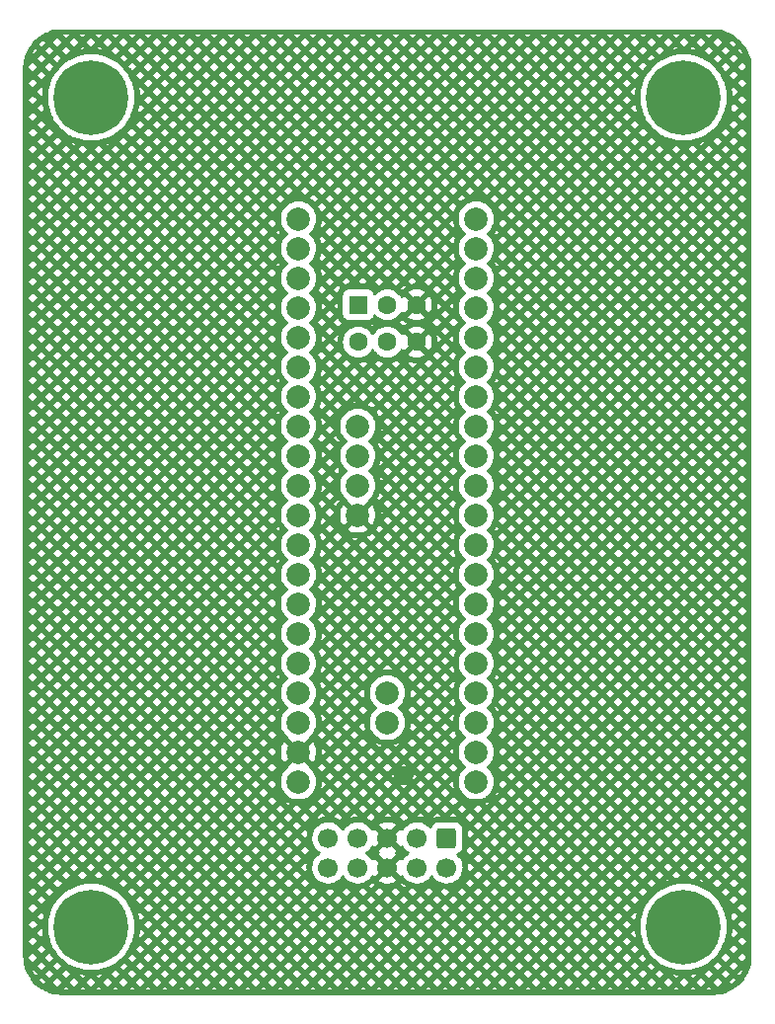
<source format=gbr>
G04 #@! TF.GenerationSoftware,KiCad,Pcbnew,(6.0.7)*
G04 #@! TF.CreationDate,2022-08-19T22:41:48+07:00*
G04 #@! TF.ProjectId,flashbed,666c6173-6862-4656-942e-6b696361645f,rev?*
G04 #@! TF.SameCoordinates,Original*
G04 #@! TF.FileFunction,Copper,L2,Bot*
G04 #@! TF.FilePolarity,Positive*
%FSLAX46Y46*%
G04 Gerber Fmt 4.6, Leading zero omitted, Abs format (unit mm)*
G04 Created by KiCad (PCBNEW (6.0.7)) date 2022-08-19 22:41:48*
%MOMM*%
%LPD*%
G01*
G04 APERTURE LIST*
G04 Aperture macros list*
%AMRoundRect*
0 Rectangle with rounded corners*
0 $1 Rounding radius*
0 $2 $3 $4 $5 $6 $7 $8 $9 X,Y pos of 4 corners*
0 Add a 4 corners polygon primitive as box body*
4,1,4,$2,$3,$4,$5,$6,$7,$8,$9,$2,$3,0*
0 Add four circle primitives for the rounded corners*
1,1,$1+$1,$2,$3*
1,1,$1+$1,$4,$5*
1,1,$1+$1,$6,$7*
1,1,$1+$1,$8,$9*
0 Add four rect primitives between the rounded corners*
20,1,$1+$1,$2,$3,$4,$5,0*
20,1,$1+$1,$4,$5,$6,$7,0*
20,1,$1+$1,$6,$7,$8,$9,0*
20,1,$1+$1,$8,$9,$2,$3,0*%
G04 Aperture macros list end*
G04 #@! TA.AperFunction,ComponentPad*
%ADD10C,2.000000*%
G04 #@! TD*
G04 #@! TA.AperFunction,ComponentPad*
%ADD11RoundRect,0.250000X-0.600000X0.600000X-0.600000X-0.600000X0.600000X-0.600000X0.600000X0.600000X0*%
G04 #@! TD*
G04 #@! TA.AperFunction,ComponentPad*
%ADD12C,1.700000*%
G04 #@! TD*
G04 #@! TA.AperFunction,ComponentPad*
%ADD13R,1.600000X1.600000*%
G04 #@! TD*
G04 #@! TA.AperFunction,ComponentPad*
%ADD14C,1.600000*%
G04 #@! TD*
G04 #@! TA.AperFunction,ComponentPad*
%ADD15C,0.800000*%
G04 #@! TD*
G04 #@! TA.AperFunction,ComponentPad*
%ADD16C,6.400000*%
G04 #@! TD*
G04 #@! TA.AperFunction,ViaPad*
%ADD17C,0.800000*%
G04 #@! TD*
G04 APERTURE END LIST*
D10*
X82550000Y-74930000D03*
X82550000Y-77470000D03*
X80010000Y-52070000D03*
X80010000Y-54610000D03*
X80010000Y-57150000D03*
X80010000Y-59690000D03*
D11*
X87630000Y-87376000D03*
D12*
X87630000Y-89916000D03*
X85090000Y-87376000D03*
X85090000Y-89916000D03*
X82550000Y-87376000D03*
X82550000Y-89916000D03*
X80010000Y-87376000D03*
X80010000Y-89916000D03*
X77470000Y-87376000D03*
X77470000Y-89916000D03*
D13*
X80050000Y-41656000D03*
D14*
X82550000Y-41656000D03*
X85050000Y-41656000D03*
X80050000Y-44856000D03*
X82550000Y-44856000D03*
X85050000Y-44856000D03*
D15*
X106252944Y-93298944D03*
X109647056Y-96693056D03*
X109647056Y-93298944D03*
X110350000Y-94996000D03*
D16*
X107950000Y-94996000D03*
D15*
X107950000Y-92596000D03*
X106252944Y-96693056D03*
X107950000Y-97396000D03*
X105550000Y-94996000D03*
X59550000Y-23876000D03*
X57150000Y-26276000D03*
X54750000Y-23876000D03*
D16*
X57150000Y-23876000D03*
D15*
X57150000Y-21476000D03*
X58847056Y-22178944D03*
X58847056Y-25573056D03*
X55452944Y-25573056D03*
X55452944Y-22178944D03*
X57150000Y-92596000D03*
D16*
X57150000Y-94996000D03*
D15*
X55452944Y-96693056D03*
X58847056Y-93298944D03*
X57150000Y-97396000D03*
X55452944Y-93298944D03*
X54750000Y-94996000D03*
X58847056Y-96693056D03*
X59550000Y-94996000D03*
D10*
X90170000Y-34290000D03*
X90170000Y-36830000D03*
X90170000Y-39370000D03*
X90170000Y-41910000D03*
X90170000Y-44450000D03*
X90170000Y-46990000D03*
X90170000Y-49530000D03*
X90170000Y-52070000D03*
X90170000Y-54610000D03*
X90170000Y-57150000D03*
X90170000Y-59690000D03*
X90170000Y-62230000D03*
X90170000Y-64770000D03*
X90170000Y-67310000D03*
X90170000Y-69850000D03*
X90170000Y-72390000D03*
X90170000Y-74930000D03*
X90170000Y-77470000D03*
X90170000Y-80010000D03*
X90170000Y-82550000D03*
X74930000Y-34290000D03*
X74930000Y-36830000D03*
X74930000Y-39370000D03*
X74930000Y-41910000D03*
X74930000Y-44450000D03*
X74930000Y-46990000D03*
X74930000Y-49530000D03*
X74930000Y-52070000D03*
X74930000Y-54610000D03*
X74930000Y-57150000D03*
X74930000Y-59690000D03*
X74930000Y-62230000D03*
X74930000Y-64770000D03*
X74930000Y-67310000D03*
X74930000Y-69850000D03*
X74930000Y-72390000D03*
X74930000Y-74930000D03*
X74930000Y-77470000D03*
X74930000Y-80010000D03*
X74930000Y-82550000D03*
D16*
X107950000Y-23876000D03*
D15*
X105550000Y-23876000D03*
X106252944Y-25573056D03*
X110350000Y-23876000D03*
X109647056Y-22178944D03*
X106252944Y-22178944D03*
X107950000Y-21476000D03*
X109647056Y-25573056D03*
X107950000Y-26276000D03*
D17*
X83947000Y-82042000D03*
G04 #@! TA.AperFunction,Conductor*
G36*
X110460018Y-18036000D02*
G01*
X110474851Y-18038310D01*
X110474855Y-18038310D01*
X110483724Y-18039691D01*
X110502436Y-18037244D01*
X110525366Y-18036353D01*
X110828503Y-18052240D01*
X110841617Y-18053618D01*
X111169898Y-18105613D01*
X111182798Y-18108355D01*
X111503846Y-18194379D01*
X111516382Y-18198453D01*
X111787468Y-18302513D01*
X111826672Y-18317562D01*
X111838720Y-18322926D01*
X112134867Y-18473820D01*
X112146288Y-18480414D01*
X112425040Y-18661437D01*
X112435710Y-18669190D01*
X112694004Y-18878352D01*
X112703805Y-18887177D01*
X112938823Y-19122195D01*
X112947648Y-19131996D01*
X113156810Y-19390290D01*
X113164563Y-19400960D01*
X113345586Y-19679712D01*
X113352180Y-19691133D01*
X113503074Y-19987280D01*
X113508438Y-19999328D01*
X113602520Y-20244417D01*
X113627545Y-20309610D01*
X113631620Y-20322152D01*
X113671978Y-20472769D01*
X113717645Y-20643202D01*
X113720387Y-20656102D01*
X113772382Y-20984383D01*
X113773760Y-20997500D01*
X113789262Y-21293298D01*
X113787935Y-21319273D01*
X113787691Y-21320843D01*
X113787691Y-21320849D01*
X113786309Y-21329724D01*
X113787473Y-21338626D01*
X113787473Y-21338628D01*
X113790436Y-21361283D01*
X113791500Y-21377621D01*
X113791500Y-97486633D01*
X113790000Y-97506018D01*
X113787690Y-97520851D01*
X113787690Y-97520855D01*
X113786309Y-97529724D01*
X113788136Y-97543693D01*
X113788756Y-97548433D01*
X113789647Y-97571366D01*
X113782736Y-97703232D01*
X113773760Y-97874501D01*
X113772382Y-97887617D01*
X113720387Y-98215898D01*
X113717645Y-98228798D01*
X113671633Y-98400520D01*
X113631621Y-98549846D01*
X113627547Y-98562382D01*
X113571040Y-98709589D01*
X113508438Y-98872672D01*
X113503074Y-98884720D01*
X113352180Y-99180867D01*
X113345586Y-99192288D01*
X113164563Y-99471040D01*
X113156810Y-99481710D01*
X112947648Y-99740004D01*
X112938823Y-99749805D01*
X112703805Y-99984823D01*
X112694004Y-99993648D01*
X112435710Y-100202810D01*
X112425040Y-100210563D01*
X112146288Y-100391586D01*
X112134867Y-100398180D01*
X111838720Y-100549074D01*
X111826671Y-100554438D01*
X111516382Y-100673547D01*
X111503846Y-100677621D01*
X111182798Y-100763645D01*
X111169898Y-100766387D01*
X110841617Y-100818382D01*
X110828501Y-100819760D01*
X110794848Y-100821524D01*
X110532702Y-100835262D01*
X110506727Y-100833935D01*
X110505157Y-100833691D01*
X110505151Y-100833691D01*
X110496276Y-100832309D01*
X110487374Y-100833473D01*
X110487372Y-100833473D01*
X110472323Y-100835441D01*
X110464714Y-100836436D01*
X110448379Y-100837500D01*
X54659367Y-100837500D01*
X54639982Y-100836000D01*
X54625149Y-100833690D01*
X54625145Y-100833690D01*
X54616276Y-100832309D01*
X54597564Y-100834756D01*
X54574634Y-100835647D01*
X54271497Y-100819760D01*
X54258383Y-100818382D01*
X53930102Y-100766387D01*
X53917202Y-100763645D01*
X53596154Y-100677621D01*
X53583618Y-100673547D01*
X53273329Y-100554438D01*
X53261280Y-100549074D01*
X52965133Y-100398180D01*
X52953712Y-100391586D01*
X52873506Y-100339500D01*
X54738852Y-100339500D01*
X55231402Y-100339500D01*
X56153066Y-100339500D01*
X56645616Y-100339500D01*
X57567280Y-100339500D01*
X58059830Y-100339500D01*
X58981493Y-100339500D01*
X59474043Y-100339500D01*
X60395707Y-100339500D01*
X60888257Y-100339500D01*
X61809920Y-100339500D01*
X62302470Y-100339500D01*
X63224134Y-100339500D01*
X63716684Y-100339500D01*
X64638347Y-100339500D01*
X65130897Y-100339500D01*
X66052561Y-100339500D01*
X66545111Y-100339500D01*
X67466775Y-100339500D01*
X67959325Y-100339500D01*
X68880988Y-100339500D01*
X69373538Y-100339500D01*
X70295202Y-100339500D01*
X70787752Y-100339500D01*
X71709415Y-100339500D01*
X72201965Y-100339500D01*
X73123629Y-100339500D01*
X73616179Y-100339500D01*
X74537842Y-100339500D01*
X75030392Y-100339500D01*
X75952056Y-100339500D01*
X76444606Y-100339500D01*
X77366269Y-100339500D01*
X77858819Y-100339500D01*
X78780483Y-100339500D01*
X79273033Y-100339500D01*
X80194697Y-100339500D01*
X80687247Y-100339500D01*
X81608910Y-100339500D01*
X82101460Y-100339500D01*
X83023124Y-100339500D01*
X83515674Y-100339500D01*
X84437337Y-100339500D01*
X84929887Y-100339500D01*
X85851551Y-100339500D01*
X86344101Y-100339500D01*
X87265764Y-100339500D01*
X87758314Y-100339500D01*
X88679978Y-100339500D01*
X89172528Y-100339500D01*
X90094192Y-100339500D01*
X90586742Y-100339500D01*
X91508405Y-100339500D01*
X92000955Y-100339500D01*
X92922619Y-100339500D01*
X93415169Y-100339500D01*
X94336832Y-100339500D01*
X94829382Y-100339500D01*
X95751046Y-100339500D01*
X96243596Y-100339500D01*
X97165259Y-100339500D01*
X97657809Y-100339500D01*
X98579473Y-100339500D01*
X99072023Y-100339500D01*
X99993686Y-100339500D01*
X100486236Y-100339500D01*
X101407900Y-100339500D01*
X101900450Y-100339500D01*
X102822114Y-100339500D01*
X103314664Y-100339500D01*
X104236327Y-100339500D01*
X104728877Y-100339500D01*
X105650541Y-100339500D01*
X106143091Y-100339500D01*
X107064754Y-100339500D01*
X107557304Y-100339500D01*
X108478968Y-100339500D01*
X108971518Y-100339500D01*
X109893181Y-100339500D01*
X110385731Y-100339500D01*
X110139456Y-100093225D01*
X109893181Y-100339500D01*
X108971518Y-100339500D01*
X108725243Y-100093225D01*
X108478968Y-100339500D01*
X107557304Y-100339500D01*
X107311029Y-100093225D01*
X107064754Y-100339500D01*
X106143091Y-100339500D01*
X105896816Y-100093225D01*
X105650541Y-100339500D01*
X104728877Y-100339500D01*
X104482602Y-100093225D01*
X104236327Y-100339500D01*
X103314664Y-100339500D01*
X103068389Y-100093225D01*
X102822114Y-100339500D01*
X101900450Y-100339500D01*
X101654175Y-100093225D01*
X101407900Y-100339500D01*
X100486236Y-100339500D01*
X100239961Y-100093225D01*
X99993686Y-100339500D01*
X99072023Y-100339500D01*
X98825748Y-100093225D01*
X98579473Y-100339500D01*
X97657809Y-100339500D01*
X97411534Y-100093225D01*
X97165259Y-100339500D01*
X96243596Y-100339500D01*
X95997321Y-100093225D01*
X95751046Y-100339500D01*
X94829382Y-100339500D01*
X94583107Y-100093225D01*
X94336832Y-100339500D01*
X93415169Y-100339500D01*
X93168894Y-100093225D01*
X92922619Y-100339500D01*
X92000955Y-100339500D01*
X91754680Y-100093225D01*
X91508405Y-100339500D01*
X90586742Y-100339500D01*
X90340467Y-100093225D01*
X90094192Y-100339500D01*
X89172528Y-100339500D01*
X88926253Y-100093225D01*
X88679978Y-100339500D01*
X87758314Y-100339500D01*
X87512039Y-100093225D01*
X87265764Y-100339500D01*
X86344101Y-100339500D01*
X86097826Y-100093225D01*
X85851551Y-100339500D01*
X84929887Y-100339500D01*
X84683612Y-100093225D01*
X84437337Y-100339500D01*
X83515674Y-100339500D01*
X83269399Y-100093225D01*
X83023124Y-100339500D01*
X82101460Y-100339500D01*
X81855185Y-100093225D01*
X81608910Y-100339500D01*
X80687247Y-100339500D01*
X80440972Y-100093225D01*
X80194697Y-100339500D01*
X79273033Y-100339500D01*
X79026758Y-100093225D01*
X78780483Y-100339500D01*
X77858819Y-100339500D01*
X77612544Y-100093225D01*
X77366269Y-100339500D01*
X76444606Y-100339500D01*
X76198331Y-100093225D01*
X75952056Y-100339500D01*
X75030392Y-100339500D01*
X74784117Y-100093225D01*
X74537842Y-100339500D01*
X73616179Y-100339500D01*
X73369904Y-100093225D01*
X73123629Y-100339500D01*
X72201965Y-100339500D01*
X71955690Y-100093225D01*
X71709415Y-100339500D01*
X70787752Y-100339500D01*
X70541477Y-100093225D01*
X70295202Y-100339500D01*
X69373538Y-100339500D01*
X69127263Y-100093225D01*
X68880988Y-100339500D01*
X67959325Y-100339500D01*
X67713050Y-100093225D01*
X67466775Y-100339500D01*
X66545111Y-100339500D01*
X66298836Y-100093225D01*
X66052561Y-100339500D01*
X65130897Y-100339500D01*
X64884622Y-100093225D01*
X64638347Y-100339500D01*
X63716684Y-100339500D01*
X63470409Y-100093225D01*
X63224134Y-100339500D01*
X62302470Y-100339500D01*
X62056195Y-100093225D01*
X61809920Y-100339500D01*
X60888257Y-100339500D01*
X60641982Y-100093225D01*
X60395707Y-100339500D01*
X59474043Y-100339500D01*
X59227768Y-100093225D01*
X58981493Y-100339500D01*
X58059830Y-100339500D01*
X57813555Y-100093225D01*
X57567280Y-100339500D01*
X56645616Y-100339500D01*
X56399341Y-100093225D01*
X56153066Y-100339500D01*
X55231402Y-100339500D01*
X54985127Y-100093225D01*
X54738852Y-100339500D01*
X52873506Y-100339500D01*
X52674960Y-100210563D01*
X52664290Y-100202810D01*
X52405996Y-99993648D01*
X52396195Y-99984823D01*
X52161177Y-99749805D01*
X52152352Y-99740004D01*
X52012369Y-99567139D01*
X52682787Y-99567139D01*
X52734543Y-99618895D01*
X52962538Y-99803522D01*
X53080036Y-99879826D01*
X53218775Y-99741087D01*
X53923053Y-99741087D01*
X54278020Y-100096054D01*
X54632989Y-99741086D01*
X55337266Y-99741086D01*
X55692235Y-100096054D01*
X56047202Y-99741087D01*
X56751480Y-99741087D01*
X57106447Y-100096054D01*
X57461416Y-99741086D01*
X58165693Y-99741086D01*
X58520662Y-100096054D01*
X58875629Y-99741087D01*
X59579907Y-99741087D01*
X59934874Y-100096054D01*
X60289842Y-99741087D01*
X60994121Y-99741087D01*
X61349088Y-100096054D01*
X61704057Y-99741086D01*
X62408334Y-99741086D01*
X62763303Y-100096054D01*
X63118270Y-99741087D01*
X63822548Y-99741087D01*
X64177515Y-100096054D01*
X64532484Y-99741086D01*
X65236761Y-99741086D01*
X65591730Y-100096054D01*
X65946697Y-99741087D01*
X66650975Y-99741087D01*
X67005942Y-100096054D01*
X67360911Y-99741086D01*
X68065188Y-99741086D01*
X68420157Y-100096054D01*
X68775124Y-99741087D01*
X69479402Y-99741087D01*
X69834369Y-100096054D01*
X70189338Y-99741086D01*
X70893615Y-99741086D01*
X71248584Y-100096054D01*
X71603551Y-99741087D01*
X72307829Y-99741087D01*
X72662797Y-100096055D01*
X73017765Y-99741087D01*
X73722043Y-99741087D01*
X74077010Y-100096054D01*
X74431979Y-99741086D01*
X75136256Y-99741086D01*
X75491225Y-100096054D01*
X75846192Y-99741087D01*
X76550470Y-99741087D01*
X76905437Y-100096054D01*
X77260406Y-99741086D01*
X77964683Y-99741086D01*
X78319652Y-100096054D01*
X78674619Y-99741087D01*
X79378897Y-99741087D01*
X79733864Y-100096054D01*
X80088833Y-99741086D01*
X80793110Y-99741086D01*
X81148079Y-100096054D01*
X81503046Y-99741087D01*
X82207324Y-99741087D01*
X82562291Y-100096054D01*
X82917259Y-99741087D01*
X83621538Y-99741087D01*
X83976505Y-100096054D01*
X84331474Y-99741086D01*
X85035751Y-99741086D01*
X85390720Y-100096054D01*
X85745687Y-99741087D01*
X86449965Y-99741087D01*
X86804932Y-100096054D01*
X87159901Y-99741086D01*
X87864178Y-99741086D01*
X88219147Y-100096054D01*
X88574114Y-99741087D01*
X89278392Y-99741087D01*
X89633359Y-100096054D01*
X89988328Y-99741086D01*
X90692605Y-99741086D01*
X91047574Y-100096054D01*
X91402541Y-99741087D01*
X92106819Y-99741087D01*
X92461786Y-100096054D01*
X92816755Y-99741086D01*
X93521032Y-99741086D01*
X93876001Y-100096054D01*
X94230968Y-99741087D01*
X94935246Y-99741087D01*
X95290214Y-100096055D01*
X95645182Y-99741087D01*
X96349460Y-99741087D01*
X96704427Y-100096054D01*
X97059396Y-99741086D01*
X97763673Y-99741086D01*
X98118642Y-100096054D01*
X98473609Y-99741087D01*
X99177887Y-99741087D01*
X99532854Y-100096054D01*
X99887823Y-99741086D01*
X100592100Y-99741086D01*
X100947069Y-100096054D01*
X101302036Y-99741087D01*
X102006314Y-99741087D01*
X102361281Y-100096054D01*
X102716250Y-99741086D01*
X103420527Y-99741086D01*
X103775496Y-100096054D01*
X104130463Y-99741087D01*
X104834741Y-99741087D01*
X105189708Y-100096054D01*
X105544677Y-99741086D01*
X106248954Y-99741086D01*
X106603923Y-100096054D01*
X106958890Y-99741087D01*
X106958889Y-99741086D01*
X107663168Y-99741086D01*
X108018137Y-100096054D01*
X108373104Y-99741087D01*
X109077382Y-99741087D01*
X109432349Y-100096054D01*
X109787318Y-99741086D01*
X110491595Y-99741086D01*
X110846564Y-100096054D01*
X111201531Y-99741087D01*
X111905809Y-99741087D01*
X112034869Y-99870147D01*
X112137462Y-99803522D01*
X112365452Y-99618899D01*
X112429505Y-99554846D01*
X112260777Y-99386118D01*
X111905809Y-99741087D01*
X111201531Y-99741087D01*
X110846563Y-99386118D01*
X110491595Y-99741086D01*
X109787318Y-99741086D01*
X109432350Y-99386118D01*
X109077382Y-99741087D01*
X108373104Y-99741087D01*
X108018136Y-99386118D01*
X107663168Y-99741086D01*
X106958889Y-99741086D01*
X106603922Y-99386118D01*
X106248954Y-99741086D01*
X105544677Y-99741086D01*
X105189709Y-99386118D01*
X104834741Y-99741087D01*
X104130463Y-99741087D01*
X103775495Y-99386118D01*
X103420527Y-99741086D01*
X102716250Y-99741086D01*
X102361282Y-99386118D01*
X102006314Y-99741087D01*
X101302036Y-99741087D01*
X100947068Y-99386118D01*
X100592100Y-99741086D01*
X99887823Y-99741086D01*
X99532855Y-99386118D01*
X99177887Y-99741087D01*
X98473609Y-99741087D01*
X98118641Y-99386118D01*
X97763673Y-99741086D01*
X97059396Y-99741086D01*
X96704428Y-99386118D01*
X96349460Y-99741087D01*
X95645182Y-99741087D01*
X95290214Y-99386119D01*
X94935246Y-99741087D01*
X94230968Y-99741087D01*
X93876000Y-99386118D01*
X93521032Y-99741086D01*
X92816755Y-99741086D01*
X92461787Y-99386118D01*
X92106819Y-99741087D01*
X91402541Y-99741087D01*
X91047573Y-99386118D01*
X90692605Y-99741086D01*
X89988328Y-99741086D01*
X89633360Y-99386118D01*
X89278392Y-99741087D01*
X88574114Y-99741087D01*
X88219146Y-99386118D01*
X87864178Y-99741086D01*
X87159901Y-99741086D01*
X86804933Y-99386118D01*
X86449965Y-99741087D01*
X85745687Y-99741087D01*
X85390719Y-99386118D01*
X85035751Y-99741086D01*
X84331474Y-99741086D01*
X83976506Y-99386118D01*
X83621538Y-99741087D01*
X82917259Y-99741087D01*
X82917260Y-99741086D01*
X82562292Y-99386118D01*
X82207324Y-99741087D01*
X81503046Y-99741087D01*
X81148078Y-99386118D01*
X80793110Y-99741086D01*
X80088833Y-99741086D01*
X79733865Y-99386118D01*
X79378897Y-99741087D01*
X78674619Y-99741087D01*
X78319651Y-99386118D01*
X77964683Y-99741086D01*
X77260406Y-99741086D01*
X76905438Y-99386118D01*
X76550470Y-99741087D01*
X75846192Y-99741087D01*
X75491224Y-99386118D01*
X75136256Y-99741086D01*
X74431979Y-99741086D01*
X74077011Y-99386118D01*
X73722043Y-99741087D01*
X73017765Y-99741087D01*
X72662797Y-99386119D01*
X72307829Y-99741087D01*
X71603551Y-99741087D01*
X71248583Y-99386118D01*
X70893615Y-99741086D01*
X70189338Y-99741086D01*
X69834370Y-99386118D01*
X69479402Y-99741087D01*
X68775124Y-99741087D01*
X68420156Y-99386118D01*
X68065188Y-99741086D01*
X67360911Y-99741086D01*
X67005943Y-99386118D01*
X66650975Y-99741087D01*
X65946697Y-99741087D01*
X65591729Y-99386118D01*
X65236761Y-99741086D01*
X64532484Y-99741086D01*
X64177516Y-99386118D01*
X63822548Y-99741087D01*
X63118270Y-99741087D01*
X62763302Y-99386118D01*
X62408334Y-99741086D01*
X61704057Y-99741086D01*
X61349089Y-99386118D01*
X60994121Y-99741087D01*
X60289842Y-99741087D01*
X60289843Y-99741086D01*
X59934875Y-99386118D01*
X59579907Y-99741087D01*
X58875629Y-99741087D01*
X58520661Y-99386118D01*
X58165693Y-99741086D01*
X57461416Y-99741086D01*
X57106448Y-99386118D01*
X56751480Y-99741087D01*
X56047202Y-99741087D01*
X55692234Y-99386118D01*
X55337266Y-99741086D01*
X54632989Y-99741086D01*
X54278021Y-99386118D01*
X53923053Y-99741087D01*
X53218775Y-99741087D01*
X52863807Y-99386119D01*
X52682787Y-99567139D01*
X52012369Y-99567139D01*
X51943190Y-99481710D01*
X51935437Y-99471040D01*
X51754414Y-99192288D01*
X51747820Y-99180867D01*
X51596926Y-98884720D01*
X51591562Y-98872672D01*
X51544094Y-98749014D01*
X52086699Y-98749014D01*
X52182689Y-98937408D01*
X52342476Y-99183459D01*
X52351297Y-99194352D01*
X52511669Y-99033980D01*
X52511668Y-99033979D01*
X53215946Y-99033979D01*
X53570914Y-99388948D01*
X53925882Y-99033980D01*
X54630159Y-99033980D01*
X54985127Y-99388948D01*
X55311875Y-99062199D01*
X56072592Y-99062199D01*
X56399341Y-99388948D01*
X56605930Y-99182359D01*
X57606966Y-99182359D01*
X57813555Y-99388948D01*
X58108422Y-99094081D01*
X58050990Y-99109470D01*
X58047791Y-99110282D01*
X58035269Y-99113288D01*
X58032054Y-99114016D01*
X58019154Y-99116758D01*
X58015917Y-99117401D01*
X58003253Y-99119748D01*
X58000004Y-99120307D01*
X57616081Y-99181115D01*
X57612820Y-99181588D01*
X57606966Y-99182359D01*
X56605930Y-99182359D01*
X56617667Y-99170622D01*
X56299996Y-99120307D01*
X56296747Y-99119748D01*
X56284083Y-99117401D01*
X56280846Y-99116758D01*
X56267946Y-99114016D01*
X56264731Y-99113288D01*
X56252209Y-99110282D01*
X56249010Y-99109470D01*
X56072592Y-99062199D01*
X55311875Y-99062199D01*
X55340094Y-99033980D01*
X58872800Y-99033980D01*
X59227768Y-99388948D01*
X59582736Y-99033979D01*
X60287014Y-99033979D01*
X60641982Y-99388948D01*
X60996950Y-99033980D01*
X61701227Y-99033980D01*
X62056195Y-99388948D01*
X62411163Y-99033979D01*
X63115441Y-99033979D01*
X63470409Y-99388948D01*
X63825377Y-99033980D01*
X64529654Y-99033980D01*
X64884622Y-99388948D01*
X65239590Y-99033979D01*
X65943868Y-99033979D01*
X66298836Y-99388948D01*
X66653804Y-99033980D01*
X66653803Y-99033979D01*
X67358082Y-99033979D01*
X67713050Y-99388948D01*
X68068018Y-99033980D01*
X68772295Y-99033980D01*
X69127263Y-99388948D01*
X69482231Y-99033979D01*
X70186509Y-99033979D01*
X70541477Y-99388948D01*
X70896445Y-99033980D01*
X71600722Y-99033980D01*
X71955690Y-99388948D01*
X72310658Y-99033979D01*
X73014936Y-99033979D01*
X73369904Y-99388948D01*
X73724872Y-99033980D01*
X74429149Y-99033980D01*
X74784117Y-99388948D01*
X75139085Y-99033979D01*
X75843363Y-99033979D01*
X76198331Y-99388948D01*
X76553299Y-99033980D01*
X77257576Y-99033980D01*
X77612544Y-99388948D01*
X77967511Y-99033980D01*
X78671790Y-99033980D01*
X79026758Y-99388948D01*
X79381726Y-99033979D01*
X80086004Y-99033979D01*
X80440972Y-99388948D01*
X80795940Y-99033980D01*
X81500217Y-99033980D01*
X81855185Y-99388948D01*
X82210153Y-99033979D01*
X82914431Y-99033979D01*
X83269399Y-99388948D01*
X83624367Y-99033980D01*
X84328644Y-99033980D01*
X84683612Y-99388948D01*
X85038580Y-99033979D01*
X85742858Y-99033979D01*
X86097826Y-99388948D01*
X86452794Y-99033980D01*
X87157071Y-99033980D01*
X87512039Y-99388948D01*
X87867007Y-99033979D01*
X88571285Y-99033979D01*
X88926253Y-99388948D01*
X89281221Y-99033980D01*
X89281220Y-99033979D01*
X89985499Y-99033979D01*
X90340467Y-99388948D01*
X90695435Y-99033980D01*
X91399712Y-99033980D01*
X91754680Y-99388948D01*
X92109648Y-99033979D01*
X92813926Y-99033979D01*
X93168894Y-99388948D01*
X93523862Y-99033980D01*
X94228139Y-99033980D01*
X94583107Y-99388948D01*
X94938075Y-99033979D01*
X95642353Y-99033979D01*
X95997321Y-99388948D01*
X96352289Y-99033980D01*
X97056566Y-99033980D01*
X97411534Y-99388948D01*
X97766502Y-99033979D01*
X98470780Y-99033979D01*
X98825748Y-99388948D01*
X99180716Y-99033980D01*
X99884993Y-99033980D01*
X100239961Y-99388948D01*
X100594928Y-99033980D01*
X101299207Y-99033980D01*
X101654175Y-99388948D01*
X102009143Y-99033979D01*
X102713421Y-99033979D01*
X103068389Y-99388948D01*
X103423357Y-99033980D01*
X104127634Y-99033980D01*
X104482602Y-99388948D01*
X104837570Y-99033979D01*
X105541848Y-99033979D01*
X105896816Y-99388948D01*
X106182684Y-99103080D01*
X107025161Y-99103080D01*
X107311029Y-99388948D01*
X107515075Y-99184902D01*
X107503247Y-99183659D01*
X107499961Y-99183271D01*
X107487180Y-99181588D01*
X107483919Y-99181115D01*
X107396443Y-99167260D01*
X108503556Y-99167260D01*
X108725243Y-99388948D01*
X109060991Y-99053200D01*
X108850990Y-99109470D01*
X108847791Y-99110282D01*
X108835269Y-99113288D01*
X108832054Y-99114016D01*
X108819154Y-99116758D01*
X108815917Y-99117401D01*
X108803253Y-99119748D01*
X108800004Y-99120307D01*
X108503556Y-99167260D01*
X107396443Y-99167260D01*
X107099996Y-99120307D01*
X107096747Y-99119748D01*
X107084083Y-99117401D01*
X107080846Y-99116758D01*
X107067946Y-99114016D01*
X107064731Y-99113288D01*
X107052209Y-99110282D01*
X107049010Y-99109470D01*
X107025161Y-99103080D01*
X106182684Y-99103080D01*
X106251784Y-99033980D01*
X109784488Y-99033980D01*
X110139456Y-99388948D01*
X110494424Y-99033979D01*
X111198702Y-99033979D01*
X111553670Y-99388948D01*
X111908638Y-99033980D01*
X111908637Y-99033979D01*
X112612916Y-99033979D01*
X112759442Y-99180505D01*
X112917311Y-98937408D01*
X113021600Y-98732727D01*
X112967884Y-98679011D01*
X112612916Y-99033979D01*
X111908637Y-99033979D01*
X111553669Y-98679012D01*
X111198702Y-99033979D01*
X110494424Y-99033979D01*
X110139457Y-98679012D01*
X109784488Y-99033980D01*
X106251784Y-99033980D01*
X105896815Y-98679012D01*
X105541848Y-99033979D01*
X104837570Y-99033979D01*
X104482603Y-98679012D01*
X104127634Y-99033980D01*
X103423357Y-99033980D01*
X103068388Y-98679012D01*
X102713421Y-99033979D01*
X102009143Y-99033979D01*
X101654176Y-98679012D01*
X101299207Y-99033980D01*
X100594928Y-99033980D01*
X100594929Y-99033979D01*
X100239962Y-98679012D01*
X99884993Y-99033980D01*
X99180716Y-99033980D01*
X98825747Y-98679012D01*
X98470780Y-99033979D01*
X97766502Y-99033979D01*
X97411535Y-98679012D01*
X97056566Y-99033980D01*
X96352289Y-99033980D01*
X95997320Y-98679012D01*
X95642353Y-99033979D01*
X94938075Y-99033979D01*
X94583108Y-98679012D01*
X94228139Y-99033980D01*
X93523862Y-99033980D01*
X93168893Y-98679012D01*
X92813926Y-99033979D01*
X92109648Y-99033979D01*
X91754681Y-98679012D01*
X91399712Y-99033980D01*
X90695435Y-99033980D01*
X90340466Y-98679012D01*
X89985499Y-99033979D01*
X89281220Y-99033979D01*
X88926252Y-98679012D01*
X88571285Y-99033979D01*
X87867007Y-99033979D01*
X87512040Y-98679012D01*
X87157071Y-99033980D01*
X86452794Y-99033980D01*
X86097825Y-98679012D01*
X85742858Y-99033979D01*
X85038580Y-99033979D01*
X84683613Y-98679012D01*
X84328644Y-99033980D01*
X83624367Y-99033980D01*
X83269398Y-98679012D01*
X82914431Y-99033979D01*
X82210153Y-99033979D01*
X81855186Y-98679012D01*
X81500217Y-99033980D01*
X80795940Y-99033980D01*
X80440971Y-98679012D01*
X80086004Y-99033979D01*
X79381726Y-99033979D01*
X79026759Y-98679012D01*
X78671790Y-99033980D01*
X77967511Y-99033980D01*
X77967512Y-99033979D01*
X77612545Y-98679012D01*
X77257576Y-99033980D01*
X76553299Y-99033980D01*
X76198330Y-98679012D01*
X75843363Y-99033979D01*
X75139085Y-99033979D01*
X74784118Y-98679012D01*
X74429149Y-99033980D01*
X73724872Y-99033980D01*
X73369903Y-98679012D01*
X73014936Y-99033979D01*
X72310658Y-99033979D01*
X71955691Y-98679012D01*
X71600722Y-99033980D01*
X70896445Y-99033980D01*
X70541476Y-98679012D01*
X70186509Y-99033979D01*
X69482231Y-99033979D01*
X69127264Y-98679012D01*
X68772295Y-99033980D01*
X68068018Y-99033980D01*
X67713049Y-98679012D01*
X67358082Y-99033979D01*
X66653803Y-99033979D01*
X66298835Y-98679012D01*
X65943868Y-99033979D01*
X65239590Y-99033979D01*
X64884623Y-98679012D01*
X64529654Y-99033980D01*
X63825377Y-99033980D01*
X63470408Y-98679012D01*
X63115441Y-99033979D01*
X62411163Y-99033979D01*
X62056196Y-98679012D01*
X61701227Y-99033980D01*
X60996950Y-99033980D01*
X60641981Y-98679012D01*
X60287014Y-99033979D01*
X59582736Y-99033979D01*
X59227769Y-98679012D01*
X58872800Y-99033980D01*
X55340094Y-99033980D01*
X55340095Y-99033979D01*
X54985128Y-98679012D01*
X54630159Y-99033980D01*
X53925882Y-99033980D01*
X53570913Y-98679012D01*
X53215946Y-99033979D01*
X52511668Y-99033979D01*
X52156701Y-98679012D01*
X52086699Y-98749014D01*
X51544094Y-98749014D01*
X51528960Y-98709589D01*
X51472453Y-98562382D01*
X51468379Y-98549846D01*
X51428368Y-98400520D01*
X51408634Y-98326873D01*
X52508839Y-98326873D01*
X52863807Y-98681841D01*
X53218774Y-98326873D01*
X53923053Y-98326873D01*
X54278021Y-98681841D01*
X54608872Y-98350990D01*
X54351721Y-98142752D01*
X54349182Y-98140640D01*
X54339378Y-98132266D01*
X54336896Y-98130089D01*
X54327096Y-98121264D01*
X54324673Y-98119024D01*
X54315342Y-98110168D01*
X54312986Y-98107872D01*
X54227520Y-98022406D01*
X53923053Y-98326873D01*
X53218774Y-98326873D01*
X53218775Y-98326872D01*
X52863808Y-97971905D01*
X52508839Y-98326873D01*
X51408634Y-98326873D01*
X51382355Y-98228798D01*
X51379613Y-98215898D01*
X51327618Y-97887617D01*
X51326240Y-97874501D01*
X51320124Y-97757809D01*
X51312400Y-97610416D01*
X51811082Y-97610416D01*
X51812117Y-97630151D01*
X52156700Y-97974734D01*
X52511668Y-97619765D01*
X53215946Y-97619765D01*
X53570914Y-97974734D01*
X53890545Y-97655103D01*
X53758625Y-97492195D01*
X53756584Y-97489606D01*
X53748744Y-97479389D01*
X53746769Y-97476745D01*
X53739016Y-97466074D01*
X53737110Y-97463377D01*
X53729815Y-97452762D01*
X53727984Y-97450022D01*
X53675834Y-97369717D01*
X53570914Y-97264797D01*
X53215946Y-97619765D01*
X52511668Y-97619765D01*
X52156701Y-97264798D01*
X51811082Y-97610416D01*
X51312400Y-97610416D01*
X51310932Y-97582413D01*
X51312506Y-97554910D01*
X51312770Y-97553341D01*
X51313576Y-97548552D01*
X51313729Y-97536000D01*
X51309773Y-97508376D01*
X51308500Y-97490514D01*
X51308500Y-96912659D01*
X52508839Y-96912659D01*
X52863808Y-97267627D01*
X53218775Y-96912660D01*
X52863807Y-96557691D01*
X52508839Y-96912659D01*
X51308500Y-96912659D01*
X51308500Y-96210319D01*
X51806500Y-96210319D01*
X52156701Y-96560520D01*
X52511668Y-96205553D01*
X52156700Y-95850584D01*
X51806500Y-96200784D01*
X51806500Y-96210319D01*
X51308500Y-96210319D01*
X51308500Y-95498446D01*
X52508839Y-95498446D01*
X52863807Y-95853414D01*
X53004572Y-95712649D01*
X52964885Y-95462081D01*
X52964412Y-95458820D01*
X52962729Y-95446039D01*
X52962341Y-95442753D01*
X52960963Y-95429636D01*
X52960661Y-95426352D01*
X52959652Y-95413524D01*
X52959437Y-95410238D01*
X52949972Y-95229642D01*
X52863808Y-95143478D01*
X52508839Y-95498446D01*
X51308500Y-95498446D01*
X51308500Y-94796107D01*
X51806500Y-94796107D01*
X52156700Y-95146307D01*
X52307007Y-94996000D01*
X53436411Y-94996000D01*
X53456754Y-95384176D01*
X53457267Y-95387416D01*
X53457268Y-95387424D01*
X53474853Y-95498446D01*
X53517562Y-95768099D01*
X53618167Y-96143562D01*
X53619352Y-96146650D01*
X53619353Y-96146652D01*
X53640132Y-96200784D01*
X53757468Y-96506453D01*
X53933938Y-96852794D01*
X53935734Y-96855560D01*
X53935736Y-96855563D01*
X53972815Y-96912660D01*
X54145643Y-97178793D01*
X54239994Y-97295306D01*
X54386921Y-97476745D01*
X54390266Y-97480876D01*
X54665124Y-97755734D01*
X54967207Y-98000357D01*
X54969970Y-98002152D01*
X54969971Y-98002152D01*
X55186477Y-98142752D01*
X55293205Y-98212062D01*
X55296139Y-98213557D01*
X55296146Y-98213561D01*
X55636607Y-98387034D01*
X55639547Y-98388532D01*
X56002438Y-98527833D01*
X56377901Y-98628438D01*
X56581793Y-98660732D01*
X56758576Y-98688732D01*
X56758584Y-98688733D01*
X56761824Y-98689246D01*
X57150000Y-98709589D01*
X57538176Y-98689246D01*
X57541416Y-98688733D01*
X57541424Y-98688732D01*
X57718207Y-98660732D01*
X57922099Y-98628438D01*
X58297562Y-98527833D01*
X58656842Y-98389918D01*
X59642952Y-98389918D01*
X59934875Y-98681841D01*
X60289843Y-98326873D01*
X60289842Y-98326872D01*
X60994121Y-98326872D01*
X61349089Y-98681841D01*
X61704057Y-98326873D01*
X62408334Y-98326873D01*
X62763302Y-98681841D01*
X63118270Y-98326872D01*
X63822548Y-98326872D01*
X64177516Y-98681841D01*
X64532484Y-98326873D01*
X65236761Y-98326873D01*
X65591729Y-98681841D01*
X65946697Y-98326872D01*
X66650975Y-98326872D01*
X67005943Y-98681841D01*
X67360911Y-98326873D01*
X68065188Y-98326873D01*
X68420156Y-98681841D01*
X68775124Y-98326872D01*
X69479402Y-98326872D01*
X69834370Y-98681841D01*
X70189338Y-98326873D01*
X70893615Y-98326873D01*
X71248583Y-98681841D01*
X71603551Y-98326872D01*
X72307829Y-98326872D01*
X72662797Y-98681840D01*
X73017765Y-98326872D01*
X73722043Y-98326872D01*
X74077011Y-98681841D01*
X74431979Y-98326873D01*
X75136256Y-98326873D01*
X75491224Y-98681841D01*
X75846192Y-98326872D01*
X76550470Y-98326872D01*
X76905438Y-98681841D01*
X77260406Y-98326873D01*
X77964683Y-98326873D01*
X78319651Y-98681841D01*
X78674619Y-98326872D01*
X79378897Y-98326872D01*
X79733865Y-98681841D01*
X80088833Y-98326873D01*
X80793110Y-98326873D01*
X81148078Y-98681841D01*
X81503046Y-98326872D01*
X82207324Y-98326872D01*
X82562292Y-98681841D01*
X82917260Y-98326873D01*
X82917259Y-98326872D01*
X83621538Y-98326872D01*
X83976506Y-98681841D01*
X84331474Y-98326873D01*
X85035751Y-98326873D01*
X85390719Y-98681841D01*
X85745687Y-98326872D01*
X86449965Y-98326872D01*
X86804933Y-98681841D01*
X87159901Y-98326873D01*
X87864178Y-98326873D01*
X88219146Y-98681841D01*
X88574114Y-98326872D01*
X89278392Y-98326872D01*
X89633360Y-98681841D01*
X89988328Y-98326873D01*
X90692605Y-98326873D01*
X91047573Y-98681841D01*
X91402541Y-98326872D01*
X92106819Y-98326872D01*
X92461787Y-98681841D01*
X92816755Y-98326873D01*
X93521032Y-98326873D01*
X93876000Y-98681841D01*
X94230968Y-98326872D01*
X94935246Y-98326872D01*
X95290214Y-98681840D01*
X95645182Y-98326872D01*
X96349460Y-98326872D01*
X96704428Y-98681841D01*
X97059396Y-98326873D01*
X97763673Y-98326873D01*
X98118641Y-98681841D01*
X98473609Y-98326872D01*
X99177887Y-98326872D01*
X99532855Y-98681841D01*
X99887823Y-98326873D01*
X100592100Y-98326873D01*
X100947068Y-98681841D01*
X101302036Y-98326872D01*
X102006314Y-98326872D01*
X102361282Y-98681841D01*
X102716250Y-98326873D01*
X103420527Y-98326873D01*
X103775495Y-98681841D01*
X104130462Y-98326873D01*
X104834741Y-98326873D01*
X105189709Y-98681841D01*
X105471030Y-98400520D01*
X105469255Y-98399231D01*
X105466611Y-98397256D01*
X105456394Y-98389416D01*
X105453804Y-98387375D01*
X105151721Y-98142752D01*
X105149182Y-98140640D01*
X105139378Y-98132266D01*
X105136896Y-98130089D01*
X105127096Y-98121264D01*
X105124673Y-98119024D01*
X105115342Y-98110168D01*
X105112986Y-98107872D01*
X105083364Y-98078250D01*
X104834741Y-98326873D01*
X104130462Y-98326873D01*
X104130463Y-98326872D01*
X103775496Y-97971905D01*
X103420527Y-98326873D01*
X102716250Y-98326873D01*
X102361281Y-97971905D01*
X102006314Y-98326872D01*
X101302036Y-98326872D01*
X100947069Y-97971905D01*
X100592100Y-98326873D01*
X99887823Y-98326873D01*
X99532854Y-97971905D01*
X99177887Y-98326872D01*
X98473609Y-98326872D01*
X98118642Y-97971905D01*
X97763673Y-98326873D01*
X97059396Y-98326873D01*
X96704427Y-97971905D01*
X96349460Y-98326872D01*
X95645182Y-98326872D01*
X95290214Y-97971904D01*
X94935246Y-98326872D01*
X94230968Y-98326872D01*
X93876001Y-97971905D01*
X93521032Y-98326873D01*
X92816755Y-98326873D01*
X92461786Y-97971905D01*
X92106819Y-98326872D01*
X91402541Y-98326872D01*
X91047574Y-97971905D01*
X90692605Y-98326873D01*
X89988328Y-98326873D01*
X89633359Y-97971905D01*
X89278392Y-98326872D01*
X88574114Y-98326872D01*
X88219147Y-97971905D01*
X87864178Y-98326873D01*
X87159901Y-98326873D01*
X86804932Y-97971905D01*
X86449965Y-98326872D01*
X85745687Y-98326872D01*
X85390720Y-97971905D01*
X85035751Y-98326873D01*
X84331474Y-98326873D01*
X83976505Y-97971905D01*
X83621538Y-98326872D01*
X82917259Y-98326872D01*
X82562291Y-97971905D01*
X82207324Y-98326872D01*
X81503046Y-98326872D01*
X81148079Y-97971905D01*
X80793110Y-98326873D01*
X80088833Y-98326873D01*
X79733864Y-97971905D01*
X79378897Y-98326872D01*
X78674619Y-98326872D01*
X78319652Y-97971905D01*
X77964683Y-98326873D01*
X77260406Y-98326873D01*
X76905437Y-97971905D01*
X76550470Y-98326872D01*
X75846192Y-98326872D01*
X75491225Y-97971905D01*
X75136256Y-98326873D01*
X74431979Y-98326873D01*
X74077010Y-97971905D01*
X73722043Y-98326872D01*
X73017765Y-98326872D01*
X72662797Y-97971904D01*
X72307829Y-98326872D01*
X71603551Y-98326872D01*
X71248584Y-97971905D01*
X70893615Y-98326873D01*
X70189338Y-98326873D01*
X69834369Y-97971905D01*
X69479402Y-98326872D01*
X68775124Y-98326872D01*
X68420157Y-97971905D01*
X68065188Y-98326873D01*
X67360911Y-98326873D01*
X67005942Y-97971905D01*
X66650975Y-98326872D01*
X65946697Y-98326872D01*
X65591730Y-97971905D01*
X65236761Y-98326873D01*
X64532484Y-98326873D01*
X64177515Y-97971905D01*
X63822548Y-98326872D01*
X63118270Y-98326872D01*
X62763303Y-97971905D01*
X62408334Y-98326873D01*
X61704057Y-98326873D01*
X61349088Y-97971905D01*
X60994121Y-98326872D01*
X60289842Y-98326872D01*
X60028928Y-98065958D01*
X59987014Y-98107872D01*
X59984658Y-98110168D01*
X59975327Y-98119024D01*
X59972904Y-98121264D01*
X59963104Y-98130089D01*
X59960622Y-98132266D01*
X59950818Y-98140640D01*
X59948279Y-98142752D01*
X59646196Y-98387375D01*
X59643606Y-98389416D01*
X59642952Y-98389918D01*
X58656842Y-98389918D01*
X58660453Y-98388532D01*
X58663393Y-98387034D01*
X59003854Y-98213561D01*
X59003861Y-98213557D01*
X59006795Y-98212062D01*
X59113524Y-98142752D01*
X59330029Y-98002152D01*
X59330030Y-98002152D01*
X59332793Y-98000357D01*
X59634876Y-97755734D01*
X59687378Y-97703232D01*
X60370480Y-97703232D01*
X60641982Y-97974734D01*
X60996950Y-97619766D01*
X61701227Y-97619766D01*
X62056195Y-97974734D01*
X62411163Y-97619765D01*
X63115441Y-97619765D01*
X63470409Y-97974734D01*
X63825377Y-97619766D01*
X64529654Y-97619766D01*
X64884622Y-97974734D01*
X65239590Y-97619765D01*
X65943868Y-97619765D01*
X66298836Y-97974734D01*
X66653804Y-97619766D01*
X66653803Y-97619765D01*
X67358082Y-97619765D01*
X67713050Y-97974734D01*
X68068018Y-97619766D01*
X68772295Y-97619766D01*
X69127263Y-97974734D01*
X69482231Y-97619765D01*
X70186509Y-97619765D01*
X70541477Y-97974734D01*
X70896445Y-97619766D01*
X71600722Y-97619766D01*
X71955690Y-97974734D01*
X72310658Y-97619765D01*
X73014936Y-97619765D01*
X73369904Y-97974734D01*
X73724872Y-97619766D01*
X74429149Y-97619766D01*
X74784117Y-97974734D01*
X75139085Y-97619765D01*
X75843363Y-97619765D01*
X76198331Y-97974734D01*
X76553299Y-97619766D01*
X77257576Y-97619766D01*
X77612544Y-97974734D01*
X77967511Y-97619766D01*
X78671790Y-97619766D01*
X79026758Y-97974734D01*
X79381726Y-97619765D01*
X80086004Y-97619765D01*
X80440972Y-97974734D01*
X80795940Y-97619766D01*
X81500217Y-97619766D01*
X81855185Y-97974734D01*
X82210153Y-97619765D01*
X82914431Y-97619765D01*
X83269399Y-97974734D01*
X83624367Y-97619766D01*
X84328644Y-97619766D01*
X84683612Y-97974734D01*
X85038580Y-97619765D01*
X85742858Y-97619765D01*
X86097826Y-97974734D01*
X86452794Y-97619766D01*
X87157071Y-97619766D01*
X87512039Y-97974734D01*
X87867007Y-97619765D01*
X88571285Y-97619765D01*
X88926253Y-97974734D01*
X89281221Y-97619766D01*
X89281220Y-97619765D01*
X89985499Y-97619765D01*
X90340467Y-97974734D01*
X90695435Y-97619766D01*
X91399712Y-97619766D01*
X91754680Y-97974734D01*
X92109648Y-97619765D01*
X92813926Y-97619765D01*
X93168894Y-97974734D01*
X93523862Y-97619766D01*
X94228139Y-97619766D01*
X94583107Y-97974734D01*
X94938075Y-97619765D01*
X95642353Y-97619765D01*
X95997321Y-97974734D01*
X96352289Y-97619766D01*
X97056566Y-97619766D01*
X97411534Y-97974734D01*
X97766502Y-97619765D01*
X98470780Y-97619765D01*
X98825748Y-97974734D01*
X99180716Y-97619766D01*
X99884993Y-97619766D01*
X100239961Y-97974734D01*
X100594928Y-97619766D01*
X101299207Y-97619766D01*
X101654175Y-97974734D01*
X102009143Y-97619765D01*
X102713421Y-97619765D01*
X103068389Y-97974734D01*
X103423357Y-97619766D01*
X104127634Y-97619766D01*
X104482602Y-97974734D01*
X104740520Y-97716816D01*
X104558625Y-97492196D01*
X104556584Y-97489606D01*
X104548744Y-97479389D01*
X104546769Y-97476745D01*
X104539016Y-97466074D01*
X104537110Y-97463377D01*
X104529815Y-97452762D01*
X104527984Y-97450022D01*
X104437190Y-97310211D01*
X104127634Y-97619766D01*
X103423357Y-97619766D01*
X103068388Y-97264798D01*
X102713421Y-97619765D01*
X102009143Y-97619765D01*
X101654176Y-97264798D01*
X101299207Y-97619766D01*
X100594928Y-97619766D01*
X100594929Y-97619765D01*
X100239962Y-97264798D01*
X99884993Y-97619766D01*
X99180716Y-97619766D01*
X98825747Y-97264798D01*
X98470780Y-97619765D01*
X97766502Y-97619765D01*
X97411535Y-97264798D01*
X97056566Y-97619766D01*
X96352289Y-97619766D01*
X95997320Y-97264798D01*
X95642353Y-97619765D01*
X94938075Y-97619765D01*
X94583108Y-97264798D01*
X94228139Y-97619766D01*
X93523862Y-97619766D01*
X93168893Y-97264798D01*
X92813926Y-97619765D01*
X92109648Y-97619765D01*
X91754681Y-97264798D01*
X91399712Y-97619766D01*
X90695435Y-97619766D01*
X90340466Y-97264798D01*
X89985499Y-97619765D01*
X89281220Y-97619765D01*
X88926252Y-97264798D01*
X88571285Y-97619765D01*
X87867007Y-97619765D01*
X87512040Y-97264798D01*
X87157071Y-97619766D01*
X86452794Y-97619766D01*
X86097825Y-97264798D01*
X85742858Y-97619765D01*
X85038580Y-97619765D01*
X84683613Y-97264798D01*
X84328644Y-97619766D01*
X83624367Y-97619766D01*
X83269398Y-97264798D01*
X82914431Y-97619765D01*
X82210153Y-97619765D01*
X81855186Y-97264798D01*
X81500217Y-97619766D01*
X80795940Y-97619766D01*
X80440971Y-97264798D01*
X80086004Y-97619765D01*
X79381726Y-97619765D01*
X79026759Y-97264798D01*
X78671790Y-97619766D01*
X77967511Y-97619766D01*
X77967512Y-97619765D01*
X77612545Y-97264798D01*
X77257576Y-97619766D01*
X76553299Y-97619766D01*
X76198330Y-97264798D01*
X75843363Y-97619765D01*
X75139085Y-97619765D01*
X74784118Y-97264798D01*
X74429149Y-97619766D01*
X73724872Y-97619766D01*
X73369903Y-97264798D01*
X73014936Y-97619765D01*
X72310658Y-97619765D01*
X71955691Y-97264798D01*
X71600722Y-97619766D01*
X70896445Y-97619766D01*
X70541476Y-97264798D01*
X70186509Y-97619765D01*
X69482231Y-97619765D01*
X69127264Y-97264798D01*
X68772295Y-97619766D01*
X68068018Y-97619766D01*
X67713049Y-97264798D01*
X67358082Y-97619765D01*
X66653803Y-97619765D01*
X66298835Y-97264798D01*
X65943868Y-97619765D01*
X65239590Y-97619765D01*
X64884623Y-97264798D01*
X64529654Y-97619766D01*
X63825377Y-97619766D01*
X63470408Y-97264798D01*
X63115441Y-97619765D01*
X62411163Y-97619765D01*
X62056196Y-97264798D01*
X61701227Y-97619766D01*
X60996950Y-97619766D01*
X60672489Y-97295306D01*
X60572016Y-97450022D01*
X60570185Y-97452762D01*
X60562890Y-97463377D01*
X60560984Y-97466074D01*
X60553231Y-97476745D01*
X60551256Y-97479389D01*
X60543416Y-97489606D01*
X60541375Y-97492195D01*
X60370480Y-97703232D01*
X59687378Y-97703232D01*
X59909734Y-97480876D01*
X59913080Y-97476745D01*
X60060006Y-97295306D01*
X60154357Y-97178793D01*
X60327185Y-96912660D01*
X60994121Y-96912660D01*
X61349088Y-97267627D01*
X61704057Y-96912659D01*
X62408334Y-96912659D01*
X62763303Y-97267627D01*
X63118270Y-96912660D01*
X63822548Y-96912660D01*
X64177515Y-97267627D01*
X64532484Y-96912659D01*
X65236761Y-96912659D01*
X65591730Y-97267627D01*
X65946697Y-96912660D01*
X66650975Y-96912660D01*
X67005942Y-97267627D01*
X67360911Y-96912659D01*
X68065188Y-96912659D01*
X68420157Y-97267627D01*
X68775124Y-96912660D01*
X69479402Y-96912660D01*
X69834369Y-97267627D01*
X70189338Y-96912659D01*
X70893615Y-96912659D01*
X71248584Y-97267627D01*
X71603551Y-96912660D01*
X72307829Y-96912660D01*
X72662797Y-97267628D01*
X73017765Y-96912660D01*
X73722043Y-96912660D01*
X74077010Y-97267627D01*
X74431979Y-96912659D01*
X75136256Y-96912659D01*
X75491225Y-97267627D01*
X75846192Y-96912660D01*
X76550470Y-96912660D01*
X76905437Y-97267627D01*
X77260406Y-96912659D01*
X77964683Y-96912659D01*
X78319652Y-97267627D01*
X78674619Y-96912660D01*
X79378897Y-96912660D01*
X79733864Y-97267627D01*
X80088833Y-96912659D01*
X80793110Y-96912659D01*
X81148079Y-97267627D01*
X81503046Y-96912660D01*
X82207324Y-96912660D01*
X82562291Y-97267627D01*
X82917259Y-96912660D01*
X83621538Y-96912660D01*
X83976505Y-97267627D01*
X84331474Y-96912659D01*
X85035751Y-96912659D01*
X85390720Y-97267627D01*
X85745687Y-96912660D01*
X86449965Y-96912660D01*
X86804932Y-97267627D01*
X87159901Y-96912659D01*
X87864178Y-96912659D01*
X88219147Y-97267627D01*
X88574114Y-96912660D01*
X89278392Y-96912660D01*
X89633359Y-97267627D01*
X89988328Y-96912659D01*
X90692605Y-96912659D01*
X91047574Y-97267627D01*
X91402541Y-96912660D01*
X92106819Y-96912660D01*
X92461786Y-97267627D01*
X92816755Y-96912659D01*
X93521032Y-96912659D01*
X93876001Y-97267627D01*
X94230968Y-96912660D01*
X94935246Y-96912660D01*
X95290214Y-97267628D01*
X95645182Y-96912660D01*
X96349460Y-96912660D01*
X96704427Y-97267627D01*
X97059396Y-96912659D01*
X97763673Y-96912659D01*
X98118642Y-97267627D01*
X98473609Y-96912660D01*
X99177887Y-96912660D01*
X99532854Y-97267627D01*
X99887823Y-96912659D01*
X100592100Y-96912659D01*
X100947069Y-97267627D01*
X101302036Y-96912660D01*
X102006314Y-96912660D01*
X102361281Y-97267627D01*
X102716250Y-96912659D01*
X103420527Y-96912659D01*
X103775496Y-97267627D01*
X104130463Y-96912660D01*
X103775495Y-96557691D01*
X103420527Y-96912659D01*
X102716250Y-96912659D01*
X102361282Y-96557691D01*
X102006314Y-96912660D01*
X101302036Y-96912660D01*
X100947068Y-96557691D01*
X100592100Y-96912659D01*
X99887823Y-96912659D01*
X99532855Y-96557691D01*
X99177887Y-96912660D01*
X98473609Y-96912660D01*
X98118641Y-96557691D01*
X97763673Y-96912659D01*
X97059396Y-96912659D01*
X96704428Y-96557691D01*
X96349460Y-96912660D01*
X95645182Y-96912660D01*
X95290214Y-96557692D01*
X94935246Y-96912660D01*
X94230968Y-96912660D01*
X93876000Y-96557691D01*
X93521032Y-96912659D01*
X92816755Y-96912659D01*
X92461787Y-96557691D01*
X92106819Y-96912660D01*
X91402541Y-96912660D01*
X91047573Y-96557691D01*
X90692605Y-96912659D01*
X89988328Y-96912659D01*
X89633360Y-96557691D01*
X89278392Y-96912660D01*
X88574114Y-96912660D01*
X88219146Y-96557691D01*
X87864178Y-96912659D01*
X87159901Y-96912659D01*
X86804933Y-96557691D01*
X86449965Y-96912660D01*
X85745687Y-96912660D01*
X85390719Y-96557691D01*
X85035751Y-96912659D01*
X84331474Y-96912659D01*
X83976506Y-96557691D01*
X83621538Y-96912660D01*
X82917259Y-96912660D01*
X82917260Y-96912659D01*
X82562292Y-96557691D01*
X82207324Y-96912660D01*
X81503046Y-96912660D01*
X81148078Y-96557691D01*
X80793110Y-96912659D01*
X80088833Y-96912659D01*
X79733865Y-96557691D01*
X79378897Y-96912660D01*
X78674619Y-96912660D01*
X78319651Y-96557691D01*
X77964683Y-96912659D01*
X77260406Y-96912659D01*
X76905438Y-96557691D01*
X76550470Y-96912660D01*
X75846192Y-96912660D01*
X75491224Y-96557691D01*
X75136256Y-96912659D01*
X74431979Y-96912659D01*
X74077011Y-96557691D01*
X73722043Y-96912660D01*
X73017765Y-96912660D01*
X72662797Y-96557692D01*
X72307829Y-96912660D01*
X71603551Y-96912660D01*
X71248583Y-96557691D01*
X70893615Y-96912659D01*
X70189338Y-96912659D01*
X69834370Y-96557691D01*
X69479402Y-96912660D01*
X68775124Y-96912660D01*
X68420156Y-96557691D01*
X68065188Y-96912659D01*
X67360911Y-96912659D01*
X67005943Y-96557691D01*
X66650975Y-96912660D01*
X65946697Y-96912660D01*
X65591729Y-96557691D01*
X65236761Y-96912659D01*
X64532484Y-96912659D01*
X64177516Y-96557691D01*
X63822548Y-96912660D01*
X63118270Y-96912660D01*
X62763302Y-96557691D01*
X62408334Y-96912659D01*
X61704057Y-96912659D01*
X61349089Y-96557691D01*
X60994121Y-96912660D01*
X60327185Y-96912660D01*
X60364264Y-96855563D01*
X60364266Y-96855560D01*
X60366062Y-96852794D01*
X60542532Y-96506453D01*
X60658038Y-96205552D01*
X61701227Y-96205552D01*
X62056196Y-96560520D01*
X62411163Y-96205553D01*
X63115441Y-96205553D01*
X63470408Y-96560520D01*
X63825377Y-96205552D01*
X64529654Y-96205552D01*
X64884623Y-96560520D01*
X65239590Y-96205553D01*
X65943868Y-96205553D01*
X66298835Y-96560520D01*
X66653803Y-96205553D01*
X67358082Y-96205553D01*
X67713049Y-96560520D01*
X68068018Y-96205552D01*
X68772295Y-96205552D01*
X69127264Y-96560520D01*
X69482231Y-96205553D01*
X70186509Y-96205553D01*
X70541476Y-96560520D01*
X70896445Y-96205552D01*
X71600722Y-96205552D01*
X71955691Y-96560520D01*
X72310658Y-96205553D01*
X73014936Y-96205553D01*
X73369903Y-96560520D01*
X73724872Y-96205552D01*
X74429149Y-96205552D01*
X74784118Y-96560520D01*
X75139085Y-96205553D01*
X75843363Y-96205553D01*
X76198330Y-96560520D01*
X76553299Y-96205552D01*
X77257576Y-96205552D01*
X77612545Y-96560520D01*
X77967512Y-96205553D01*
X77967511Y-96205552D01*
X78671790Y-96205552D01*
X79026759Y-96560520D01*
X79381726Y-96205553D01*
X80086004Y-96205553D01*
X80440971Y-96560520D01*
X80795940Y-96205552D01*
X81500217Y-96205552D01*
X81855186Y-96560520D01*
X82210153Y-96205553D01*
X82914431Y-96205553D01*
X83269398Y-96560520D01*
X83624367Y-96205552D01*
X84328644Y-96205552D01*
X84683613Y-96560520D01*
X85038580Y-96205553D01*
X85742858Y-96205553D01*
X86097825Y-96560520D01*
X86452794Y-96205552D01*
X87157071Y-96205552D01*
X87512040Y-96560520D01*
X87867007Y-96205553D01*
X88571285Y-96205553D01*
X88926252Y-96560520D01*
X89281220Y-96205553D01*
X89985499Y-96205553D01*
X90340466Y-96560520D01*
X90695435Y-96205552D01*
X91399712Y-96205552D01*
X91754681Y-96560520D01*
X92109648Y-96205553D01*
X92813926Y-96205553D01*
X93168893Y-96560520D01*
X93523862Y-96205552D01*
X94228139Y-96205552D01*
X94583108Y-96560520D01*
X94938075Y-96205553D01*
X95642353Y-96205553D01*
X95997320Y-96560520D01*
X96352289Y-96205552D01*
X97056566Y-96205552D01*
X97411535Y-96560520D01*
X97766502Y-96205553D01*
X98470780Y-96205553D01*
X98825747Y-96560520D01*
X99180716Y-96205552D01*
X99884993Y-96205552D01*
X100239962Y-96560520D01*
X100594929Y-96205553D01*
X100594928Y-96205552D01*
X101299207Y-96205552D01*
X101654176Y-96560520D01*
X102009143Y-96205553D01*
X102713421Y-96205553D01*
X103068388Y-96560520D01*
X103423357Y-96205552D01*
X103068389Y-95850584D01*
X102713421Y-96205553D01*
X102009143Y-96205553D01*
X101654175Y-95850584D01*
X101299207Y-96205552D01*
X100594928Y-96205552D01*
X100239961Y-95850584D01*
X99884993Y-96205552D01*
X99180716Y-96205552D01*
X98825748Y-95850584D01*
X98470780Y-96205553D01*
X97766502Y-96205553D01*
X97411534Y-95850584D01*
X97056566Y-96205552D01*
X96352289Y-96205552D01*
X95997321Y-95850584D01*
X95642353Y-96205553D01*
X94938075Y-96205553D01*
X94583107Y-95850584D01*
X94228139Y-96205552D01*
X93523862Y-96205552D01*
X93168894Y-95850584D01*
X92813926Y-96205553D01*
X92109648Y-96205553D01*
X91754680Y-95850584D01*
X91399712Y-96205552D01*
X90695435Y-96205552D01*
X90340467Y-95850584D01*
X89985499Y-96205553D01*
X89281220Y-96205553D01*
X89281221Y-96205552D01*
X88926253Y-95850584D01*
X88571285Y-96205553D01*
X87867007Y-96205553D01*
X87512039Y-95850584D01*
X87157071Y-96205552D01*
X86452794Y-96205552D01*
X86097826Y-95850584D01*
X85742858Y-96205553D01*
X85038580Y-96205553D01*
X84683612Y-95850584D01*
X84328644Y-96205552D01*
X83624367Y-96205552D01*
X83269399Y-95850584D01*
X82914431Y-96205553D01*
X82210153Y-96205553D01*
X81855185Y-95850584D01*
X81500217Y-96205552D01*
X80795940Y-96205552D01*
X80440972Y-95850584D01*
X80086004Y-96205553D01*
X79381726Y-96205553D01*
X79026758Y-95850584D01*
X78671790Y-96205552D01*
X77967511Y-96205552D01*
X77612544Y-95850584D01*
X77257576Y-96205552D01*
X76553299Y-96205552D01*
X76198331Y-95850584D01*
X75843363Y-96205553D01*
X75139085Y-96205553D01*
X74784117Y-95850584D01*
X74429149Y-96205552D01*
X73724872Y-96205552D01*
X73369904Y-95850584D01*
X73014936Y-96205553D01*
X72310658Y-96205553D01*
X71955690Y-95850584D01*
X71600722Y-96205552D01*
X70896445Y-96205552D01*
X70541477Y-95850584D01*
X70186509Y-96205553D01*
X69482231Y-96205553D01*
X69127263Y-95850584D01*
X68772295Y-96205552D01*
X68068018Y-96205552D01*
X67713050Y-95850584D01*
X67358082Y-96205553D01*
X66653803Y-96205553D01*
X66653804Y-96205552D01*
X66298836Y-95850584D01*
X65943868Y-96205553D01*
X65239590Y-96205553D01*
X64884622Y-95850584D01*
X64529654Y-96205552D01*
X63825377Y-96205552D01*
X63470409Y-95850584D01*
X63115441Y-96205553D01*
X62411163Y-96205553D01*
X62056195Y-95850584D01*
X61701227Y-96205552D01*
X60658038Y-96205552D01*
X60659868Y-96200784D01*
X60680647Y-96146652D01*
X60680648Y-96146650D01*
X60681833Y-96143562D01*
X60777147Y-95787844D01*
X61283519Y-95787844D01*
X61349089Y-95853414D01*
X61704057Y-95498446D01*
X62408334Y-95498446D01*
X62763302Y-95853414D01*
X63118270Y-95498445D01*
X63822548Y-95498445D01*
X64177516Y-95853414D01*
X64532484Y-95498446D01*
X65236761Y-95498446D01*
X65591729Y-95853414D01*
X65946697Y-95498445D01*
X66650975Y-95498445D01*
X67005943Y-95853414D01*
X67360911Y-95498446D01*
X68065188Y-95498446D01*
X68420156Y-95853414D01*
X68775124Y-95498445D01*
X69479402Y-95498445D01*
X69834370Y-95853414D01*
X70189338Y-95498446D01*
X70893615Y-95498446D01*
X71248583Y-95853414D01*
X71603551Y-95498445D01*
X72307829Y-95498445D01*
X72662797Y-95853413D01*
X73017765Y-95498445D01*
X73722043Y-95498445D01*
X74077011Y-95853414D01*
X74431979Y-95498446D01*
X75136256Y-95498446D01*
X75491224Y-95853414D01*
X75846192Y-95498445D01*
X76550470Y-95498445D01*
X76905438Y-95853414D01*
X77260406Y-95498446D01*
X77964683Y-95498446D01*
X78319651Y-95853414D01*
X78674619Y-95498445D01*
X79378897Y-95498445D01*
X79733865Y-95853414D01*
X80088833Y-95498446D01*
X80793110Y-95498446D01*
X81148078Y-95853414D01*
X81503046Y-95498445D01*
X82207324Y-95498445D01*
X82562292Y-95853414D01*
X82917260Y-95498446D01*
X82917259Y-95498445D01*
X83621538Y-95498445D01*
X83976506Y-95853414D01*
X84331474Y-95498446D01*
X85035751Y-95498446D01*
X85390719Y-95853414D01*
X85745687Y-95498445D01*
X86449965Y-95498445D01*
X86804933Y-95853414D01*
X87159901Y-95498446D01*
X87864178Y-95498446D01*
X88219146Y-95853414D01*
X88574114Y-95498445D01*
X89278392Y-95498445D01*
X89633360Y-95853414D01*
X89988328Y-95498446D01*
X90692605Y-95498446D01*
X91047573Y-95853414D01*
X91402541Y-95498445D01*
X92106819Y-95498445D01*
X92461787Y-95853414D01*
X92816755Y-95498446D01*
X93521032Y-95498446D01*
X93876000Y-95853414D01*
X94230968Y-95498445D01*
X94935246Y-95498445D01*
X95290214Y-95853413D01*
X95645182Y-95498445D01*
X96349460Y-95498445D01*
X96704428Y-95853414D01*
X97059396Y-95498446D01*
X97763673Y-95498446D01*
X98118641Y-95853414D01*
X98473609Y-95498445D01*
X99177887Y-95498445D01*
X99532855Y-95853414D01*
X99887823Y-95498446D01*
X100592100Y-95498446D01*
X100947068Y-95853414D01*
X101302036Y-95498445D01*
X102006314Y-95498445D01*
X102361282Y-95853414D01*
X102716250Y-95498446D01*
X103420527Y-95498446D01*
X103775495Y-95853414D01*
X103819843Y-95809066D01*
X103764885Y-95462081D01*
X103764412Y-95458820D01*
X103762729Y-95446039D01*
X103762341Y-95442753D01*
X103760963Y-95429636D01*
X103760661Y-95426352D01*
X103759652Y-95413524D01*
X103759437Y-95410238D01*
X103746953Y-95172021D01*
X103420527Y-95498446D01*
X102716250Y-95498446D01*
X102361281Y-95143478D01*
X102006314Y-95498445D01*
X101302036Y-95498445D01*
X100947069Y-95143478D01*
X100592100Y-95498446D01*
X99887823Y-95498446D01*
X99532854Y-95143478D01*
X99177887Y-95498445D01*
X98473609Y-95498445D01*
X98118642Y-95143478D01*
X97763673Y-95498446D01*
X97059396Y-95498446D01*
X96704427Y-95143478D01*
X96349460Y-95498445D01*
X95645182Y-95498445D01*
X95290214Y-95143477D01*
X94935246Y-95498445D01*
X94230968Y-95498445D01*
X93876001Y-95143478D01*
X93521032Y-95498446D01*
X92816755Y-95498446D01*
X92461786Y-95143478D01*
X92106819Y-95498445D01*
X91402541Y-95498445D01*
X91047574Y-95143478D01*
X90692605Y-95498446D01*
X89988328Y-95498446D01*
X89633359Y-95143478D01*
X89278392Y-95498445D01*
X88574114Y-95498445D01*
X88219147Y-95143478D01*
X87864178Y-95498446D01*
X87159901Y-95498446D01*
X86804932Y-95143478D01*
X86449965Y-95498445D01*
X85745687Y-95498445D01*
X85390720Y-95143478D01*
X85035751Y-95498446D01*
X84331474Y-95498446D01*
X83976505Y-95143478D01*
X83621538Y-95498445D01*
X82917259Y-95498445D01*
X82562291Y-95143478D01*
X82207324Y-95498445D01*
X81503046Y-95498445D01*
X81148079Y-95143478D01*
X80793110Y-95498446D01*
X80088833Y-95498446D01*
X79733864Y-95143478D01*
X79378897Y-95498445D01*
X78674619Y-95498445D01*
X78319652Y-95143478D01*
X77964683Y-95498446D01*
X77260406Y-95498446D01*
X76905437Y-95143478D01*
X76550470Y-95498445D01*
X75846192Y-95498445D01*
X75491225Y-95143478D01*
X75136256Y-95498446D01*
X74431979Y-95498446D01*
X74077010Y-95143478D01*
X73722043Y-95498445D01*
X73017765Y-95498445D01*
X72662797Y-95143477D01*
X72307829Y-95498445D01*
X71603551Y-95498445D01*
X71248584Y-95143478D01*
X70893615Y-95498446D01*
X70189338Y-95498446D01*
X69834369Y-95143478D01*
X69479402Y-95498445D01*
X68775124Y-95498445D01*
X68420157Y-95143478D01*
X68065188Y-95498446D01*
X67360911Y-95498446D01*
X67005942Y-95143478D01*
X66650975Y-95498445D01*
X65946697Y-95498445D01*
X65591730Y-95143478D01*
X65236761Y-95498446D01*
X64532484Y-95498446D01*
X64177515Y-95143478D01*
X63822548Y-95498445D01*
X63118270Y-95498445D01*
X62763303Y-95143478D01*
X62408334Y-95498446D01*
X61704057Y-95498446D01*
X61354271Y-95148661D01*
X61340563Y-95410238D01*
X61340348Y-95413524D01*
X61339339Y-95426352D01*
X61339037Y-95429636D01*
X61337659Y-95442753D01*
X61337271Y-95446039D01*
X61335588Y-95458820D01*
X61335115Y-95462081D01*
X61283519Y-95787844D01*
X60777147Y-95787844D01*
X60782438Y-95768099D01*
X60825147Y-95498446D01*
X60842732Y-95387424D01*
X60842733Y-95387416D01*
X60843246Y-95384176D01*
X60863589Y-94996000D01*
X60852863Y-94791339D01*
X61701227Y-94791339D01*
X62056195Y-95146307D01*
X62411163Y-94791338D01*
X63115441Y-94791338D01*
X63470409Y-95146307D01*
X63825377Y-94791339D01*
X64529654Y-94791339D01*
X64884622Y-95146307D01*
X65239590Y-94791338D01*
X65943868Y-94791338D01*
X66298836Y-95146307D01*
X66653804Y-94791339D01*
X66653803Y-94791338D01*
X67358082Y-94791338D01*
X67713050Y-95146307D01*
X68068018Y-94791339D01*
X68772295Y-94791339D01*
X69127263Y-95146307D01*
X69482231Y-94791338D01*
X70186509Y-94791338D01*
X70541477Y-95146307D01*
X70896445Y-94791339D01*
X71600722Y-94791339D01*
X71955690Y-95146307D01*
X72310658Y-94791338D01*
X73014936Y-94791338D01*
X73369904Y-95146307D01*
X73724872Y-94791339D01*
X74429149Y-94791339D01*
X74784117Y-95146307D01*
X75139085Y-94791338D01*
X75843363Y-94791338D01*
X76198331Y-95146307D01*
X76553299Y-94791339D01*
X77257576Y-94791339D01*
X77612544Y-95146307D01*
X77967511Y-94791339D01*
X78671790Y-94791339D01*
X79026758Y-95146307D01*
X79381726Y-94791338D01*
X80086004Y-94791338D01*
X80440972Y-95146307D01*
X80795940Y-94791339D01*
X81500217Y-94791339D01*
X81855185Y-95146307D01*
X82210153Y-94791338D01*
X82914431Y-94791338D01*
X83269399Y-95146307D01*
X83624367Y-94791339D01*
X84328644Y-94791339D01*
X84683612Y-95146307D01*
X85038580Y-94791338D01*
X85742858Y-94791338D01*
X86097826Y-95146307D01*
X86452794Y-94791339D01*
X87157071Y-94791339D01*
X87512039Y-95146307D01*
X87867007Y-94791338D01*
X88571285Y-94791338D01*
X88926253Y-95146307D01*
X89281221Y-94791339D01*
X89281220Y-94791338D01*
X89985499Y-94791338D01*
X90340467Y-95146307D01*
X90695435Y-94791339D01*
X91399712Y-94791339D01*
X91754680Y-95146307D01*
X92109648Y-94791338D01*
X92813926Y-94791338D01*
X93168894Y-95146307D01*
X93523862Y-94791339D01*
X94228139Y-94791339D01*
X94583107Y-95146307D01*
X94938075Y-94791338D01*
X95642353Y-94791338D01*
X95997321Y-95146307D01*
X96352289Y-94791339D01*
X97056566Y-94791339D01*
X97411534Y-95146307D01*
X97766502Y-94791338D01*
X98470780Y-94791338D01*
X98825748Y-95146307D01*
X99180716Y-94791339D01*
X99884993Y-94791339D01*
X100239961Y-95146307D01*
X100594928Y-94791339D01*
X101299207Y-94791339D01*
X101654175Y-95146307D01*
X102009143Y-94791338D01*
X102713421Y-94791338D01*
X103068389Y-95146307D01*
X103218696Y-94996000D01*
X104236411Y-94996000D01*
X104256754Y-95384176D01*
X104257267Y-95387416D01*
X104257268Y-95387424D01*
X104274853Y-95498446D01*
X104317562Y-95768099D01*
X104418167Y-96143562D01*
X104419352Y-96146650D01*
X104419353Y-96146652D01*
X104440132Y-96200784D01*
X104557468Y-96506453D01*
X104733938Y-96852794D01*
X104735734Y-96855560D01*
X104735736Y-96855563D01*
X104772815Y-96912660D01*
X104945643Y-97178793D01*
X105039994Y-97295306D01*
X105186921Y-97476745D01*
X105190266Y-97480876D01*
X105465124Y-97755734D01*
X105767207Y-98000357D01*
X105769970Y-98002152D01*
X105769971Y-98002152D01*
X105986477Y-98142752D01*
X106093205Y-98212062D01*
X106096139Y-98213557D01*
X106096146Y-98213561D01*
X106436607Y-98387034D01*
X106439547Y-98388532D01*
X106802438Y-98527833D01*
X107177901Y-98628438D01*
X107381793Y-98660732D01*
X107558576Y-98688732D01*
X107558584Y-98688733D01*
X107561824Y-98689246D01*
X107950000Y-98709589D01*
X108338176Y-98689246D01*
X108341416Y-98688733D01*
X108341424Y-98688732D01*
X108518207Y-98660732D01*
X108722099Y-98628438D01*
X109097562Y-98527833D01*
X109460453Y-98388532D01*
X109463393Y-98387034D01*
X109555722Y-98339990D01*
X110504712Y-98339990D01*
X110846563Y-98681841D01*
X111201531Y-98326872D01*
X111905809Y-98326872D01*
X112260777Y-98681841D01*
X112615745Y-98326873D01*
X112260776Y-97971905D01*
X111905809Y-98326872D01*
X111201531Y-98326872D01*
X110884773Y-98010114D01*
X110787014Y-98107873D01*
X110784658Y-98110168D01*
X110775327Y-98119024D01*
X110772904Y-98121264D01*
X110763104Y-98130089D01*
X110760622Y-98132266D01*
X110750818Y-98140640D01*
X110748279Y-98142752D01*
X110504712Y-98339990D01*
X109555722Y-98339990D01*
X109803854Y-98213561D01*
X109803861Y-98213557D01*
X109806795Y-98212062D01*
X109913524Y-98142752D01*
X110130029Y-98002152D01*
X110130030Y-98002152D01*
X110132793Y-98000357D01*
X110434876Y-97755734D01*
X110549091Y-97641519D01*
X111220455Y-97641519D01*
X111553670Y-97974734D01*
X111908638Y-97619766D01*
X111908637Y-97619765D01*
X112612916Y-97619765D01*
X112967884Y-97974734D01*
X113286523Y-97656095D01*
X113290142Y-97587057D01*
X112967883Y-97264798D01*
X112612916Y-97619765D01*
X111908637Y-97619765D01*
X111553669Y-97264798D01*
X111378630Y-97439837D01*
X111372016Y-97450022D01*
X111370185Y-97452762D01*
X111362890Y-97463377D01*
X111360984Y-97466074D01*
X111353231Y-97476745D01*
X111351256Y-97479389D01*
X111343416Y-97489606D01*
X111341375Y-97492196D01*
X111220455Y-97641519D01*
X110549091Y-97641519D01*
X110709734Y-97480876D01*
X110713080Y-97476745D01*
X110860006Y-97295306D01*
X110954357Y-97178793D01*
X111127185Y-96912660D01*
X111905809Y-96912660D01*
X112260776Y-97267627D01*
X112615745Y-96912659D01*
X112260777Y-96557691D01*
X111905809Y-96912660D01*
X111127185Y-96912660D01*
X111164264Y-96855563D01*
X111164266Y-96855560D01*
X111166062Y-96852794D01*
X111342532Y-96506453D01*
X111458037Y-96205553D01*
X112612916Y-96205553D01*
X112967883Y-96560520D01*
X113293500Y-96234903D01*
X113293500Y-96176200D01*
X112967884Y-95850584D01*
X112612916Y-96205553D01*
X111458037Y-96205553D01*
X111459868Y-96200784D01*
X111480647Y-96146652D01*
X111480648Y-96146650D01*
X111481833Y-96143562D01*
X111582438Y-95768099D01*
X111594582Y-95691427D01*
X112098790Y-95691427D01*
X112260777Y-95853414D01*
X112615745Y-95498446D01*
X112260776Y-95143478D01*
X112148668Y-95255586D01*
X112140563Y-95410238D01*
X112140348Y-95413524D01*
X112139339Y-95426352D01*
X112139037Y-95429636D01*
X112137659Y-95442753D01*
X112137271Y-95446039D01*
X112135588Y-95458820D01*
X112135115Y-95462081D01*
X112098790Y-95691427D01*
X111594582Y-95691427D01*
X111625147Y-95498446D01*
X111642732Y-95387424D01*
X111642733Y-95387416D01*
X111643246Y-95384176D01*
X111663589Y-94996000D01*
X111652863Y-94791338D01*
X112612916Y-94791338D01*
X112967884Y-95146307D01*
X113293500Y-94820691D01*
X113293500Y-94761988D01*
X112967883Y-94436371D01*
X112612916Y-94791338D01*
X111652863Y-94791338D01*
X111643246Y-94607824D01*
X111616539Y-94439201D01*
X111594812Y-94302029D01*
X111582438Y-94223901D01*
X111512306Y-93962166D01*
X112027875Y-93962166D01*
X112063470Y-94095010D01*
X112064282Y-94098209D01*
X112067288Y-94110731D01*
X112068016Y-94113946D01*
X112070758Y-94126846D01*
X112071401Y-94130083D01*
X112073748Y-94142747D01*
X112074307Y-94145996D01*
X112094394Y-94272818D01*
X112260776Y-94439200D01*
X112615745Y-94084232D01*
X112260777Y-93729264D01*
X112027875Y-93962166D01*
X111512306Y-93962166D01*
X111481833Y-93848438D01*
X111342532Y-93485547D01*
X111284859Y-93372357D01*
X111222432Y-93249838D01*
X111781351Y-93249838D01*
X111786253Y-93259459D01*
X111787712Y-93262419D01*
X111793261Y-93274053D01*
X111794644Y-93277052D01*
X111800008Y-93289101D01*
X111801306Y-93292123D01*
X111806231Y-93304012D01*
X111807455Y-93307080D01*
X111854951Y-93430811D01*
X111908637Y-93377126D01*
X112612916Y-93377126D01*
X112967883Y-93732093D01*
X113293500Y-93406476D01*
X113293500Y-93347773D01*
X112967884Y-93022157D01*
X112612916Y-93377126D01*
X111908637Y-93377126D01*
X111908638Y-93377125D01*
X111781351Y-93249838D01*
X111222432Y-93249838D01*
X111167561Y-93142147D01*
X111167557Y-93142140D01*
X111166062Y-93139206D01*
X110954357Y-92813207D01*
X110838404Y-92670018D01*
X111905809Y-92670018D01*
X112260777Y-93024987D01*
X112615745Y-92670019D01*
X112260776Y-92315051D01*
X111905809Y-92670018D01*
X110838404Y-92670018D01*
X110709734Y-92511124D01*
X110434876Y-92236266D01*
X110132793Y-91991643D01*
X110088551Y-91962912D01*
X110088549Y-91962911D01*
X111198702Y-91962911D01*
X111553670Y-92317880D01*
X111908638Y-91962912D01*
X111908637Y-91962911D01*
X112612916Y-91962911D01*
X112967884Y-92317880D01*
X113293500Y-91992264D01*
X113293500Y-91933561D01*
X112967883Y-91607944D01*
X112612916Y-91962911D01*
X111908637Y-91962911D01*
X111553669Y-91607944D01*
X111198702Y-91962911D01*
X110088549Y-91962911D01*
X109809564Y-91781736D01*
X109809561Y-91781734D01*
X109806795Y-91779938D01*
X109803861Y-91778443D01*
X109803854Y-91778439D01*
X109463393Y-91604966D01*
X109460453Y-91603468D01*
X109097562Y-91464167D01*
X108722099Y-91363562D01*
X108492161Y-91327143D01*
X108341424Y-91303268D01*
X108341416Y-91303267D01*
X108338176Y-91302754D01*
X107950000Y-91282411D01*
X107561824Y-91302754D01*
X107558584Y-91303267D01*
X107558576Y-91303268D01*
X107407839Y-91327143D01*
X107177901Y-91363562D01*
X106802438Y-91464167D01*
X106439547Y-91603468D01*
X106436607Y-91604966D01*
X106096147Y-91778439D01*
X106096140Y-91778443D01*
X106093206Y-91779938D01*
X105767207Y-91991643D01*
X105465124Y-92236266D01*
X105190266Y-92511124D01*
X104945643Y-92813207D01*
X104733938Y-93139206D01*
X104732443Y-93142140D01*
X104732439Y-93142147D01*
X104615141Y-93372357D01*
X104557468Y-93485547D01*
X104418167Y-93848438D01*
X104317562Y-94223901D01*
X104305188Y-94302029D01*
X104283462Y-94439201D01*
X104256754Y-94607824D01*
X104236411Y-94996000D01*
X103218696Y-94996000D01*
X103423357Y-94791339D01*
X103068388Y-94436371D01*
X102713421Y-94791338D01*
X102009143Y-94791338D01*
X101654176Y-94436371D01*
X101299207Y-94791339D01*
X100594928Y-94791339D01*
X100594929Y-94791338D01*
X100239962Y-94436371D01*
X99884993Y-94791339D01*
X99180716Y-94791339D01*
X98825747Y-94436371D01*
X98470780Y-94791338D01*
X97766502Y-94791338D01*
X97411535Y-94436371D01*
X97056566Y-94791339D01*
X96352289Y-94791339D01*
X95997320Y-94436371D01*
X95642353Y-94791338D01*
X94938075Y-94791338D01*
X94583108Y-94436371D01*
X94228139Y-94791339D01*
X93523862Y-94791339D01*
X93168893Y-94436371D01*
X92813926Y-94791338D01*
X92109648Y-94791338D01*
X91754681Y-94436371D01*
X91399712Y-94791339D01*
X90695435Y-94791339D01*
X90340466Y-94436371D01*
X89985499Y-94791338D01*
X89281220Y-94791338D01*
X88926252Y-94436371D01*
X88571285Y-94791338D01*
X87867007Y-94791338D01*
X87512040Y-94436371D01*
X87157071Y-94791339D01*
X86452794Y-94791339D01*
X86097825Y-94436371D01*
X85742858Y-94791338D01*
X85038580Y-94791338D01*
X84683613Y-94436371D01*
X84328644Y-94791339D01*
X83624367Y-94791339D01*
X83269398Y-94436371D01*
X82914431Y-94791338D01*
X82210153Y-94791338D01*
X81855186Y-94436371D01*
X81500217Y-94791339D01*
X80795940Y-94791339D01*
X80440971Y-94436371D01*
X80086004Y-94791338D01*
X79381726Y-94791338D01*
X79026759Y-94436371D01*
X78671790Y-94791339D01*
X77967511Y-94791339D01*
X77967512Y-94791338D01*
X77612545Y-94436371D01*
X77257576Y-94791339D01*
X76553299Y-94791339D01*
X76198330Y-94436371D01*
X75843363Y-94791338D01*
X75139085Y-94791338D01*
X74784118Y-94436371D01*
X74429149Y-94791339D01*
X73724872Y-94791339D01*
X73369903Y-94436371D01*
X73014936Y-94791338D01*
X72310658Y-94791338D01*
X71955691Y-94436371D01*
X71600722Y-94791339D01*
X70896445Y-94791339D01*
X70541476Y-94436371D01*
X70186509Y-94791338D01*
X69482231Y-94791338D01*
X69127264Y-94436371D01*
X68772295Y-94791339D01*
X68068018Y-94791339D01*
X67713049Y-94436371D01*
X67358082Y-94791338D01*
X66653803Y-94791338D01*
X66298835Y-94436371D01*
X65943868Y-94791338D01*
X65239590Y-94791338D01*
X64884623Y-94436371D01*
X64529654Y-94791339D01*
X63825377Y-94791339D01*
X63470408Y-94436371D01*
X63115441Y-94791338D01*
X62411163Y-94791338D01*
X62056196Y-94436371D01*
X61701227Y-94791339D01*
X60852863Y-94791339D01*
X60843246Y-94607824D01*
X60816539Y-94439201D01*
X60794812Y-94302029D01*
X60782438Y-94223901D01*
X60688704Y-93874081D01*
X61204272Y-93874081D01*
X61263470Y-94095010D01*
X61264282Y-94098209D01*
X61267288Y-94110731D01*
X61268016Y-94113946D01*
X61270758Y-94126846D01*
X61271401Y-94130083D01*
X61273748Y-94142747D01*
X61274307Y-94145996D01*
X61315413Y-94405525D01*
X61349088Y-94439200D01*
X61704057Y-94084232D01*
X62408334Y-94084232D01*
X62763303Y-94439200D01*
X63118270Y-94084233D01*
X63822548Y-94084233D01*
X64177515Y-94439200D01*
X64532484Y-94084232D01*
X65236761Y-94084232D01*
X65591730Y-94439200D01*
X65946697Y-94084233D01*
X66650975Y-94084233D01*
X67005942Y-94439200D01*
X67360911Y-94084232D01*
X68065188Y-94084232D01*
X68420157Y-94439200D01*
X68775124Y-94084233D01*
X69479402Y-94084233D01*
X69834369Y-94439200D01*
X70189338Y-94084232D01*
X70893615Y-94084232D01*
X71248584Y-94439200D01*
X71603551Y-94084233D01*
X72307829Y-94084233D01*
X72662797Y-94439201D01*
X73017765Y-94084233D01*
X73722043Y-94084233D01*
X74077010Y-94439200D01*
X74431979Y-94084232D01*
X75136256Y-94084232D01*
X75491225Y-94439200D01*
X75846192Y-94084233D01*
X76550470Y-94084233D01*
X76905437Y-94439200D01*
X77260406Y-94084232D01*
X77964683Y-94084232D01*
X78319652Y-94439200D01*
X78674619Y-94084233D01*
X79378897Y-94084233D01*
X79733864Y-94439200D01*
X80088833Y-94084232D01*
X80793110Y-94084232D01*
X81148079Y-94439200D01*
X81503046Y-94084233D01*
X82207324Y-94084233D01*
X82562291Y-94439200D01*
X82917259Y-94084233D01*
X83621538Y-94084233D01*
X83976505Y-94439200D01*
X84331474Y-94084232D01*
X85035751Y-94084232D01*
X85390720Y-94439200D01*
X85745687Y-94084233D01*
X86449965Y-94084233D01*
X86804932Y-94439200D01*
X87159901Y-94084232D01*
X87864178Y-94084232D01*
X88219147Y-94439200D01*
X88574114Y-94084233D01*
X89278392Y-94084233D01*
X89633359Y-94439200D01*
X89988328Y-94084232D01*
X90692605Y-94084232D01*
X91047574Y-94439200D01*
X91402541Y-94084233D01*
X92106819Y-94084233D01*
X92461786Y-94439200D01*
X92816755Y-94084232D01*
X93521032Y-94084232D01*
X93876001Y-94439200D01*
X94230968Y-94084233D01*
X94935246Y-94084233D01*
X95290214Y-94439201D01*
X95645182Y-94084233D01*
X96349460Y-94084233D01*
X96704427Y-94439200D01*
X97059396Y-94084232D01*
X97763673Y-94084232D01*
X98118642Y-94439200D01*
X98473609Y-94084233D01*
X99177887Y-94084233D01*
X99532854Y-94439200D01*
X99887823Y-94084232D01*
X100592100Y-94084232D01*
X100947069Y-94439200D01*
X101302036Y-94084233D01*
X102006314Y-94084233D01*
X102361281Y-94439200D01*
X102716250Y-94084232D01*
X103420527Y-94084232D01*
X103775496Y-94439200D01*
X103779961Y-94434735D01*
X103825693Y-94145996D01*
X103826252Y-94142747D01*
X103828599Y-94130083D01*
X103829242Y-94126846D01*
X103831984Y-94113946D01*
X103832712Y-94110731D01*
X103835718Y-94098209D01*
X103836530Y-94095010D01*
X103900923Y-93854692D01*
X103775495Y-93729264D01*
X103420527Y-94084232D01*
X102716250Y-94084232D01*
X102361282Y-93729264D01*
X102006314Y-94084233D01*
X101302036Y-94084233D01*
X100947068Y-93729264D01*
X100592100Y-94084232D01*
X99887823Y-94084232D01*
X99532855Y-93729264D01*
X99177887Y-94084233D01*
X98473609Y-94084233D01*
X98118641Y-93729264D01*
X97763673Y-94084232D01*
X97059396Y-94084232D01*
X96704428Y-93729264D01*
X96349460Y-94084233D01*
X95645182Y-94084233D01*
X95290214Y-93729265D01*
X94935246Y-94084233D01*
X94230968Y-94084233D01*
X93876000Y-93729264D01*
X93521032Y-94084232D01*
X92816755Y-94084232D01*
X92461787Y-93729264D01*
X92106819Y-94084233D01*
X91402541Y-94084233D01*
X91047573Y-93729264D01*
X90692605Y-94084232D01*
X89988328Y-94084232D01*
X89633360Y-93729264D01*
X89278392Y-94084233D01*
X88574114Y-94084233D01*
X88219146Y-93729264D01*
X87864178Y-94084232D01*
X87159901Y-94084232D01*
X86804933Y-93729264D01*
X86449965Y-94084233D01*
X85745687Y-94084233D01*
X85390719Y-93729264D01*
X85035751Y-94084232D01*
X84331474Y-94084232D01*
X83976506Y-93729264D01*
X83621538Y-94084233D01*
X82917259Y-94084233D01*
X82917260Y-94084232D01*
X82562292Y-93729264D01*
X82207324Y-94084233D01*
X81503046Y-94084233D01*
X81148078Y-93729264D01*
X80793110Y-94084232D01*
X80088833Y-94084232D01*
X79733865Y-93729264D01*
X79378897Y-94084233D01*
X78674619Y-94084233D01*
X78319651Y-93729264D01*
X77964683Y-94084232D01*
X77260406Y-94084232D01*
X76905438Y-93729264D01*
X76550470Y-94084233D01*
X75846192Y-94084233D01*
X75491224Y-93729264D01*
X75136256Y-94084232D01*
X74431979Y-94084232D01*
X74077011Y-93729264D01*
X73722043Y-94084233D01*
X73017765Y-94084233D01*
X72662797Y-93729265D01*
X72307829Y-94084233D01*
X71603551Y-94084233D01*
X71248583Y-93729264D01*
X70893615Y-94084232D01*
X70189338Y-94084232D01*
X69834370Y-93729264D01*
X69479402Y-94084233D01*
X68775124Y-94084233D01*
X68420156Y-93729264D01*
X68065188Y-94084232D01*
X67360911Y-94084232D01*
X67005943Y-93729264D01*
X66650975Y-94084233D01*
X65946697Y-94084233D01*
X65591729Y-93729264D01*
X65236761Y-94084232D01*
X64532484Y-94084232D01*
X64177516Y-93729264D01*
X63822548Y-94084233D01*
X63118270Y-94084233D01*
X62763302Y-93729264D01*
X62408334Y-94084232D01*
X61704057Y-94084232D01*
X61349089Y-93729264D01*
X61204272Y-93874081D01*
X60688704Y-93874081D01*
X60681833Y-93848438D01*
X60542532Y-93485547D01*
X60487288Y-93377125D01*
X61701227Y-93377125D01*
X62056196Y-93732093D01*
X62411163Y-93377126D01*
X63115441Y-93377126D01*
X63470408Y-93732093D01*
X63825377Y-93377125D01*
X64529654Y-93377125D01*
X64884623Y-93732093D01*
X65239590Y-93377126D01*
X65943868Y-93377126D01*
X66298835Y-93732093D01*
X66653803Y-93377126D01*
X67358082Y-93377126D01*
X67713049Y-93732093D01*
X68068018Y-93377125D01*
X68772295Y-93377125D01*
X69127264Y-93732093D01*
X69482231Y-93377126D01*
X70186509Y-93377126D01*
X70541476Y-93732093D01*
X70896445Y-93377125D01*
X71600722Y-93377125D01*
X71955691Y-93732093D01*
X72310658Y-93377126D01*
X73014936Y-93377126D01*
X73369903Y-93732093D01*
X73724872Y-93377125D01*
X74429149Y-93377125D01*
X74784118Y-93732093D01*
X75139085Y-93377126D01*
X75843363Y-93377126D01*
X76198330Y-93732093D01*
X76553299Y-93377125D01*
X77257576Y-93377125D01*
X77612545Y-93732093D01*
X77967512Y-93377126D01*
X77967511Y-93377125D01*
X78671790Y-93377125D01*
X79026759Y-93732093D01*
X79381726Y-93377126D01*
X80086004Y-93377126D01*
X80440971Y-93732093D01*
X80795940Y-93377125D01*
X81500217Y-93377125D01*
X81855186Y-93732093D01*
X82210153Y-93377126D01*
X82914431Y-93377126D01*
X83269398Y-93732093D01*
X83624367Y-93377125D01*
X84328644Y-93377125D01*
X84683613Y-93732093D01*
X85038580Y-93377126D01*
X85742858Y-93377126D01*
X86097825Y-93732093D01*
X86452794Y-93377125D01*
X87157071Y-93377125D01*
X87512040Y-93732093D01*
X87867007Y-93377126D01*
X88571285Y-93377126D01*
X88926252Y-93732093D01*
X89281220Y-93377126D01*
X89985499Y-93377126D01*
X90340466Y-93732093D01*
X90695435Y-93377125D01*
X91399712Y-93377125D01*
X91754681Y-93732093D01*
X92109648Y-93377126D01*
X92813926Y-93377126D01*
X93168893Y-93732093D01*
X93523862Y-93377125D01*
X94228139Y-93377125D01*
X94583108Y-93732093D01*
X94938075Y-93377126D01*
X95642353Y-93377126D01*
X95997320Y-93732093D01*
X96352289Y-93377125D01*
X97056566Y-93377125D01*
X97411535Y-93732093D01*
X97766502Y-93377126D01*
X98470780Y-93377126D01*
X98825747Y-93732093D01*
X99180716Y-93377125D01*
X99884993Y-93377125D01*
X100239962Y-93732093D01*
X100594929Y-93377126D01*
X100594928Y-93377125D01*
X101299207Y-93377125D01*
X101654176Y-93732093D01*
X102009143Y-93377126D01*
X102713421Y-93377126D01*
X103068388Y-93732093D01*
X103423357Y-93377125D01*
X103068389Y-93022157D01*
X102713421Y-93377126D01*
X102009143Y-93377126D01*
X101654175Y-93022157D01*
X101299207Y-93377125D01*
X100594928Y-93377125D01*
X100239961Y-93022157D01*
X99884993Y-93377125D01*
X99180716Y-93377125D01*
X98825748Y-93022157D01*
X98470780Y-93377126D01*
X97766502Y-93377126D01*
X97411534Y-93022157D01*
X97056566Y-93377125D01*
X96352289Y-93377125D01*
X95997321Y-93022157D01*
X95642353Y-93377126D01*
X94938075Y-93377126D01*
X94583107Y-93022157D01*
X94228139Y-93377125D01*
X93523862Y-93377125D01*
X93168894Y-93022157D01*
X92813926Y-93377126D01*
X92109648Y-93377126D01*
X91754680Y-93022157D01*
X91399712Y-93377125D01*
X90695435Y-93377125D01*
X90340467Y-93022157D01*
X89985499Y-93377126D01*
X89281220Y-93377126D01*
X89281221Y-93377125D01*
X88926253Y-93022157D01*
X88571285Y-93377126D01*
X87867007Y-93377126D01*
X87512039Y-93022157D01*
X87157071Y-93377125D01*
X86452794Y-93377125D01*
X86097826Y-93022157D01*
X85742858Y-93377126D01*
X85038580Y-93377126D01*
X84683612Y-93022157D01*
X84328644Y-93377125D01*
X83624367Y-93377125D01*
X83269399Y-93022157D01*
X82914431Y-93377126D01*
X82210153Y-93377126D01*
X81855185Y-93022157D01*
X81500217Y-93377125D01*
X80795940Y-93377125D01*
X80440972Y-93022157D01*
X80086004Y-93377126D01*
X79381726Y-93377126D01*
X79026758Y-93022157D01*
X78671790Y-93377125D01*
X77967511Y-93377125D01*
X77612544Y-93022157D01*
X77257576Y-93377125D01*
X76553299Y-93377125D01*
X76198331Y-93022157D01*
X75843363Y-93377126D01*
X75139085Y-93377126D01*
X74784117Y-93022157D01*
X74429149Y-93377125D01*
X73724872Y-93377125D01*
X73369904Y-93022157D01*
X73014936Y-93377126D01*
X72310658Y-93377126D01*
X71955690Y-93022157D01*
X71600722Y-93377125D01*
X70896445Y-93377125D01*
X70541477Y-93022157D01*
X70186509Y-93377126D01*
X69482231Y-93377126D01*
X69127263Y-93022157D01*
X68772295Y-93377125D01*
X68068018Y-93377125D01*
X67713050Y-93022157D01*
X67358082Y-93377126D01*
X66653803Y-93377126D01*
X66653804Y-93377125D01*
X66298836Y-93022157D01*
X65943868Y-93377126D01*
X65239590Y-93377126D01*
X64884622Y-93022157D01*
X64529654Y-93377125D01*
X63825377Y-93377125D01*
X63470409Y-93022157D01*
X63115441Y-93377126D01*
X62411163Y-93377126D01*
X62056195Y-93022157D01*
X61701227Y-93377125D01*
X60487288Y-93377125D01*
X60484859Y-93372357D01*
X60367561Y-93142147D01*
X60367557Y-93142140D01*
X60366062Y-93139206D01*
X60154357Y-92813207D01*
X60038404Y-92670018D01*
X60994121Y-92670018D01*
X61349089Y-93024987D01*
X61704057Y-92670019D01*
X62408334Y-92670019D01*
X62763302Y-93024987D01*
X63118270Y-92670018D01*
X63822548Y-92670018D01*
X64177516Y-93024987D01*
X64532484Y-92670019D01*
X65236761Y-92670019D01*
X65591729Y-93024987D01*
X65946697Y-92670018D01*
X66650975Y-92670018D01*
X67005943Y-93024987D01*
X67360911Y-92670019D01*
X68065188Y-92670019D01*
X68420156Y-93024987D01*
X68775124Y-92670018D01*
X69479402Y-92670018D01*
X69834370Y-93024987D01*
X70189338Y-92670019D01*
X70893615Y-92670019D01*
X71248583Y-93024987D01*
X71603551Y-92670018D01*
X72307829Y-92670018D01*
X72662797Y-93024986D01*
X73017765Y-92670018D01*
X73722043Y-92670018D01*
X74077011Y-93024987D01*
X74431979Y-92670019D01*
X75136256Y-92670019D01*
X75491224Y-93024987D01*
X75846192Y-92670018D01*
X76550470Y-92670018D01*
X76905438Y-93024987D01*
X77260406Y-92670019D01*
X77964683Y-92670019D01*
X78319651Y-93024987D01*
X78674619Y-92670018D01*
X79378897Y-92670018D01*
X79733865Y-93024987D01*
X80088833Y-92670019D01*
X80793110Y-92670019D01*
X81148078Y-93024987D01*
X81503046Y-92670018D01*
X82207324Y-92670018D01*
X82562292Y-93024987D01*
X82917260Y-92670019D01*
X82917259Y-92670018D01*
X83621538Y-92670018D01*
X83976506Y-93024987D01*
X84331474Y-92670019D01*
X85035751Y-92670019D01*
X85390719Y-93024987D01*
X85745687Y-92670018D01*
X86449965Y-92670018D01*
X86804933Y-93024987D01*
X87159901Y-92670019D01*
X87864178Y-92670019D01*
X88219146Y-93024987D01*
X88574114Y-92670018D01*
X89278392Y-92670018D01*
X89633360Y-93024987D01*
X89988328Y-92670019D01*
X90692605Y-92670019D01*
X91047573Y-93024987D01*
X91402541Y-92670018D01*
X92106819Y-92670018D01*
X92461787Y-93024987D01*
X92816755Y-92670019D01*
X93521032Y-92670019D01*
X93876000Y-93024987D01*
X94230968Y-92670018D01*
X94935246Y-92670018D01*
X95290214Y-93024986D01*
X95645182Y-92670018D01*
X96349460Y-92670018D01*
X96704428Y-93024987D01*
X97059396Y-92670019D01*
X97763673Y-92670019D01*
X98118641Y-93024987D01*
X98473609Y-92670018D01*
X99177887Y-92670018D01*
X99532855Y-93024987D01*
X99887823Y-92670019D01*
X100592100Y-92670019D01*
X100947068Y-93024987D01*
X101302036Y-92670018D01*
X102006314Y-92670018D01*
X102361282Y-93024987D01*
X102716250Y-92670019D01*
X103420527Y-92670019D01*
X103775495Y-93024987D01*
X104130463Y-92670018D01*
X103775496Y-92315051D01*
X103420527Y-92670019D01*
X102716250Y-92670019D01*
X102361281Y-92315051D01*
X102006314Y-92670018D01*
X101302036Y-92670018D01*
X100947069Y-92315051D01*
X100592100Y-92670019D01*
X99887823Y-92670019D01*
X99532854Y-92315051D01*
X99177887Y-92670018D01*
X98473609Y-92670018D01*
X98118642Y-92315051D01*
X97763673Y-92670019D01*
X97059396Y-92670019D01*
X96704427Y-92315051D01*
X96349460Y-92670018D01*
X95645182Y-92670018D01*
X95290214Y-92315050D01*
X94935246Y-92670018D01*
X94230968Y-92670018D01*
X93876001Y-92315051D01*
X93521032Y-92670019D01*
X92816755Y-92670019D01*
X92461786Y-92315051D01*
X92106819Y-92670018D01*
X91402541Y-92670018D01*
X91047574Y-92315051D01*
X90692605Y-92670019D01*
X89988328Y-92670019D01*
X89633359Y-92315051D01*
X89278392Y-92670018D01*
X88574114Y-92670018D01*
X88219147Y-92315051D01*
X87864178Y-92670019D01*
X87159901Y-92670019D01*
X86804932Y-92315051D01*
X86449965Y-92670018D01*
X85745687Y-92670018D01*
X85390720Y-92315051D01*
X85035751Y-92670019D01*
X84331474Y-92670019D01*
X83976505Y-92315051D01*
X83621538Y-92670018D01*
X82917259Y-92670018D01*
X82562291Y-92315051D01*
X82207324Y-92670018D01*
X81503046Y-92670018D01*
X81148079Y-92315051D01*
X80793110Y-92670019D01*
X80088833Y-92670019D01*
X79733864Y-92315051D01*
X79378897Y-92670018D01*
X78674619Y-92670018D01*
X78319652Y-92315051D01*
X77964683Y-92670019D01*
X77260406Y-92670019D01*
X76905437Y-92315051D01*
X76550470Y-92670018D01*
X75846192Y-92670018D01*
X75491225Y-92315051D01*
X75136256Y-92670019D01*
X74431979Y-92670019D01*
X74077010Y-92315051D01*
X73722043Y-92670018D01*
X73017765Y-92670018D01*
X72662797Y-92315050D01*
X72307829Y-92670018D01*
X71603551Y-92670018D01*
X71248584Y-92315051D01*
X70893615Y-92670019D01*
X70189338Y-92670019D01*
X69834369Y-92315051D01*
X69479402Y-92670018D01*
X68775124Y-92670018D01*
X68420157Y-92315051D01*
X68065188Y-92670019D01*
X67360911Y-92670019D01*
X67005942Y-92315051D01*
X66650975Y-92670018D01*
X65946697Y-92670018D01*
X65591730Y-92315051D01*
X65236761Y-92670019D01*
X64532484Y-92670019D01*
X64177515Y-92315051D01*
X63822548Y-92670018D01*
X63118270Y-92670018D01*
X62763303Y-92315051D01*
X62408334Y-92670019D01*
X61704057Y-92670019D01*
X61349088Y-92315051D01*
X60994121Y-92670018D01*
X60038404Y-92670018D01*
X59909734Y-92511124D01*
X59634876Y-92236266D01*
X59332793Y-91991643D01*
X59288551Y-91962912D01*
X59288549Y-91962911D01*
X60287014Y-91962911D01*
X60641982Y-92317880D01*
X60996950Y-91962912D01*
X61701227Y-91962912D01*
X62056195Y-92317880D01*
X62411163Y-91962911D01*
X63115441Y-91962911D01*
X63470409Y-92317880D01*
X63825377Y-91962912D01*
X64529654Y-91962912D01*
X64884622Y-92317880D01*
X65239590Y-91962911D01*
X65943868Y-91962911D01*
X66298836Y-92317880D01*
X66653804Y-91962912D01*
X66653803Y-91962911D01*
X67358082Y-91962911D01*
X67713050Y-92317880D01*
X68068018Y-91962912D01*
X68772295Y-91962912D01*
X69127263Y-92317880D01*
X69482231Y-91962911D01*
X70186509Y-91962911D01*
X70541477Y-92317880D01*
X70896445Y-91962912D01*
X71600722Y-91962912D01*
X71955690Y-92317880D01*
X72310658Y-91962911D01*
X73014936Y-91962911D01*
X73369904Y-92317880D01*
X73724872Y-91962912D01*
X74429149Y-91962912D01*
X74784117Y-92317880D01*
X75139085Y-91962911D01*
X75843363Y-91962911D01*
X76198331Y-92317880D01*
X76553299Y-91962912D01*
X77257576Y-91962912D01*
X77612544Y-92317880D01*
X77967511Y-91962912D01*
X78671790Y-91962912D01*
X79026758Y-92317880D01*
X79381726Y-91962911D01*
X80086004Y-91962911D01*
X80440972Y-92317880D01*
X80795940Y-91962912D01*
X81500217Y-91962912D01*
X81855185Y-92317880D01*
X82210153Y-91962911D01*
X82914431Y-91962911D01*
X83269399Y-92317880D01*
X83624367Y-91962912D01*
X84328644Y-91962912D01*
X84683612Y-92317880D01*
X85038580Y-91962911D01*
X85742858Y-91962911D01*
X86097826Y-92317880D01*
X86452794Y-91962912D01*
X87157071Y-91962912D01*
X87512039Y-92317880D01*
X87867007Y-91962911D01*
X88571285Y-91962911D01*
X88926253Y-92317880D01*
X89281221Y-91962912D01*
X89281220Y-91962911D01*
X89985499Y-91962911D01*
X90340467Y-92317880D01*
X90695435Y-91962912D01*
X91399712Y-91962912D01*
X91754680Y-92317880D01*
X92109648Y-91962911D01*
X92813926Y-91962911D01*
X93168894Y-92317880D01*
X93523862Y-91962912D01*
X94228139Y-91962912D01*
X94583107Y-92317880D01*
X94938075Y-91962911D01*
X95642353Y-91962911D01*
X95997321Y-92317880D01*
X96352289Y-91962912D01*
X97056566Y-91962912D01*
X97411534Y-92317880D01*
X97766502Y-91962911D01*
X98470780Y-91962911D01*
X98825748Y-92317880D01*
X99180716Y-91962912D01*
X99884993Y-91962912D01*
X100239961Y-92317880D01*
X100594928Y-91962912D01*
X101299207Y-91962912D01*
X101654175Y-92317880D01*
X102009143Y-91962911D01*
X102713421Y-91962911D01*
X103068389Y-92317880D01*
X103423357Y-91962912D01*
X104127634Y-91962912D01*
X104482602Y-92317880D01*
X104837570Y-91962911D01*
X104482603Y-91607944D01*
X104127634Y-91962912D01*
X103423357Y-91962912D01*
X103068388Y-91607944D01*
X102713421Y-91962911D01*
X102009143Y-91962911D01*
X101654176Y-91607944D01*
X101299207Y-91962912D01*
X100594928Y-91962912D01*
X100594929Y-91962911D01*
X100239962Y-91607944D01*
X99884993Y-91962912D01*
X99180716Y-91962912D01*
X98825747Y-91607944D01*
X98470780Y-91962911D01*
X97766502Y-91962911D01*
X97411535Y-91607944D01*
X97056566Y-91962912D01*
X96352289Y-91962912D01*
X95997320Y-91607944D01*
X95642353Y-91962911D01*
X94938075Y-91962911D01*
X94583108Y-91607944D01*
X94228139Y-91962912D01*
X93523862Y-91962912D01*
X93168893Y-91607944D01*
X92813926Y-91962911D01*
X92109648Y-91962911D01*
X91754681Y-91607944D01*
X91399712Y-91962912D01*
X90695435Y-91962912D01*
X90340466Y-91607944D01*
X89985499Y-91962911D01*
X89281220Y-91962911D01*
X88926252Y-91607944D01*
X88571285Y-91962911D01*
X87867007Y-91962911D01*
X87679594Y-91775498D01*
X87678755Y-91775502D01*
X87673588Y-91775418D01*
X87450348Y-91767232D01*
X87445184Y-91766937D01*
X87425071Y-91765371D01*
X87419933Y-91764865D01*
X87399429Y-91762420D01*
X87394312Y-91761703D01*
X87374395Y-91758495D01*
X87369310Y-91757568D01*
X87363581Y-91756402D01*
X87157071Y-91962912D01*
X86452794Y-91962912D01*
X86097825Y-91607944D01*
X85742858Y-91962911D01*
X85038580Y-91962911D01*
X84834113Y-91758444D01*
X84829310Y-91757568D01*
X84610405Y-91713031D01*
X84605368Y-91711899D01*
X84585787Y-91707072D01*
X84584760Y-91706796D01*
X84328644Y-91962912D01*
X83624367Y-91962912D01*
X83284472Y-91623017D01*
X83266292Y-91631924D01*
X83261604Y-91634103D01*
X83243147Y-91642224D01*
X83238381Y-91644205D01*
X83229757Y-91647585D01*
X82914431Y-91962911D01*
X82210153Y-91962911D01*
X81902953Y-91655711D01*
X81833818Y-91629311D01*
X81500217Y-91962912D01*
X80795940Y-91962912D01*
X80531035Y-91698007D01*
X80436523Y-91726363D01*
X80431546Y-91727746D01*
X80411999Y-91732747D01*
X80406964Y-91733926D01*
X80386766Y-91738219D01*
X80381689Y-91739189D01*
X80361803Y-91742570D01*
X80356694Y-91743332D01*
X80298074Y-91750841D01*
X80086004Y-91962911D01*
X79381726Y-91962911D01*
X79026759Y-91607944D01*
X78671790Y-91962912D01*
X77967511Y-91962912D01*
X77967512Y-91962911D01*
X77755741Y-91751140D01*
X77595115Y-91771717D01*
X77589974Y-91772268D01*
X77569867Y-91774009D01*
X77564710Y-91774349D01*
X77544083Y-91775285D01*
X77538921Y-91775414D01*
X77518755Y-91775502D01*
X77513588Y-91775418D01*
X77447494Y-91772994D01*
X77257576Y-91962912D01*
X76553299Y-91962912D01*
X76198330Y-91607944D01*
X75843363Y-91962911D01*
X75139085Y-91962911D01*
X74784118Y-91607944D01*
X74429149Y-91962912D01*
X73724872Y-91962912D01*
X73369903Y-91607944D01*
X73014936Y-91962911D01*
X72310658Y-91962911D01*
X71955691Y-91607944D01*
X71600722Y-91962912D01*
X70896445Y-91962912D01*
X70541476Y-91607944D01*
X70186509Y-91962911D01*
X69482231Y-91962911D01*
X69127264Y-91607944D01*
X68772295Y-91962912D01*
X68068018Y-91962912D01*
X67713049Y-91607944D01*
X67358082Y-91962911D01*
X66653803Y-91962911D01*
X66298835Y-91607944D01*
X65943868Y-91962911D01*
X65239590Y-91962911D01*
X64884623Y-91607944D01*
X64529654Y-91962912D01*
X63825377Y-91962912D01*
X63470408Y-91607944D01*
X63115441Y-91962911D01*
X62411163Y-91962911D01*
X62056196Y-91607944D01*
X61701227Y-91962912D01*
X60996950Y-91962912D01*
X60641981Y-91607944D01*
X60287014Y-91962911D01*
X59288549Y-91962911D01*
X59009564Y-91781736D01*
X59009561Y-91781734D01*
X59006795Y-91779938D01*
X59003861Y-91778443D01*
X59003854Y-91778439D01*
X58663393Y-91604966D01*
X58660453Y-91603468D01*
X58297562Y-91464167D01*
X57922099Y-91363562D01*
X57692161Y-91327143D01*
X57541424Y-91303268D01*
X57541416Y-91303267D01*
X57538176Y-91302754D01*
X57150000Y-91282411D01*
X56761824Y-91302754D01*
X56758584Y-91303267D01*
X56758576Y-91303268D01*
X56607839Y-91327143D01*
X56377901Y-91363562D01*
X56002438Y-91464167D01*
X55639547Y-91603468D01*
X55636607Y-91604966D01*
X55296147Y-91778439D01*
X55296140Y-91778443D01*
X55293206Y-91779938D01*
X54967207Y-91991643D01*
X54665124Y-92236266D01*
X54390266Y-92511124D01*
X54145643Y-92813207D01*
X53933938Y-93139206D01*
X53932443Y-93142140D01*
X53932439Y-93142147D01*
X53815141Y-93372357D01*
X53757468Y-93485547D01*
X53618167Y-93848438D01*
X53517562Y-94223901D01*
X53505188Y-94302029D01*
X53483462Y-94439201D01*
X53456754Y-94607824D01*
X53436411Y-94996000D01*
X52307007Y-94996000D01*
X52511668Y-94791338D01*
X52156701Y-94436371D01*
X51806500Y-94786572D01*
X51806500Y-94796107D01*
X51308500Y-94796107D01*
X51308500Y-94084232D01*
X52508839Y-94084232D01*
X52863808Y-94439200D01*
X53000979Y-94302029D01*
X53025693Y-94145996D01*
X53026252Y-94142747D01*
X53028599Y-94130083D01*
X53029242Y-94126846D01*
X53031984Y-94113946D01*
X53032712Y-94110731D01*
X53035718Y-94098209D01*
X53036530Y-94095010D01*
X53077320Y-93942777D01*
X52863807Y-93729264D01*
X52508839Y-94084232D01*
X51308500Y-94084232D01*
X51308500Y-93381892D01*
X51806500Y-93381892D01*
X52156701Y-93732093D01*
X52511668Y-93377126D01*
X52156700Y-93022157D01*
X51806500Y-93372357D01*
X51806500Y-93381892D01*
X51308500Y-93381892D01*
X51308500Y-92670019D01*
X52508839Y-92670019D01*
X52863807Y-93024987D01*
X53218775Y-92670018D01*
X52863808Y-92315051D01*
X52508839Y-92670019D01*
X51308500Y-92670019D01*
X51308500Y-91967680D01*
X51806500Y-91967680D01*
X52156700Y-92317880D01*
X52511668Y-91962911D01*
X53215946Y-91962911D01*
X53570914Y-92317880D01*
X53925882Y-91962912D01*
X53570913Y-91607944D01*
X53215946Y-91962911D01*
X52511668Y-91962911D01*
X52156701Y-91607944D01*
X51806500Y-91958145D01*
X51806500Y-91967680D01*
X51308500Y-91967680D01*
X51308500Y-91255805D01*
X52508839Y-91255805D01*
X52863807Y-91610773D01*
X53218775Y-91255804D01*
X53923053Y-91255804D01*
X54278021Y-91610773D01*
X54632989Y-91255805D01*
X54632988Y-91255804D01*
X59579907Y-91255804D01*
X59934875Y-91610773D01*
X60289843Y-91255805D01*
X60289842Y-91255804D01*
X60994121Y-91255804D01*
X61349089Y-91610773D01*
X61704057Y-91255805D01*
X62408334Y-91255805D01*
X62763302Y-91610773D01*
X63118270Y-91255804D01*
X63822548Y-91255804D01*
X64177516Y-91610773D01*
X64532484Y-91255805D01*
X65236761Y-91255805D01*
X65591729Y-91610773D01*
X65946697Y-91255804D01*
X66650975Y-91255804D01*
X67005943Y-91610773D01*
X67360911Y-91255805D01*
X68065188Y-91255805D01*
X68420156Y-91610773D01*
X68775124Y-91255804D01*
X69479402Y-91255804D01*
X69834370Y-91610773D01*
X70189338Y-91255805D01*
X70893615Y-91255805D01*
X71248583Y-91610773D01*
X71603551Y-91255804D01*
X72307829Y-91255804D01*
X72662797Y-91610772D01*
X73017765Y-91255804D01*
X73722043Y-91255804D01*
X74077011Y-91610773D01*
X74431979Y-91255805D01*
X75136256Y-91255805D01*
X75491224Y-91610773D01*
X75520505Y-91581492D01*
X78290370Y-91581492D01*
X78319651Y-91610773D01*
X78406957Y-91523467D01*
X78391676Y-91531746D01*
X78387083Y-91534113D01*
X78290370Y-91581492D01*
X75520505Y-91581492D01*
X75623180Y-91478817D01*
X81016122Y-91478817D01*
X81148078Y-91610773D01*
X81403402Y-91355449D01*
X81391317Y-91339305D01*
X83705038Y-91339305D01*
X83976506Y-91610773D01*
X84040475Y-91546804D01*
X86740965Y-91546804D01*
X86804933Y-91610773D01*
X86823052Y-91592654D01*
X86816690Y-91589605D01*
X86812080Y-91587279D01*
X86794263Y-91577826D01*
X86789747Y-91575310D01*
X86740965Y-91546804D01*
X84040475Y-91546804D01*
X84099668Y-91487611D01*
X84056873Y-91462604D01*
X84052463Y-91459904D01*
X84035476Y-91449019D01*
X84031185Y-91446144D01*
X84014270Y-91434300D01*
X84010099Y-91431250D01*
X83994062Y-91419011D01*
X83990019Y-91415792D01*
X83818143Y-91273098D01*
X83814239Y-91269719D01*
X83799260Y-91256209D01*
X83795492Y-91252668D01*
X83780740Y-91238222D01*
X83777123Y-91234532D01*
X83770838Y-91227851D01*
X83736876Y-91294834D01*
X83723600Y-91315663D01*
X83705038Y-91339305D01*
X81391317Y-91339305D01*
X81368068Y-91308249D01*
X81361738Y-91298957D01*
X81338692Y-91261648D01*
X81324380Y-91228766D01*
X81324047Y-91227552D01*
X81241384Y-91309927D01*
X81237649Y-91313499D01*
X81222785Y-91327143D01*
X81218906Y-91330559D01*
X81203134Y-91343887D01*
X81199120Y-91347141D01*
X81183192Y-91359518D01*
X81179048Y-91362604D01*
X81016122Y-91478817D01*
X75623180Y-91478817D01*
X75846192Y-91255804D01*
X75491225Y-90900837D01*
X75136256Y-91255805D01*
X74431979Y-91255805D01*
X74077010Y-90900837D01*
X73722043Y-91255804D01*
X73017765Y-91255804D01*
X72662797Y-90900836D01*
X72307829Y-91255804D01*
X71603551Y-91255804D01*
X71248584Y-90900837D01*
X70893615Y-91255805D01*
X70189338Y-91255805D01*
X69834369Y-90900837D01*
X69479402Y-91255804D01*
X68775124Y-91255804D01*
X68420157Y-90900837D01*
X68065188Y-91255805D01*
X67360911Y-91255805D01*
X67005942Y-90900837D01*
X66650975Y-91255804D01*
X65946697Y-91255804D01*
X65591730Y-90900837D01*
X65236761Y-91255805D01*
X64532484Y-91255805D01*
X64177515Y-90900837D01*
X63822548Y-91255804D01*
X63118270Y-91255804D01*
X62763303Y-90900837D01*
X62408334Y-91255805D01*
X61704057Y-91255805D01*
X61349088Y-90900837D01*
X60994121Y-91255804D01*
X60289842Y-91255804D01*
X59934874Y-90900837D01*
X59579907Y-91255804D01*
X54632988Y-91255804D01*
X54520284Y-91143100D01*
X55449972Y-91143100D01*
X55458012Y-91139769D01*
X55461080Y-91138545D01*
X55799887Y-91008489D01*
X55777221Y-90985823D01*
X58435676Y-90985823D01*
X58441989Y-90987693D01*
X58445141Y-90988671D01*
X58457684Y-90992747D01*
X58460801Y-90993806D01*
X58472933Y-90998102D01*
X58476029Y-90999244D01*
X58708186Y-91088361D01*
X58520662Y-90900837D01*
X58435676Y-90985823D01*
X55777221Y-90985823D01*
X55692235Y-90900837D01*
X55449972Y-91143100D01*
X54520284Y-91143100D01*
X54278020Y-90900837D01*
X53923053Y-91255804D01*
X53218775Y-91255804D01*
X52863808Y-90900837D01*
X52508839Y-91255805D01*
X51308500Y-91255805D01*
X51308500Y-90553465D01*
X51806500Y-90553465D01*
X52156701Y-90903666D01*
X52511668Y-90548699D01*
X53215946Y-90548699D01*
X53570913Y-90903666D01*
X53925882Y-90548698D01*
X54630159Y-90548698D01*
X54985128Y-90903666D01*
X55340095Y-90548699D01*
X55340094Y-90548698D01*
X56044373Y-90548698D01*
X56358156Y-90862481D01*
X56456029Y-90846979D01*
X56754309Y-90548699D01*
X57458587Y-90548699D01*
X57740475Y-90830587D01*
X57866649Y-90850572D01*
X58168523Y-90548698D01*
X58872800Y-90548698D01*
X59227769Y-90903666D01*
X59582736Y-90548699D01*
X60287014Y-90548699D01*
X60641981Y-90903666D01*
X60996950Y-90548698D01*
X61701227Y-90548698D01*
X62056196Y-90903666D01*
X62411163Y-90548699D01*
X63115441Y-90548699D01*
X63470408Y-90903666D01*
X63825377Y-90548698D01*
X64529654Y-90548698D01*
X64884623Y-90903666D01*
X65239590Y-90548699D01*
X65943868Y-90548699D01*
X66298835Y-90903666D01*
X66653803Y-90548699D01*
X67358082Y-90548699D01*
X67713049Y-90903666D01*
X68068018Y-90548698D01*
X68772295Y-90548698D01*
X69127264Y-90903666D01*
X69482231Y-90548699D01*
X70186509Y-90548699D01*
X70541476Y-90903666D01*
X70896445Y-90548698D01*
X71600722Y-90548698D01*
X71955691Y-90903666D01*
X72310658Y-90548699D01*
X73014936Y-90548699D01*
X73369903Y-90903666D01*
X73724872Y-90548698D01*
X74429149Y-90548698D01*
X74784118Y-90903666D01*
X75139085Y-90548699D01*
X74784117Y-90193730D01*
X74429149Y-90548698D01*
X73724872Y-90548698D01*
X73369904Y-90193730D01*
X73014936Y-90548699D01*
X72310658Y-90548699D01*
X71955690Y-90193730D01*
X71600722Y-90548698D01*
X70896445Y-90548698D01*
X70541477Y-90193730D01*
X70186509Y-90548699D01*
X69482231Y-90548699D01*
X69127263Y-90193730D01*
X68772295Y-90548698D01*
X68068018Y-90548698D01*
X67713050Y-90193730D01*
X67358082Y-90548699D01*
X66653803Y-90548699D01*
X66653804Y-90548698D01*
X66298836Y-90193730D01*
X65943868Y-90548699D01*
X65239590Y-90548699D01*
X64884622Y-90193730D01*
X64529654Y-90548698D01*
X63825377Y-90548698D01*
X63470409Y-90193730D01*
X63115441Y-90548699D01*
X62411163Y-90548699D01*
X62056195Y-90193730D01*
X61701227Y-90548698D01*
X60996950Y-90548698D01*
X60641982Y-90193730D01*
X60287014Y-90548699D01*
X59582736Y-90548699D01*
X59227768Y-90193730D01*
X58872800Y-90548698D01*
X58168523Y-90548698D01*
X57813555Y-90193730D01*
X57458587Y-90548699D01*
X56754309Y-90548699D01*
X56399341Y-90193730D01*
X56044373Y-90548698D01*
X55340094Y-90548698D01*
X54985127Y-90193730D01*
X54630159Y-90548698D01*
X53925882Y-90548698D01*
X53570914Y-90193730D01*
X53215946Y-90548699D01*
X52511668Y-90548699D01*
X52156700Y-90193730D01*
X51806500Y-90543930D01*
X51806500Y-90553465D01*
X51308500Y-90553465D01*
X51308500Y-89841591D01*
X52508839Y-89841591D01*
X52863808Y-90196559D01*
X53218775Y-89841592D01*
X53923053Y-89841592D01*
X54278020Y-90196559D01*
X54632989Y-89841591D01*
X55337266Y-89841591D01*
X55692235Y-90196559D01*
X56047202Y-89841592D01*
X56751480Y-89841592D01*
X57106447Y-90196559D01*
X57461416Y-89841591D01*
X58165693Y-89841591D01*
X58520662Y-90196559D01*
X58875629Y-89841592D01*
X59579907Y-89841592D01*
X59934874Y-90196559D01*
X60289842Y-89841592D01*
X60994121Y-89841592D01*
X61349088Y-90196559D01*
X61704057Y-89841591D01*
X62408334Y-89841591D01*
X62763303Y-90196559D01*
X63118270Y-89841592D01*
X63822548Y-89841592D01*
X64177515Y-90196559D01*
X64532484Y-89841591D01*
X65236761Y-89841591D01*
X65591730Y-90196559D01*
X65946697Y-89841592D01*
X66650975Y-89841592D01*
X67005942Y-90196559D01*
X67360911Y-89841591D01*
X68065188Y-89841591D01*
X68420157Y-90196559D01*
X68775124Y-89841592D01*
X69479402Y-89841592D01*
X69834369Y-90196559D01*
X70189338Y-89841591D01*
X70893615Y-89841591D01*
X71248584Y-90196559D01*
X71603551Y-89841592D01*
X72307829Y-89841592D01*
X72662797Y-90196560D01*
X73017765Y-89841592D01*
X73722043Y-89841592D01*
X74077010Y-90196559D01*
X74431979Y-89841591D01*
X75136256Y-89841591D01*
X75491225Y-90196559D01*
X75619145Y-90068639D01*
X75610077Y-89911361D01*
X75609885Y-89906201D01*
X75609550Y-89886036D01*
X75609564Y-89882695D01*
X76107251Y-89882695D01*
X76107548Y-89887848D01*
X76107548Y-89887851D01*
X76115815Y-90031233D01*
X76120110Y-90105715D01*
X76121247Y-90110761D01*
X76121248Y-90110767D01*
X76139945Y-90193730D01*
X76169222Y-90323639D01*
X76253266Y-90530616D01*
X76304019Y-90613438D01*
X76367291Y-90716688D01*
X76369987Y-90721088D01*
X76516250Y-90889938D01*
X76688126Y-91032632D01*
X76881000Y-91145338D01*
X76885825Y-91147180D01*
X76885826Y-91147181D01*
X76900371Y-91152735D01*
X77089692Y-91225030D01*
X77094760Y-91226061D01*
X77094763Y-91226062D01*
X77154532Y-91238222D01*
X77308597Y-91269567D01*
X77313772Y-91269757D01*
X77313774Y-91269757D01*
X77526673Y-91277564D01*
X77526677Y-91277564D01*
X77531837Y-91277753D01*
X77536957Y-91277097D01*
X77536959Y-91277097D01*
X77748288Y-91250025D01*
X77748289Y-91250025D01*
X77753416Y-91249368D01*
X77758366Y-91247883D01*
X77962429Y-91186661D01*
X77962434Y-91186659D01*
X77967384Y-91185174D01*
X78167994Y-91086896D01*
X78349860Y-90957173D01*
X78508096Y-90799489D01*
X78567594Y-90716689D01*
X78638453Y-90618077D01*
X78639776Y-90619028D01*
X78686645Y-90575857D01*
X78756580Y-90563625D01*
X78822026Y-90591144D01*
X78849875Y-90622994D01*
X78909987Y-90721088D01*
X79056250Y-90889938D01*
X79228126Y-91032632D01*
X79421000Y-91145338D01*
X79425825Y-91147180D01*
X79425826Y-91147181D01*
X79440371Y-91152735D01*
X79629692Y-91225030D01*
X79634760Y-91226061D01*
X79634763Y-91226062D01*
X79694532Y-91238222D01*
X79848597Y-91269567D01*
X79853772Y-91269757D01*
X79853774Y-91269757D01*
X80066673Y-91277564D01*
X80066677Y-91277564D01*
X80071837Y-91277753D01*
X80076957Y-91277097D01*
X80076959Y-91277097D01*
X80288288Y-91250025D01*
X80288289Y-91250025D01*
X80293416Y-91249368D01*
X80298366Y-91247883D01*
X80502429Y-91186661D01*
X80502434Y-91186659D01*
X80507384Y-91185174D01*
X80707994Y-91086896D01*
X80772544Y-91040853D01*
X81789977Y-91040853D01*
X81795258Y-91047907D01*
X81956756Y-91142279D01*
X81966042Y-91146729D01*
X82165001Y-91222703D01*
X82174899Y-91225579D01*
X82383595Y-91268038D01*
X82393823Y-91269257D01*
X82606650Y-91277062D01*
X82616936Y-91276595D01*
X82828185Y-91249534D01*
X82838262Y-91247392D01*
X83042255Y-91186191D01*
X83051842Y-91182433D01*
X83243098Y-91088738D01*
X83251944Y-91083465D01*
X83299247Y-91049723D01*
X83307648Y-91039023D01*
X83300660Y-91025870D01*
X82562812Y-90288022D01*
X82548868Y-90280408D01*
X82547035Y-90280539D01*
X82540420Y-90284790D01*
X81796737Y-91028473D01*
X81789977Y-91040853D01*
X80772544Y-91040853D01*
X80889860Y-90957173D01*
X81048096Y-90799489D01*
X81107594Y-90716689D01*
X81178453Y-90618077D01*
X81179640Y-90618930D01*
X81226960Y-90575362D01*
X81296897Y-90563145D01*
X81362338Y-90590678D01*
X81390166Y-90622512D01*
X81416459Y-90665419D01*
X81426916Y-90674880D01*
X81435694Y-90671096D01*
X82177978Y-89928812D01*
X82184356Y-89917132D01*
X82914408Y-89917132D01*
X82914539Y-89918965D01*
X82918790Y-89925580D01*
X83660474Y-90667264D01*
X83672484Y-90673823D01*
X83684223Y-90664855D01*
X83718022Y-90617819D01*
X83719277Y-90618721D01*
X83766391Y-90575355D01*
X83836330Y-90563148D01*
X83901767Y-90590691D01*
X83929580Y-90622513D01*
X83987287Y-90716683D01*
X83987291Y-90716688D01*
X83989987Y-90721088D01*
X84136250Y-90889938D01*
X84308126Y-91032632D01*
X84501000Y-91145338D01*
X84505825Y-91147180D01*
X84505826Y-91147181D01*
X84520371Y-91152735D01*
X84709692Y-91225030D01*
X84714760Y-91226061D01*
X84714763Y-91226062D01*
X84774532Y-91238222D01*
X84928597Y-91269567D01*
X84933772Y-91269757D01*
X84933774Y-91269757D01*
X85146673Y-91277564D01*
X85146677Y-91277564D01*
X85151837Y-91277753D01*
X85156957Y-91277097D01*
X85156959Y-91277097D01*
X85368288Y-91250025D01*
X85368289Y-91250025D01*
X85373416Y-91249368D01*
X85378366Y-91247883D01*
X85582429Y-91186661D01*
X85582434Y-91186659D01*
X85587384Y-91185174D01*
X85787994Y-91086896D01*
X85969860Y-90957173D01*
X86128096Y-90799489D01*
X86187594Y-90716689D01*
X86258453Y-90618077D01*
X86259776Y-90619028D01*
X86306645Y-90575857D01*
X86376580Y-90563625D01*
X86442026Y-90591144D01*
X86469875Y-90622994D01*
X86529987Y-90721088D01*
X86676250Y-90889938D01*
X86848126Y-91032632D01*
X87041000Y-91145338D01*
X87045825Y-91147180D01*
X87045826Y-91147181D01*
X87060371Y-91152735D01*
X87249692Y-91225030D01*
X87254760Y-91226061D01*
X87254763Y-91226062D01*
X87314532Y-91238222D01*
X87468597Y-91269567D01*
X87473772Y-91269757D01*
X87473774Y-91269757D01*
X87686673Y-91277564D01*
X87686677Y-91277564D01*
X87691837Y-91277753D01*
X87696957Y-91277097D01*
X87696959Y-91277097D01*
X87863176Y-91255804D01*
X89278392Y-91255804D01*
X89633360Y-91610773D01*
X89988328Y-91255805D01*
X90692605Y-91255805D01*
X91047573Y-91610773D01*
X91402541Y-91255804D01*
X92106819Y-91255804D01*
X92461787Y-91610773D01*
X92816755Y-91255805D01*
X93521032Y-91255805D01*
X93876000Y-91610773D01*
X94230968Y-91255804D01*
X94935246Y-91255804D01*
X95290214Y-91610772D01*
X95645182Y-91255804D01*
X96349460Y-91255804D01*
X96704428Y-91610773D01*
X97059396Y-91255805D01*
X97763673Y-91255805D01*
X98118641Y-91610773D01*
X98473609Y-91255804D01*
X99177887Y-91255804D01*
X99532855Y-91610773D01*
X99887823Y-91255805D01*
X100592100Y-91255805D01*
X100947068Y-91610773D01*
X101302036Y-91255804D01*
X102006314Y-91255804D01*
X102361282Y-91610773D01*
X102716250Y-91255805D01*
X103420527Y-91255805D01*
X103775495Y-91610773D01*
X104130463Y-91255804D01*
X104834741Y-91255804D01*
X105189709Y-91610773D01*
X105544677Y-91255805D01*
X110491595Y-91255805D01*
X110846563Y-91610773D01*
X111201531Y-91255804D01*
X111905809Y-91255804D01*
X112260777Y-91610773D01*
X112615745Y-91255805D01*
X112260776Y-90900837D01*
X111905809Y-91255804D01*
X111201531Y-91255804D01*
X110846564Y-90900837D01*
X110491595Y-91255805D01*
X105544677Y-91255805D01*
X105361915Y-91073044D01*
X106431715Y-91073044D01*
X106582123Y-91015308D01*
X109317878Y-91015308D01*
X109638920Y-91138545D01*
X109641988Y-91139769D01*
X109653877Y-91144694D01*
X109656899Y-91145992D01*
X109668948Y-91151356D01*
X109671939Y-91152735D01*
X109683573Y-91158283D01*
X109686541Y-91159746D01*
X109696159Y-91164647D01*
X109432349Y-90900837D01*
X109317878Y-91015308D01*
X106582123Y-91015308D01*
X106623971Y-90999244D01*
X106627067Y-90998102D01*
X106639199Y-90993806D01*
X106642316Y-90992747D01*
X106654859Y-90988671D01*
X106658011Y-90987693D01*
X106670369Y-90984032D01*
X106673546Y-90983135D01*
X106683542Y-90980456D01*
X106603923Y-90900837D01*
X106431715Y-91073044D01*
X105361915Y-91073044D01*
X105189708Y-90900837D01*
X104834741Y-91255804D01*
X104130463Y-91255804D01*
X103775496Y-90900837D01*
X103420527Y-91255805D01*
X102716250Y-91255805D01*
X102361281Y-90900837D01*
X102006314Y-91255804D01*
X101302036Y-91255804D01*
X100947069Y-90900837D01*
X100592100Y-91255805D01*
X99887823Y-91255805D01*
X99532854Y-90900837D01*
X99177887Y-91255804D01*
X98473609Y-91255804D01*
X98118642Y-90900837D01*
X97763673Y-91255805D01*
X97059396Y-91255805D01*
X96704427Y-90900837D01*
X96349460Y-91255804D01*
X95645182Y-91255804D01*
X95290214Y-90900836D01*
X94935246Y-91255804D01*
X94230968Y-91255804D01*
X93876001Y-90900837D01*
X93521032Y-91255805D01*
X92816755Y-91255805D01*
X92461786Y-90900837D01*
X92106819Y-91255804D01*
X91402541Y-91255804D01*
X91047574Y-90900837D01*
X90692605Y-91255805D01*
X89988328Y-91255805D01*
X89633359Y-90900837D01*
X89278392Y-91255804D01*
X87863176Y-91255804D01*
X87908288Y-91250025D01*
X87908289Y-91250025D01*
X87913416Y-91249368D01*
X87918366Y-91247883D01*
X88122429Y-91186661D01*
X88122434Y-91186659D01*
X88127384Y-91185174D01*
X88327994Y-91086896D01*
X88509860Y-90957173D01*
X88668096Y-90799489D01*
X88727594Y-90716689D01*
X88795435Y-90622277D01*
X88798453Y-90618077D01*
X88811995Y-90590678D01*
X88832742Y-90548699D01*
X89985499Y-90548699D01*
X90340466Y-90903666D01*
X90695435Y-90548698D01*
X91399712Y-90548698D01*
X91754681Y-90903666D01*
X92109648Y-90548699D01*
X92813926Y-90548699D01*
X93168893Y-90903666D01*
X93523862Y-90548698D01*
X94228139Y-90548698D01*
X94583108Y-90903666D01*
X94938075Y-90548699D01*
X95642353Y-90548699D01*
X95997320Y-90903666D01*
X96352289Y-90548698D01*
X97056566Y-90548698D01*
X97411535Y-90903666D01*
X97766502Y-90548699D01*
X98470780Y-90548699D01*
X98825747Y-90903666D01*
X99180716Y-90548698D01*
X99884993Y-90548698D01*
X100239962Y-90903666D01*
X100594929Y-90548699D01*
X100594928Y-90548698D01*
X101299207Y-90548698D01*
X101654176Y-90903666D01*
X102009143Y-90548699D01*
X102713421Y-90548699D01*
X103068388Y-90903666D01*
X103423357Y-90548698D01*
X104127634Y-90548698D01*
X104482603Y-90903666D01*
X104837570Y-90548699D01*
X105541848Y-90548699D01*
X105896815Y-90903666D01*
X106251784Y-90548698D01*
X106956061Y-90548698D01*
X107254573Y-90847210D01*
X107388735Y-90825961D01*
X107665997Y-90548699D01*
X108370275Y-90548699D01*
X108673182Y-90851606D01*
X108763066Y-90865843D01*
X109080211Y-90548698D01*
X109784488Y-90548698D01*
X110139457Y-90903666D01*
X110494424Y-90548699D01*
X111198702Y-90548699D01*
X111553669Y-90903666D01*
X111908637Y-90548699D01*
X112612916Y-90548699D01*
X112967883Y-90903666D01*
X113293500Y-90578049D01*
X113293500Y-90519346D01*
X112967884Y-90193730D01*
X112612916Y-90548699D01*
X111908637Y-90548699D01*
X111908638Y-90548698D01*
X111553670Y-90193730D01*
X111198702Y-90548699D01*
X110494424Y-90548699D01*
X110139456Y-90193730D01*
X109784488Y-90548698D01*
X109080211Y-90548698D01*
X108725243Y-90193730D01*
X108370275Y-90548699D01*
X107665997Y-90548699D01*
X107311029Y-90193730D01*
X106956061Y-90548698D01*
X106251784Y-90548698D01*
X105896816Y-90193730D01*
X105541848Y-90548699D01*
X104837570Y-90548699D01*
X104482602Y-90193730D01*
X104127634Y-90548698D01*
X103423357Y-90548698D01*
X103068389Y-90193730D01*
X102713421Y-90548699D01*
X102009143Y-90548699D01*
X101654175Y-90193730D01*
X101299207Y-90548698D01*
X100594928Y-90548698D01*
X100239961Y-90193730D01*
X99884993Y-90548698D01*
X99180716Y-90548698D01*
X98825748Y-90193730D01*
X98470780Y-90548699D01*
X97766502Y-90548699D01*
X97411534Y-90193730D01*
X97056566Y-90548698D01*
X96352289Y-90548698D01*
X95997321Y-90193730D01*
X95642353Y-90548699D01*
X94938075Y-90548699D01*
X94583107Y-90193730D01*
X94228139Y-90548698D01*
X93523862Y-90548698D01*
X93168894Y-90193730D01*
X92813926Y-90548699D01*
X92109648Y-90548699D01*
X91754680Y-90193730D01*
X91399712Y-90548698D01*
X90695435Y-90548698D01*
X90340467Y-90193730D01*
X89985499Y-90548699D01*
X88832742Y-90548699D01*
X88895136Y-90422453D01*
X88895137Y-90422451D01*
X88897430Y-90417811D01*
X88962370Y-90204069D01*
X88991529Y-89982590D01*
X88993156Y-89916000D01*
X88974852Y-89693361D01*
X88963748Y-89649156D01*
X89470828Y-89649156D01*
X89471177Y-89652556D01*
X89489481Y-89875195D01*
X89489712Y-89878543D01*
X89490437Y-89891618D01*
X89490578Y-89894966D01*
X89490964Y-89908368D01*
X89491016Y-89911717D01*
X89491045Y-89924808D01*
X89491007Y-89928165D01*
X89489380Y-89994755D01*
X89489254Y-89998108D01*
X89488586Y-90011178D01*
X89488370Y-90014519D01*
X89487330Y-90027888D01*
X89487025Y-90031233D01*
X89485661Y-90044264D01*
X89485268Y-90047593D01*
X89485166Y-90048366D01*
X89633359Y-90196559D01*
X89988328Y-89841591D01*
X90692605Y-89841591D01*
X91047574Y-90196559D01*
X91402541Y-89841592D01*
X92106819Y-89841592D01*
X92461786Y-90196559D01*
X92816755Y-89841591D01*
X93521032Y-89841591D01*
X93876001Y-90196559D01*
X94230968Y-89841592D01*
X94935246Y-89841592D01*
X95290214Y-90196560D01*
X95645182Y-89841592D01*
X96349460Y-89841592D01*
X96704427Y-90196559D01*
X97059396Y-89841591D01*
X97763673Y-89841591D01*
X98118642Y-90196559D01*
X98473609Y-89841592D01*
X99177887Y-89841592D01*
X99532854Y-90196559D01*
X99887823Y-89841591D01*
X100592100Y-89841591D01*
X100947069Y-90196559D01*
X101302036Y-89841592D01*
X102006314Y-89841592D01*
X102361281Y-90196559D01*
X102716250Y-89841591D01*
X103420527Y-89841591D01*
X103775496Y-90196559D01*
X104130463Y-89841592D01*
X104834741Y-89841592D01*
X105189708Y-90196559D01*
X105544677Y-89841591D01*
X106248954Y-89841591D01*
X106603923Y-90196559D01*
X106958890Y-89841592D01*
X106958889Y-89841591D01*
X107663168Y-89841591D01*
X108018137Y-90196559D01*
X108373104Y-89841592D01*
X109077382Y-89841592D01*
X109432349Y-90196559D01*
X109787318Y-89841591D01*
X110491595Y-89841591D01*
X110846564Y-90196559D01*
X111201531Y-89841592D01*
X111905809Y-89841592D01*
X112260776Y-90196559D01*
X112615745Y-89841591D01*
X112260777Y-89486623D01*
X111905809Y-89841592D01*
X111201531Y-89841592D01*
X110846563Y-89486623D01*
X110491595Y-89841591D01*
X109787318Y-89841591D01*
X109432350Y-89486623D01*
X109077382Y-89841592D01*
X108373104Y-89841592D01*
X108018136Y-89486623D01*
X107663168Y-89841591D01*
X106958889Y-89841591D01*
X106603922Y-89486623D01*
X106248954Y-89841591D01*
X105544677Y-89841591D01*
X105189709Y-89486623D01*
X104834741Y-89841592D01*
X104130463Y-89841592D01*
X103775495Y-89486623D01*
X103420527Y-89841591D01*
X102716250Y-89841591D01*
X102361282Y-89486623D01*
X102006314Y-89841592D01*
X101302036Y-89841592D01*
X100947068Y-89486623D01*
X100592100Y-89841591D01*
X99887823Y-89841591D01*
X99532855Y-89486623D01*
X99177887Y-89841592D01*
X98473609Y-89841592D01*
X98118641Y-89486623D01*
X97763673Y-89841591D01*
X97059396Y-89841591D01*
X96704428Y-89486623D01*
X96349460Y-89841592D01*
X95645182Y-89841592D01*
X95290214Y-89486624D01*
X94935246Y-89841592D01*
X94230968Y-89841592D01*
X93876000Y-89486623D01*
X93521032Y-89841591D01*
X92816755Y-89841591D01*
X92461787Y-89486623D01*
X92106819Y-89841592D01*
X91402541Y-89841592D01*
X91047573Y-89486623D01*
X90692605Y-89841591D01*
X89988328Y-89841591D01*
X89633360Y-89486623D01*
X89470828Y-89649156D01*
X88963748Y-89649156D01*
X88920431Y-89476702D01*
X88831354Y-89271840D01*
X88742495Y-89134485D01*
X88742494Y-89134484D01*
X89985499Y-89134484D01*
X90340467Y-89489453D01*
X90695435Y-89134485D01*
X91399712Y-89134485D01*
X91754680Y-89489453D01*
X92109648Y-89134484D01*
X92813926Y-89134484D01*
X93168894Y-89489453D01*
X93523862Y-89134485D01*
X94228139Y-89134485D01*
X94583107Y-89489453D01*
X94938075Y-89134484D01*
X95642353Y-89134484D01*
X95997321Y-89489453D01*
X96352289Y-89134485D01*
X97056566Y-89134485D01*
X97411534Y-89489453D01*
X97766502Y-89134484D01*
X98470780Y-89134484D01*
X98825748Y-89489453D01*
X99180716Y-89134485D01*
X99884993Y-89134485D01*
X100239961Y-89489453D01*
X100594928Y-89134485D01*
X101299207Y-89134485D01*
X101654175Y-89489453D01*
X102009143Y-89134484D01*
X102713421Y-89134484D01*
X103068389Y-89489453D01*
X103423357Y-89134485D01*
X104127634Y-89134485D01*
X104482602Y-89489453D01*
X104837570Y-89134484D01*
X105541848Y-89134484D01*
X105896816Y-89489453D01*
X106251784Y-89134485D01*
X106956061Y-89134485D01*
X107311029Y-89489453D01*
X107665997Y-89134484D01*
X108370275Y-89134484D01*
X108725243Y-89489453D01*
X109080211Y-89134485D01*
X109784488Y-89134485D01*
X110139456Y-89489453D01*
X110494424Y-89134484D01*
X111198702Y-89134484D01*
X111553670Y-89489453D01*
X111908638Y-89134485D01*
X111908637Y-89134484D01*
X112612916Y-89134484D01*
X112967884Y-89489453D01*
X113293500Y-89163837D01*
X113293500Y-89105134D01*
X112967883Y-88779517D01*
X112612916Y-89134484D01*
X111908637Y-89134484D01*
X111553669Y-88779517D01*
X111198702Y-89134484D01*
X110494424Y-89134484D01*
X110139457Y-88779517D01*
X109784488Y-89134485D01*
X109080211Y-89134485D01*
X108725242Y-88779517D01*
X108370275Y-89134484D01*
X107665997Y-89134484D01*
X107311030Y-88779517D01*
X106956061Y-89134485D01*
X106251784Y-89134485D01*
X105896815Y-88779517D01*
X105541848Y-89134484D01*
X104837570Y-89134484D01*
X104482603Y-88779517D01*
X104127634Y-89134485D01*
X103423357Y-89134485D01*
X103068388Y-88779517D01*
X102713421Y-89134484D01*
X102009143Y-89134484D01*
X101654176Y-88779517D01*
X101299207Y-89134485D01*
X100594928Y-89134485D01*
X100594929Y-89134484D01*
X100239962Y-88779517D01*
X99884993Y-89134485D01*
X99180716Y-89134485D01*
X98825747Y-88779517D01*
X98470780Y-89134484D01*
X97766502Y-89134484D01*
X97411535Y-88779517D01*
X97056566Y-89134485D01*
X96352289Y-89134485D01*
X95997320Y-88779517D01*
X95642353Y-89134484D01*
X94938075Y-89134484D01*
X94583108Y-88779517D01*
X94228139Y-89134485D01*
X93523862Y-89134485D01*
X93168893Y-88779517D01*
X92813926Y-89134484D01*
X92109648Y-89134484D01*
X91754681Y-88779517D01*
X91399712Y-89134485D01*
X90695435Y-89134485D01*
X90340466Y-88779517D01*
X89985499Y-89134484D01*
X88742494Y-89134484D01*
X88712822Y-89088617D01*
X88712820Y-89088614D01*
X88710014Y-89084277D01*
X88559670Y-88919051D01*
X88517006Y-88885357D01*
X88475944Y-88827441D01*
X88472712Y-88756518D01*
X88508337Y-88695107D01*
X88541647Y-88672376D01*
X88547007Y-88669865D01*
X88553946Y-88667550D01*
X88704348Y-88574478D01*
X88761133Y-88517594D01*
X89368608Y-88517594D01*
X89633360Y-88782346D01*
X89988328Y-88427378D01*
X90692605Y-88427378D01*
X91047573Y-88782346D01*
X91402541Y-88427377D01*
X92106819Y-88427377D01*
X92461787Y-88782346D01*
X92816755Y-88427378D01*
X93521032Y-88427378D01*
X93876000Y-88782346D01*
X94230968Y-88427377D01*
X94935246Y-88427377D01*
X95290214Y-88782345D01*
X95645182Y-88427377D01*
X96349460Y-88427377D01*
X96704428Y-88782346D01*
X97059396Y-88427378D01*
X97763673Y-88427378D01*
X98118641Y-88782346D01*
X98473609Y-88427377D01*
X99177887Y-88427377D01*
X99532855Y-88782346D01*
X99887823Y-88427378D01*
X100592100Y-88427378D01*
X100947068Y-88782346D01*
X101302036Y-88427377D01*
X102006314Y-88427377D01*
X102361282Y-88782346D01*
X102716250Y-88427378D01*
X103420527Y-88427378D01*
X103775495Y-88782346D01*
X104130463Y-88427377D01*
X104834741Y-88427377D01*
X105189709Y-88782346D01*
X105544677Y-88427378D01*
X106248954Y-88427378D01*
X106603922Y-88782346D01*
X106958889Y-88427378D01*
X107663168Y-88427378D01*
X108018136Y-88782346D01*
X108373104Y-88427377D01*
X109077382Y-88427377D01*
X109432350Y-88782346D01*
X109787318Y-88427378D01*
X110491595Y-88427378D01*
X110846563Y-88782346D01*
X111201531Y-88427377D01*
X111905809Y-88427377D01*
X112260777Y-88782346D01*
X112615745Y-88427378D01*
X112260776Y-88072410D01*
X111905809Y-88427377D01*
X111201531Y-88427377D01*
X110846564Y-88072410D01*
X110491595Y-88427378D01*
X109787318Y-88427378D01*
X109432349Y-88072410D01*
X109077382Y-88427377D01*
X108373104Y-88427377D01*
X108018137Y-88072410D01*
X107663168Y-88427378D01*
X106958889Y-88427378D01*
X106958890Y-88427377D01*
X106603923Y-88072410D01*
X106248954Y-88427378D01*
X105544677Y-88427378D01*
X105189708Y-88072410D01*
X104834741Y-88427377D01*
X104130463Y-88427377D01*
X103775496Y-88072410D01*
X103420527Y-88427378D01*
X102716250Y-88427378D01*
X102361281Y-88072410D01*
X102006314Y-88427377D01*
X101302036Y-88427377D01*
X100947069Y-88072410D01*
X100592100Y-88427378D01*
X99887823Y-88427378D01*
X99532854Y-88072410D01*
X99177887Y-88427377D01*
X98473609Y-88427377D01*
X98118642Y-88072410D01*
X97763673Y-88427378D01*
X97059396Y-88427378D01*
X96704427Y-88072410D01*
X96349460Y-88427377D01*
X95645182Y-88427377D01*
X95290214Y-88072409D01*
X94935246Y-88427377D01*
X94230968Y-88427377D01*
X93876001Y-88072410D01*
X93521032Y-88427378D01*
X92816755Y-88427378D01*
X92461786Y-88072410D01*
X92106819Y-88427377D01*
X91402541Y-88427377D01*
X91047574Y-88072410D01*
X90692605Y-88427378D01*
X89988328Y-88427378D01*
X89633359Y-88072410D01*
X89462179Y-88243590D01*
X89461124Y-88248512D01*
X89459501Y-88255190D01*
X89452458Y-88281065D01*
X89450474Y-88287640D01*
X89394792Y-88455517D01*
X89392292Y-88462383D01*
X89381754Y-88488900D01*
X89378856Y-88495616D01*
X89368608Y-88517594D01*
X88761133Y-88517594D01*
X88829305Y-88449303D01*
X88842820Y-88427378D01*
X88918275Y-88304968D01*
X88918276Y-88304966D01*
X88922115Y-88298738D01*
X88977797Y-88130861D01*
X88988500Y-88026400D01*
X88988500Y-87720272D01*
X89985499Y-87720272D01*
X90340466Y-88075239D01*
X90695435Y-87720271D01*
X91399712Y-87720271D01*
X91754681Y-88075239D01*
X92109648Y-87720272D01*
X92813926Y-87720272D01*
X93168893Y-88075239D01*
X93523862Y-87720271D01*
X94228139Y-87720271D01*
X94583108Y-88075239D01*
X94938075Y-87720272D01*
X95642353Y-87720272D01*
X95997320Y-88075239D01*
X96352289Y-87720271D01*
X97056566Y-87720271D01*
X97411535Y-88075239D01*
X97766502Y-87720272D01*
X98470780Y-87720272D01*
X98825747Y-88075239D01*
X99180716Y-87720271D01*
X99884993Y-87720271D01*
X100239962Y-88075239D01*
X100594929Y-87720272D01*
X100594928Y-87720271D01*
X101299207Y-87720271D01*
X101654176Y-88075239D01*
X102009143Y-87720272D01*
X102713421Y-87720272D01*
X103068388Y-88075239D01*
X103423357Y-87720271D01*
X104127634Y-87720271D01*
X104482603Y-88075239D01*
X104837570Y-87720272D01*
X105541848Y-87720272D01*
X105896815Y-88075239D01*
X106251784Y-87720271D01*
X106956061Y-87720271D01*
X107311030Y-88075239D01*
X107665997Y-87720272D01*
X108370275Y-87720272D01*
X108725242Y-88075239D01*
X109080211Y-87720271D01*
X109784488Y-87720271D01*
X110139457Y-88075239D01*
X110494424Y-87720272D01*
X111198702Y-87720272D01*
X111553669Y-88075239D01*
X111908637Y-87720272D01*
X112612916Y-87720272D01*
X112967883Y-88075239D01*
X113293500Y-87749622D01*
X113293500Y-87690919D01*
X112967884Y-87365303D01*
X112612916Y-87720272D01*
X111908637Y-87720272D01*
X111908638Y-87720271D01*
X111553670Y-87365303D01*
X111198702Y-87720272D01*
X110494424Y-87720272D01*
X110139456Y-87365303D01*
X109784488Y-87720271D01*
X109080211Y-87720271D01*
X108725243Y-87365303D01*
X108370275Y-87720272D01*
X107665997Y-87720272D01*
X107311029Y-87365303D01*
X106956061Y-87720271D01*
X106251784Y-87720271D01*
X105896816Y-87365303D01*
X105541848Y-87720272D01*
X104837570Y-87720272D01*
X104482602Y-87365303D01*
X104127634Y-87720271D01*
X103423357Y-87720271D01*
X103068389Y-87365303D01*
X102713421Y-87720272D01*
X102009143Y-87720272D01*
X101654175Y-87365303D01*
X101299207Y-87720271D01*
X100594928Y-87720271D01*
X100239961Y-87365303D01*
X99884993Y-87720271D01*
X99180716Y-87720271D01*
X98825748Y-87365303D01*
X98470780Y-87720272D01*
X97766502Y-87720272D01*
X97411534Y-87365303D01*
X97056566Y-87720271D01*
X96352289Y-87720271D01*
X95997321Y-87365303D01*
X95642353Y-87720272D01*
X94938075Y-87720272D01*
X94583107Y-87365303D01*
X94228139Y-87720271D01*
X93523862Y-87720271D01*
X93168894Y-87365303D01*
X92813926Y-87720272D01*
X92109648Y-87720272D01*
X91754680Y-87365303D01*
X91399712Y-87720271D01*
X90695435Y-87720271D01*
X90340467Y-87365303D01*
X89985499Y-87720272D01*
X88988500Y-87720272D01*
X88988500Y-87221273D01*
X89486500Y-87221273D01*
X89633359Y-87368132D01*
X89988328Y-87013164D01*
X90692605Y-87013164D01*
X91047574Y-87368132D01*
X91402541Y-87013165D01*
X92106819Y-87013165D01*
X92461786Y-87368132D01*
X92816755Y-87013164D01*
X93521032Y-87013164D01*
X93876001Y-87368132D01*
X94230968Y-87013165D01*
X94935246Y-87013165D01*
X95290214Y-87368133D01*
X95645182Y-87013165D01*
X96349460Y-87013165D01*
X96704427Y-87368132D01*
X97059396Y-87013164D01*
X97763673Y-87013164D01*
X98118642Y-87368132D01*
X98473609Y-87013165D01*
X99177887Y-87013165D01*
X99532854Y-87368132D01*
X99887823Y-87013164D01*
X100592100Y-87013164D01*
X100947069Y-87368132D01*
X101302036Y-87013165D01*
X102006314Y-87013165D01*
X102361281Y-87368132D01*
X102716250Y-87013164D01*
X103420527Y-87013164D01*
X103775496Y-87368132D01*
X104130463Y-87013165D01*
X104834741Y-87013165D01*
X105189708Y-87368132D01*
X105544677Y-87013164D01*
X106248954Y-87013164D01*
X106603923Y-87368132D01*
X106958890Y-87013165D01*
X106958889Y-87013164D01*
X107663168Y-87013164D01*
X108018137Y-87368132D01*
X108373104Y-87013165D01*
X109077382Y-87013165D01*
X109432349Y-87368132D01*
X109787318Y-87013164D01*
X110491595Y-87013164D01*
X110846564Y-87368132D01*
X111201531Y-87013165D01*
X111905809Y-87013165D01*
X112260776Y-87368132D01*
X112615745Y-87013164D01*
X112260777Y-86658196D01*
X111905809Y-87013165D01*
X111201531Y-87013165D01*
X110846563Y-86658196D01*
X110491595Y-87013164D01*
X109787318Y-87013164D01*
X109432350Y-86658196D01*
X109077382Y-87013165D01*
X108373104Y-87013165D01*
X108018136Y-86658196D01*
X107663168Y-87013164D01*
X106958889Y-87013164D01*
X106603922Y-86658196D01*
X106248954Y-87013164D01*
X105544677Y-87013164D01*
X105189709Y-86658196D01*
X104834741Y-87013165D01*
X104130463Y-87013165D01*
X103775495Y-86658196D01*
X103420527Y-87013164D01*
X102716250Y-87013164D01*
X102361282Y-86658196D01*
X102006314Y-87013165D01*
X101302036Y-87013165D01*
X100947068Y-86658196D01*
X100592100Y-87013164D01*
X99887823Y-87013164D01*
X99532855Y-86658196D01*
X99177887Y-87013165D01*
X98473609Y-87013165D01*
X98118641Y-86658196D01*
X97763673Y-87013164D01*
X97059396Y-87013164D01*
X96704428Y-86658196D01*
X96349460Y-87013165D01*
X95645182Y-87013165D01*
X95290214Y-86658197D01*
X94935246Y-87013165D01*
X94230968Y-87013165D01*
X93876000Y-86658196D01*
X93521032Y-87013164D01*
X92816755Y-87013164D01*
X92461787Y-86658196D01*
X92106819Y-87013165D01*
X91402541Y-87013165D01*
X91047573Y-86658196D01*
X90692605Y-87013164D01*
X89988328Y-87013164D01*
X89633360Y-86658196D01*
X89486500Y-86805056D01*
X89486500Y-87221273D01*
X88988500Y-87221273D01*
X88988500Y-86725600D01*
X88988163Y-86722350D01*
X88978238Y-86626692D01*
X88978237Y-86626688D01*
X88977526Y-86619834D01*
X88943598Y-86518138D01*
X88923868Y-86459002D01*
X88921550Y-86452054D01*
X88831205Y-86306058D01*
X89985499Y-86306058D01*
X90340466Y-86661025D01*
X90695435Y-86306057D01*
X91399712Y-86306057D01*
X91754681Y-86661025D01*
X92109648Y-86306058D01*
X92813926Y-86306058D01*
X93168893Y-86661025D01*
X93523862Y-86306057D01*
X94228139Y-86306057D01*
X94583108Y-86661025D01*
X94938075Y-86306058D01*
X95642353Y-86306058D01*
X95997320Y-86661025D01*
X96352289Y-86306057D01*
X97056566Y-86306057D01*
X97411535Y-86661025D01*
X97766502Y-86306058D01*
X98470780Y-86306058D01*
X98825747Y-86661025D01*
X99180716Y-86306057D01*
X99884993Y-86306057D01*
X100239962Y-86661025D01*
X100594929Y-86306058D01*
X100594928Y-86306057D01*
X101299207Y-86306057D01*
X101654176Y-86661025D01*
X102009143Y-86306058D01*
X102713421Y-86306058D01*
X103068388Y-86661025D01*
X103423357Y-86306057D01*
X104127634Y-86306057D01*
X104482603Y-86661025D01*
X104837570Y-86306058D01*
X105541848Y-86306058D01*
X105896815Y-86661025D01*
X106251784Y-86306057D01*
X106956061Y-86306057D01*
X107311030Y-86661025D01*
X107665997Y-86306058D01*
X108370275Y-86306058D01*
X108725242Y-86661025D01*
X109080211Y-86306057D01*
X109784488Y-86306057D01*
X110139457Y-86661025D01*
X110494424Y-86306058D01*
X111198702Y-86306058D01*
X111553669Y-86661025D01*
X111908637Y-86306058D01*
X112612916Y-86306058D01*
X112967883Y-86661025D01*
X113293500Y-86335408D01*
X113293500Y-86276705D01*
X112967884Y-85951089D01*
X112612916Y-86306058D01*
X111908637Y-86306058D01*
X111908638Y-86306057D01*
X111553670Y-85951089D01*
X111198702Y-86306058D01*
X110494424Y-86306058D01*
X110139456Y-85951089D01*
X109784488Y-86306057D01*
X109080211Y-86306057D01*
X108725243Y-85951089D01*
X108370275Y-86306058D01*
X107665997Y-86306058D01*
X107311029Y-85951089D01*
X106956061Y-86306057D01*
X106251784Y-86306057D01*
X105896816Y-85951089D01*
X105541848Y-86306058D01*
X104837570Y-86306058D01*
X104482602Y-85951089D01*
X104127634Y-86306057D01*
X103423357Y-86306057D01*
X103068389Y-85951089D01*
X102713421Y-86306058D01*
X102009143Y-86306058D01*
X101654175Y-85951089D01*
X101299207Y-86306057D01*
X100594928Y-86306057D01*
X100239961Y-85951089D01*
X99884993Y-86306057D01*
X99180716Y-86306057D01*
X98825748Y-85951089D01*
X98470780Y-86306058D01*
X97766502Y-86306058D01*
X97411534Y-85951089D01*
X97056566Y-86306057D01*
X96352289Y-86306057D01*
X95997321Y-85951089D01*
X95642353Y-86306058D01*
X94938075Y-86306058D01*
X94583107Y-85951089D01*
X94228139Y-86306057D01*
X93523862Y-86306057D01*
X93168894Y-85951089D01*
X92813926Y-86306058D01*
X92109648Y-86306058D01*
X91754680Y-85951089D01*
X91399712Y-86306057D01*
X90695435Y-86306057D01*
X90340467Y-85951089D01*
X89985499Y-86306058D01*
X88831205Y-86306058D01*
X88828478Y-86301652D01*
X88703303Y-86176695D01*
X88697072Y-86172854D01*
X88558968Y-86087725D01*
X88558966Y-86087724D01*
X88552738Y-86083885D01*
X88392254Y-86030655D01*
X88391389Y-86030368D01*
X88391387Y-86030368D01*
X88384861Y-86028203D01*
X88378025Y-86027503D01*
X88378022Y-86027502D01*
X88334969Y-86023091D01*
X88280400Y-86017500D01*
X86979600Y-86017500D01*
X86976354Y-86017837D01*
X86976350Y-86017837D01*
X86880692Y-86027762D01*
X86880688Y-86027763D01*
X86873834Y-86028474D01*
X86867298Y-86030655D01*
X86867296Y-86030655D01*
X86804631Y-86051562D01*
X86706054Y-86084450D01*
X86555652Y-86177522D01*
X86550479Y-86182704D01*
X86494762Y-86238518D01*
X86430695Y-86302697D01*
X86426855Y-86308927D01*
X86426854Y-86308928D01*
X86381275Y-86382870D01*
X86337885Y-86453262D01*
X86335579Y-86460213D01*
X86333561Y-86464542D01*
X86286644Y-86517828D01*
X86218367Y-86537290D01*
X86150407Y-86516749D01*
X86126172Y-86496094D01*
X86023152Y-86382876D01*
X86023142Y-86382867D01*
X86019670Y-86379051D01*
X86015619Y-86375852D01*
X86015615Y-86375848D01*
X85848414Y-86243800D01*
X85848410Y-86243798D01*
X85844359Y-86240598D01*
X85838753Y-86237503D01*
X85758207Y-86193040D01*
X85648789Y-86132638D01*
X85643920Y-86130914D01*
X85643916Y-86130912D01*
X85443087Y-86059795D01*
X85443083Y-86059794D01*
X85438212Y-86058069D01*
X85433119Y-86057162D01*
X85433116Y-86057161D01*
X85223373Y-86019800D01*
X85223367Y-86019799D01*
X85218284Y-86018894D01*
X85144452Y-86017992D01*
X85000081Y-86016228D01*
X85000079Y-86016228D01*
X84994911Y-86016165D01*
X84774091Y-86049955D01*
X84561756Y-86119357D01*
X84483455Y-86160118D01*
X84441678Y-86181866D01*
X84363607Y-86222507D01*
X84359474Y-86225610D01*
X84359471Y-86225612D01*
X84189100Y-86353530D01*
X84184965Y-86356635D01*
X84030629Y-86518138D01*
X83923204Y-86675618D01*
X83922898Y-86676066D01*
X83867987Y-86721069D01*
X83797462Y-86729240D01*
X83733715Y-86697986D01*
X83713017Y-86673501D01*
X83683062Y-86627197D01*
X83672377Y-86617995D01*
X83662812Y-86622398D01*
X82922022Y-87363188D01*
X82914408Y-87377132D01*
X82914539Y-87378965D01*
X82918790Y-87385580D01*
X83660474Y-88127264D01*
X83672484Y-88133823D01*
X83684223Y-88124855D01*
X83718022Y-88077819D01*
X83719277Y-88078721D01*
X83766391Y-88035355D01*
X83836330Y-88023148D01*
X83901767Y-88050691D01*
X83929580Y-88082513D01*
X83987287Y-88176683D01*
X83987291Y-88176688D01*
X83989987Y-88181088D01*
X84136250Y-88349938D01*
X84308126Y-88492632D01*
X84313233Y-88495616D01*
X84381445Y-88535476D01*
X84430169Y-88587114D01*
X84443240Y-88656897D01*
X84416509Y-88722669D01*
X84376055Y-88756027D01*
X84363607Y-88762507D01*
X84359474Y-88765610D01*
X84359471Y-88765612D01*
X84189100Y-88893530D01*
X84184965Y-88896635D01*
X84030629Y-89058138D01*
X84027720Y-89062403D01*
X84027714Y-89062411D01*
X83981800Y-89129718D01*
X83923204Y-89215618D01*
X83922898Y-89216066D01*
X83867987Y-89261069D01*
X83797462Y-89269240D01*
X83733715Y-89237986D01*
X83713017Y-89213501D01*
X83683062Y-89167197D01*
X83672377Y-89157995D01*
X83662812Y-89162398D01*
X82922022Y-89903188D01*
X82914408Y-89917132D01*
X82184356Y-89917132D01*
X82185592Y-89914868D01*
X82185461Y-89913035D01*
X82181210Y-89906420D01*
X81439849Y-89165059D01*
X81428313Y-89158759D01*
X81416031Y-89168382D01*
X81383499Y-89216072D01*
X81328587Y-89261075D01*
X81258063Y-89269246D01*
X81194316Y-89237992D01*
X81173618Y-89213508D01*
X81092822Y-89088617D01*
X81092820Y-89088614D01*
X81090014Y-89084277D01*
X80939670Y-88919051D01*
X80935616Y-88915849D01*
X80935615Y-88915848D01*
X80768414Y-88783800D01*
X80768410Y-88783798D01*
X80764359Y-88780598D01*
X80723053Y-88757796D01*
X80673084Y-88707364D01*
X80658312Y-88637921D01*
X80683428Y-88571516D01*
X80710780Y-88544909D01*
X80772544Y-88500853D01*
X81789977Y-88500853D01*
X81795258Y-88507907D01*
X81842479Y-88535501D01*
X81891203Y-88587139D01*
X81904274Y-88656922D01*
X81877543Y-88722694D01*
X81837087Y-88756053D01*
X81828466Y-88760541D01*
X81819734Y-88766039D01*
X81799677Y-88781099D01*
X81791223Y-88792427D01*
X81797968Y-88804758D01*
X82537188Y-89543978D01*
X82551132Y-89551592D01*
X82552965Y-89551461D01*
X82559580Y-89547210D01*
X83303389Y-88803401D01*
X83310410Y-88790544D01*
X83303611Y-88781213D01*
X83299559Y-88778521D01*
X83262116Y-88757852D01*
X83212145Y-88707420D01*
X83197373Y-88637977D01*
X83222489Y-88571572D01*
X83249840Y-88544965D01*
X83299247Y-88509723D01*
X83307648Y-88499023D01*
X83300660Y-88485870D01*
X82562812Y-87748022D01*
X82548868Y-87740408D01*
X82547035Y-87740539D01*
X82540420Y-87744790D01*
X81796737Y-88488473D01*
X81789977Y-88500853D01*
X80772544Y-88500853D01*
X80779886Y-88495616D01*
X80889860Y-88417173D01*
X81048096Y-88259489D01*
X81107594Y-88176689D01*
X81178453Y-88078077D01*
X81179640Y-88078930D01*
X81226960Y-88035362D01*
X81296897Y-88023145D01*
X81362338Y-88050678D01*
X81390166Y-88082512D01*
X81416459Y-88125419D01*
X81426916Y-88134880D01*
X81435694Y-88131096D01*
X82177978Y-87388812D01*
X82185592Y-87374868D01*
X82185461Y-87373035D01*
X82181210Y-87366420D01*
X81439849Y-86625059D01*
X81428313Y-86618759D01*
X81416031Y-86628382D01*
X81383499Y-86676072D01*
X81328587Y-86721075D01*
X81258063Y-86729246D01*
X81194316Y-86697992D01*
X81173618Y-86673508D01*
X81092822Y-86548617D01*
X81092820Y-86548614D01*
X81090014Y-86544277D01*
X80939670Y-86379051D01*
X80935619Y-86375852D01*
X80935615Y-86375848D01*
X80779338Y-86252427D01*
X81791223Y-86252427D01*
X81797968Y-86264758D01*
X82537188Y-87003978D01*
X82551132Y-87011592D01*
X82552965Y-87011461D01*
X82559580Y-87007210D01*
X83303389Y-86263401D01*
X83310410Y-86250544D01*
X83303611Y-86241213D01*
X83299554Y-86238518D01*
X83113117Y-86135599D01*
X83103705Y-86131369D01*
X82902959Y-86060280D01*
X82892989Y-86057646D01*
X82683327Y-86020301D01*
X82673073Y-86019331D01*
X82460116Y-86016728D01*
X82449832Y-86017448D01*
X82239321Y-86049661D01*
X82229293Y-86052050D01*
X82026868Y-86118212D01*
X82017359Y-86122209D01*
X81828466Y-86220540D01*
X81819734Y-86226039D01*
X81799677Y-86241099D01*
X81791223Y-86252427D01*
X80779338Y-86252427D01*
X80768414Y-86243800D01*
X80768410Y-86243798D01*
X80764359Y-86240598D01*
X80758753Y-86237503D01*
X80678207Y-86193040D01*
X80568789Y-86132638D01*
X80563920Y-86130914D01*
X80563916Y-86130912D01*
X80363087Y-86059795D01*
X80363083Y-86059794D01*
X80358212Y-86058069D01*
X80353119Y-86057162D01*
X80353116Y-86057161D01*
X80143373Y-86019800D01*
X80143367Y-86019799D01*
X80138284Y-86018894D01*
X80064452Y-86017992D01*
X79920081Y-86016228D01*
X79920079Y-86016228D01*
X79914911Y-86016165D01*
X79694091Y-86049955D01*
X79481756Y-86119357D01*
X79403455Y-86160118D01*
X79361678Y-86181866D01*
X79283607Y-86222507D01*
X79279474Y-86225610D01*
X79279471Y-86225612D01*
X79109100Y-86353530D01*
X79104965Y-86356635D01*
X78950629Y-86518138D01*
X78843201Y-86675621D01*
X78788293Y-86720621D01*
X78717768Y-86728792D01*
X78654021Y-86697538D01*
X78633324Y-86673054D01*
X78552822Y-86548617D01*
X78552820Y-86548614D01*
X78550014Y-86544277D01*
X78399670Y-86379051D01*
X78395619Y-86375852D01*
X78395615Y-86375848D01*
X78228414Y-86243800D01*
X78228410Y-86243798D01*
X78224359Y-86240598D01*
X78218753Y-86237503D01*
X78138207Y-86193040D01*
X78028789Y-86132638D01*
X78023920Y-86130914D01*
X78023916Y-86130912D01*
X77823087Y-86059795D01*
X77823083Y-86059794D01*
X77818212Y-86058069D01*
X77813119Y-86057162D01*
X77813116Y-86057161D01*
X77603373Y-86019800D01*
X77603367Y-86019799D01*
X77598284Y-86018894D01*
X77524452Y-86017992D01*
X77380081Y-86016228D01*
X77380079Y-86016228D01*
X77374911Y-86016165D01*
X77154091Y-86049955D01*
X76941756Y-86119357D01*
X76863455Y-86160118D01*
X76821678Y-86181866D01*
X76743607Y-86222507D01*
X76739474Y-86225610D01*
X76739471Y-86225612D01*
X76569100Y-86353530D01*
X76564965Y-86356635D01*
X76410629Y-86518138D01*
X76284743Y-86702680D01*
X76237716Y-86803992D01*
X76214106Y-86854856D01*
X76190688Y-86905305D01*
X76130989Y-87120570D01*
X76107251Y-87342695D01*
X76107548Y-87347848D01*
X76107548Y-87347851D01*
X76109910Y-87388812D01*
X76120110Y-87565715D01*
X76121247Y-87570761D01*
X76121248Y-87570767D01*
X76142275Y-87664069D01*
X76169222Y-87783639D01*
X76253266Y-87990616D01*
X76303389Y-88072409D01*
X76367291Y-88176688D01*
X76369987Y-88181088D01*
X76516250Y-88349938D01*
X76688126Y-88492632D01*
X76693233Y-88495616D01*
X76761445Y-88535476D01*
X76810169Y-88587114D01*
X76823240Y-88656897D01*
X76796509Y-88722669D01*
X76756055Y-88756027D01*
X76743607Y-88762507D01*
X76739474Y-88765610D01*
X76739471Y-88765612D01*
X76569100Y-88893530D01*
X76564965Y-88896635D01*
X76410629Y-89058138D01*
X76407720Y-89062403D01*
X76407714Y-89062411D01*
X76361800Y-89129718D01*
X76284743Y-89242680D01*
X76190688Y-89445305D01*
X76130989Y-89660570D01*
X76107251Y-89882695D01*
X75609564Y-89882695D01*
X75609571Y-89880867D01*
X75610075Y-89860225D01*
X75610307Y-89855059D01*
X75611627Y-89834923D01*
X75612070Y-89829776D01*
X75633534Y-89628933D01*
X75491224Y-89486623D01*
X75136256Y-89841591D01*
X74431979Y-89841591D01*
X74077011Y-89486623D01*
X73722043Y-89841592D01*
X73017765Y-89841592D01*
X72662797Y-89486624D01*
X72307829Y-89841592D01*
X71603551Y-89841592D01*
X71248583Y-89486623D01*
X70893615Y-89841591D01*
X70189338Y-89841591D01*
X69834370Y-89486623D01*
X69479402Y-89841592D01*
X68775124Y-89841592D01*
X68420156Y-89486623D01*
X68065188Y-89841591D01*
X67360911Y-89841591D01*
X67005943Y-89486623D01*
X66650975Y-89841592D01*
X65946697Y-89841592D01*
X65591729Y-89486623D01*
X65236761Y-89841591D01*
X64532484Y-89841591D01*
X64177516Y-89486623D01*
X63822548Y-89841592D01*
X63118270Y-89841592D01*
X62763302Y-89486623D01*
X62408334Y-89841591D01*
X61704057Y-89841591D01*
X61349089Y-89486623D01*
X60994121Y-89841592D01*
X60289842Y-89841592D01*
X60289843Y-89841591D01*
X59934875Y-89486623D01*
X59579907Y-89841592D01*
X58875629Y-89841592D01*
X58520661Y-89486623D01*
X58165693Y-89841591D01*
X57461416Y-89841591D01*
X57106448Y-89486623D01*
X56751480Y-89841592D01*
X56047202Y-89841592D01*
X55692234Y-89486623D01*
X55337266Y-89841591D01*
X54632989Y-89841591D01*
X54278021Y-89486623D01*
X53923053Y-89841592D01*
X53218775Y-89841592D01*
X52863807Y-89486623D01*
X52508839Y-89841591D01*
X51308500Y-89841591D01*
X51308500Y-89139253D01*
X51806500Y-89139253D01*
X52156700Y-89489453D01*
X52511668Y-89134484D01*
X53215946Y-89134484D01*
X53570914Y-89489453D01*
X53925882Y-89134485D01*
X54630159Y-89134485D01*
X54985127Y-89489453D01*
X55340094Y-89134485D01*
X56044373Y-89134485D01*
X56399341Y-89489453D01*
X56754309Y-89134484D01*
X57458587Y-89134484D01*
X57813555Y-89489453D01*
X58168523Y-89134485D01*
X58872800Y-89134485D01*
X59227768Y-89489453D01*
X59582736Y-89134484D01*
X60287014Y-89134484D01*
X60641982Y-89489453D01*
X60996950Y-89134485D01*
X61701227Y-89134485D01*
X62056195Y-89489453D01*
X62411163Y-89134484D01*
X63115441Y-89134484D01*
X63470409Y-89489453D01*
X63825377Y-89134485D01*
X64529654Y-89134485D01*
X64884622Y-89489453D01*
X65239590Y-89134484D01*
X65943868Y-89134484D01*
X66298836Y-89489453D01*
X66653804Y-89134485D01*
X66653803Y-89134484D01*
X67358082Y-89134484D01*
X67713050Y-89489453D01*
X68068018Y-89134485D01*
X68772295Y-89134485D01*
X69127263Y-89489453D01*
X69482231Y-89134484D01*
X70186509Y-89134484D01*
X70541477Y-89489453D01*
X70896445Y-89134485D01*
X71600722Y-89134485D01*
X71955690Y-89489453D01*
X72310658Y-89134484D01*
X73014936Y-89134484D01*
X73369904Y-89489453D01*
X73724872Y-89134485D01*
X74429149Y-89134485D01*
X74784117Y-89489453D01*
X75139085Y-89134484D01*
X74784118Y-88779517D01*
X74429149Y-89134485D01*
X73724872Y-89134485D01*
X73369903Y-88779517D01*
X73014936Y-89134484D01*
X72310658Y-89134484D01*
X71955691Y-88779517D01*
X71600722Y-89134485D01*
X70896445Y-89134485D01*
X70541476Y-88779517D01*
X70186509Y-89134484D01*
X69482231Y-89134484D01*
X69127264Y-88779517D01*
X68772295Y-89134485D01*
X68068018Y-89134485D01*
X67713049Y-88779517D01*
X67358082Y-89134484D01*
X66653803Y-89134484D01*
X66298835Y-88779517D01*
X65943868Y-89134484D01*
X65239590Y-89134484D01*
X64884623Y-88779517D01*
X64529654Y-89134485D01*
X63825377Y-89134485D01*
X63470408Y-88779517D01*
X63115441Y-89134484D01*
X62411163Y-89134484D01*
X62056196Y-88779517D01*
X61701227Y-89134485D01*
X60996950Y-89134485D01*
X60641981Y-88779517D01*
X60287014Y-89134484D01*
X59582736Y-89134484D01*
X59227769Y-88779517D01*
X58872800Y-89134485D01*
X58168523Y-89134485D01*
X57813554Y-88779517D01*
X57458587Y-89134484D01*
X56754309Y-89134484D01*
X56399342Y-88779517D01*
X56044373Y-89134485D01*
X55340094Y-89134485D01*
X55340095Y-89134484D01*
X54985128Y-88779517D01*
X54630159Y-89134485D01*
X53925882Y-89134485D01*
X53570913Y-88779517D01*
X53215946Y-89134484D01*
X52511668Y-89134484D01*
X52156701Y-88779517D01*
X51806500Y-89129718D01*
X51806500Y-89139253D01*
X51308500Y-89139253D01*
X51308500Y-88427378D01*
X52508839Y-88427378D01*
X52863807Y-88782346D01*
X53218775Y-88427377D01*
X53923053Y-88427377D01*
X54278021Y-88782346D01*
X54632989Y-88427378D01*
X55337266Y-88427378D01*
X55692234Y-88782346D01*
X56047202Y-88427377D01*
X56751480Y-88427377D01*
X57106448Y-88782346D01*
X57461416Y-88427378D01*
X58165693Y-88427378D01*
X58520661Y-88782346D01*
X58875629Y-88427377D01*
X59579907Y-88427377D01*
X59934875Y-88782346D01*
X60289843Y-88427378D01*
X60289842Y-88427377D01*
X60994121Y-88427377D01*
X61349089Y-88782346D01*
X61704057Y-88427378D01*
X62408334Y-88427378D01*
X62763302Y-88782346D01*
X63118270Y-88427377D01*
X63822548Y-88427377D01*
X64177516Y-88782346D01*
X64532484Y-88427378D01*
X65236761Y-88427378D01*
X65591729Y-88782346D01*
X65946697Y-88427377D01*
X66650975Y-88427377D01*
X67005943Y-88782346D01*
X67360911Y-88427378D01*
X68065188Y-88427378D01*
X68420156Y-88782346D01*
X68775124Y-88427377D01*
X69479402Y-88427377D01*
X69834370Y-88782346D01*
X70189338Y-88427378D01*
X70893615Y-88427378D01*
X71248583Y-88782346D01*
X71603551Y-88427377D01*
X72307829Y-88427377D01*
X72662797Y-88782345D01*
X73017765Y-88427377D01*
X73722043Y-88427377D01*
X74077011Y-88782346D01*
X74431979Y-88427378D01*
X75136256Y-88427378D01*
X75491224Y-88782346D01*
X75846192Y-88427377D01*
X75491225Y-88072410D01*
X75136256Y-88427378D01*
X74431979Y-88427378D01*
X74077010Y-88072410D01*
X73722043Y-88427377D01*
X73017765Y-88427377D01*
X72662797Y-88072409D01*
X72307829Y-88427377D01*
X71603551Y-88427377D01*
X71248584Y-88072410D01*
X70893615Y-88427378D01*
X70189338Y-88427378D01*
X69834369Y-88072410D01*
X69479402Y-88427377D01*
X68775124Y-88427377D01*
X68420157Y-88072410D01*
X68065188Y-88427378D01*
X67360911Y-88427378D01*
X67005942Y-88072410D01*
X66650975Y-88427377D01*
X65946697Y-88427377D01*
X65591730Y-88072410D01*
X65236761Y-88427378D01*
X64532484Y-88427378D01*
X64177515Y-88072410D01*
X63822548Y-88427377D01*
X63118270Y-88427377D01*
X62763303Y-88072410D01*
X62408334Y-88427378D01*
X61704057Y-88427378D01*
X61349088Y-88072410D01*
X60994121Y-88427377D01*
X60289842Y-88427377D01*
X59934874Y-88072410D01*
X59579907Y-88427377D01*
X58875629Y-88427377D01*
X58520662Y-88072410D01*
X58165693Y-88427378D01*
X57461416Y-88427378D01*
X57106447Y-88072410D01*
X56751480Y-88427377D01*
X56047202Y-88427377D01*
X55692235Y-88072410D01*
X55337266Y-88427378D01*
X54632989Y-88427378D01*
X54278020Y-88072410D01*
X53923053Y-88427377D01*
X53218775Y-88427377D01*
X52863808Y-88072410D01*
X52508839Y-88427378D01*
X51308500Y-88427378D01*
X51308500Y-87725038D01*
X51806500Y-87725038D01*
X52156701Y-88075239D01*
X52511668Y-87720272D01*
X53215946Y-87720272D01*
X53570913Y-88075239D01*
X53925882Y-87720271D01*
X54630159Y-87720271D01*
X54985128Y-88075239D01*
X55340095Y-87720272D01*
X55340094Y-87720271D01*
X56044373Y-87720271D01*
X56399342Y-88075239D01*
X56754309Y-87720272D01*
X57458587Y-87720272D01*
X57813554Y-88075239D01*
X58168523Y-87720271D01*
X58872800Y-87720271D01*
X59227769Y-88075239D01*
X59582736Y-87720272D01*
X60287014Y-87720272D01*
X60641981Y-88075239D01*
X60996950Y-87720271D01*
X61701227Y-87720271D01*
X62056196Y-88075239D01*
X62411163Y-87720272D01*
X63115441Y-87720272D01*
X63470408Y-88075239D01*
X63825377Y-87720271D01*
X64529654Y-87720271D01*
X64884623Y-88075239D01*
X65239590Y-87720272D01*
X65943868Y-87720272D01*
X66298835Y-88075239D01*
X66653803Y-87720272D01*
X67358082Y-87720272D01*
X67713049Y-88075239D01*
X68068018Y-87720271D01*
X68772295Y-87720271D01*
X69127264Y-88075239D01*
X69482231Y-87720272D01*
X70186509Y-87720272D01*
X70541476Y-88075239D01*
X70896445Y-87720271D01*
X71600722Y-87720271D01*
X71955691Y-88075239D01*
X72310658Y-87720272D01*
X73014936Y-87720272D01*
X73369903Y-88075239D01*
X73724872Y-87720271D01*
X74429149Y-87720271D01*
X74784118Y-88075239D01*
X75139085Y-87720272D01*
X74784117Y-87365303D01*
X74429149Y-87720271D01*
X73724872Y-87720271D01*
X73369904Y-87365303D01*
X73014936Y-87720272D01*
X72310658Y-87720272D01*
X71955690Y-87365303D01*
X71600722Y-87720271D01*
X70896445Y-87720271D01*
X70541477Y-87365303D01*
X70186509Y-87720272D01*
X69482231Y-87720272D01*
X69127263Y-87365303D01*
X68772295Y-87720271D01*
X68068018Y-87720271D01*
X67713050Y-87365303D01*
X67358082Y-87720272D01*
X66653803Y-87720272D01*
X66653804Y-87720271D01*
X66298836Y-87365303D01*
X65943868Y-87720272D01*
X65239590Y-87720272D01*
X64884622Y-87365303D01*
X64529654Y-87720271D01*
X63825377Y-87720271D01*
X63470409Y-87365303D01*
X63115441Y-87720272D01*
X62411163Y-87720272D01*
X62056195Y-87365303D01*
X61701227Y-87720271D01*
X60996950Y-87720271D01*
X60641982Y-87365303D01*
X60287014Y-87720272D01*
X59582736Y-87720272D01*
X59227768Y-87365303D01*
X58872800Y-87720271D01*
X58168523Y-87720271D01*
X57813555Y-87365303D01*
X57458587Y-87720272D01*
X56754309Y-87720272D01*
X56399341Y-87365303D01*
X56044373Y-87720271D01*
X55340094Y-87720271D01*
X54985127Y-87365303D01*
X54630159Y-87720271D01*
X53925882Y-87720271D01*
X53570914Y-87365303D01*
X53215946Y-87720272D01*
X52511668Y-87720272D01*
X52156700Y-87365303D01*
X51806500Y-87715503D01*
X51806500Y-87725038D01*
X51308500Y-87725038D01*
X51308500Y-87013164D01*
X52508839Y-87013164D01*
X52863808Y-87368132D01*
X53218775Y-87013165D01*
X53923053Y-87013165D01*
X54278020Y-87368132D01*
X54632989Y-87013164D01*
X55337266Y-87013164D01*
X55692235Y-87368132D01*
X56047202Y-87013165D01*
X56751480Y-87013165D01*
X57106447Y-87368132D01*
X57461416Y-87013164D01*
X58165693Y-87013164D01*
X58520662Y-87368132D01*
X58875629Y-87013165D01*
X59579907Y-87013165D01*
X59934874Y-87368132D01*
X60289842Y-87013165D01*
X60994121Y-87013165D01*
X61349088Y-87368132D01*
X61704057Y-87013164D01*
X62408334Y-87013164D01*
X62763303Y-87368132D01*
X63118270Y-87013165D01*
X63822548Y-87013165D01*
X64177515Y-87368132D01*
X64532484Y-87013164D01*
X65236761Y-87013164D01*
X65591730Y-87368132D01*
X65946697Y-87013165D01*
X66650975Y-87013165D01*
X67005942Y-87368132D01*
X67360911Y-87013164D01*
X68065188Y-87013164D01*
X68420157Y-87368132D01*
X68775124Y-87013165D01*
X69479402Y-87013165D01*
X69834369Y-87368132D01*
X70189338Y-87013164D01*
X70893615Y-87013164D01*
X71248584Y-87368132D01*
X71603551Y-87013165D01*
X72307829Y-87013165D01*
X72662797Y-87368133D01*
X73017765Y-87013165D01*
X73722043Y-87013165D01*
X74077010Y-87368132D01*
X74431979Y-87013164D01*
X75136256Y-87013164D01*
X75491225Y-87368132D01*
X75617154Y-87242203D01*
X75635808Y-87067651D01*
X75636463Y-87062524D01*
X75639429Y-87042560D01*
X75640294Y-87037461D01*
X75644164Y-87017178D01*
X75645236Y-87012125D01*
X75649824Y-86992489D01*
X75651102Y-86987485D01*
X75687884Y-86854856D01*
X75491224Y-86658196D01*
X75136256Y-87013164D01*
X74431979Y-87013164D01*
X74077011Y-86658196D01*
X73722043Y-87013165D01*
X73017765Y-87013165D01*
X72662797Y-86658197D01*
X72307829Y-87013165D01*
X71603551Y-87013165D01*
X71248583Y-86658196D01*
X70893615Y-87013164D01*
X70189338Y-87013164D01*
X69834370Y-86658196D01*
X69479402Y-87013165D01*
X68775124Y-87013165D01*
X68420156Y-86658196D01*
X68065188Y-87013164D01*
X67360911Y-87013164D01*
X67005943Y-86658196D01*
X66650975Y-87013165D01*
X65946697Y-87013165D01*
X65591729Y-86658196D01*
X65236761Y-87013164D01*
X64532484Y-87013164D01*
X64177516Y-86658196D01*
X63822548Y-87013165D01*
X63118270Y-87013165D01*
X62763302Y-86658196D01*
X62408334Y-87013164D01*
X61704057Y-87013164D01*
X61349089Y-86658196D01*
X60994121Y-87013165D01*
X60289842Y-87013165D01*
X60289843Y-87013164D01*
X59934875Y-86658196D01*
X59579907Y-87013165D01*
X58875629Y-87013165D01*
X58520661Y-86658196D01*
X58165693Y-87013164D01*
X57461416Y-87013164D01*
X57106448Y-86658196D01*
X56751480Y-87013165D01*
X56047202Y-87013165D01*
X55692234Y-86658196D01*
X55337266Y-87013164D01*
X54632989Y-87013164D01*
X54278021Y-86658196D01*
X53923053Y-87013165D01*
X53218775Y-87013165D01*
X52863807Y-86658196D01*
X52508839Y-87013164D01*
X51308500Y-87013164D01*
X51308500Y-86310824D01*
X51806500Y-86310824D01*
X52156701Y-86661025D01*
X52511668Y-86306058D01*
X53215946Y-86306058D01*
X53570913Y-86661025D01*
X53925882Y-86306057D01*
X54630159Y-86306057D01*
X54985128Y-86661025D01*
X55340095Y-86306058D01*
X55340094Y-86306057D01*
X56044373Y-86306057D01*
X56399342Y-86661025D01*
X56754309Y-86306058D01*
X57458587Y-86306058D01*
X57813554Y-86661025D01*
X58168523Y-86306057D01*
X58872800Y-86306057D01*
X59227769Y-86661025D01*
X59582736Y-86306058D01*
X60287014Y-86306058D01*
X60641981Y-86661025D01*
X60996950Y-86306057D01*
X61701227Y-86306057D01*
X62056196Y-86661025D01*
X62411163Y-86306058D01*
X63115441Y-86306058D01*
X63470408Y-86661025D01*
X63825377Y-86306057D01*
X64529654Y-86306057D01*
X64884623Y-86661025D01*
X65239590Y-86306058D01*
X65943868Y-86306058D01*
X66298835Y-86661025D01*
X66653803Y-86306058D01*
X67358082Y-86306058D01*
X67713049Y-86661025D01*
X68068018Y-86306057D01*
X68772295Y-86306057D01*
X69127264Y-86661025D01*
X69482231Y-86306058D01*
X70186509Y-86306058D01*
X70541476Y-86661025D01*
X70896445Y-86306057D01*
X71600722Y-86306057D01*
X71955691Y-86661025D01*
X72310658Y-86306058D01*
X73014936Y-86306058D01*
X73369903Y-86661025D01*
X73724872Y-86306057D01*
X74429149Y-86306057D01*
X74784118Y-86661025D01*
X75139085Y-86306058D01*
X75843363Y-86306058D01*
X75908223Y-86370918D01*
X75999233Y-86237503D01*
X76002232Y-86233294D01*
X76014271Y-86217113D01*
X76017438Y-86213034D01*
X76030432Y-86196987D01*
X76033764Y-86193040D01*
X76047095Y-86177891D01*
X76050591Y-86174079D01*
X76204927Y-86012576D01*
X76208574Y-86008913D01*
X76223099Y-85994911D01*
X76226892Y-85991402D01*
X76233117Y-85985875D01*
X76198331Y-85951089D01*
X75843363Y-86306058D01*
X75139085Y-86306058D01*
X74784117Y-85951089D01*
X74429149Y-86306057D01*
X73724872Y-86306057D01*
X73369904Y-85951089D01*
X73014936Y-86306058D01*
X72310658Y-86306058D01*
X71955690Y-85951089D01*
X71600722Y-86306057D01*
X70896445Y-86306057D01*
X70541477Y-85951089D01*
X70186509Y-86306058D01*
X69482231Y-86306058D01*
X69127263Y-85951089D01*
X68772295Y-86306057D01*
X68068018Y-86306057D01*
X67713050Y-85951089D01*
X67358082Y-86306058D01*
X66653803Y-86306058D01*
X66653804Y-86306057D01*
X66298836Y-85951089D01*
X65943868Y-86306058D01*
X65239590Y-86306058D01*
X64884622Y-85951089D01*
X64529654Y-86306057D01*
X63825377Y-86306057D01*
X63470409Y-85951089D01*
X63115441Y-86306058D01*
X62411163Y-86306058D01*
X62056195Y-85951089D01*
X61701227Y-86306057D01*
X60996950Y-86306057D01*
X60641982Y-85951089D01*
X60287014Y-86306058D01*
X59582736Y-86306058D01*
X59227768Y-85951089D01*
X58872800Y-86306057D01*
X58168523Y-86306057D01*
X57813555Y-85951089D01*
X57458587Y-86306058D01*
X56754309Y-86306058D01*
X56399341Y-85951089D01*
X56044373Y-86306057D01*
X55340094Y-86306057D01*
X54985127Y-85951089D01*
X54630159Y-86306057D01*
X53925882Y-86306057D01*
X53570914Y-85951089D01*
X53215946Y-86306058D01*
X52511668Y-86306058D01*
X52156700Y-85951089D01*
X51806500Y-86301289D01*
X51806500Y-86310824D01*
X51308500Y-86310824D01*
X51308500Y-85598951D01*
X52508839Y-85598951D01*
X52863807Y-85953919D01*
X53218775Y-85598950D01*
X53923053Y-85598950D01*
X54278021Y-85953919D01*
X54632989Y-85598951D01*
X55337266Y-85598951D01*
X55692234Y-85953919D01*
X56047202Y-85598950D01*
X56751480Y-85598950D01*
X57106448Y-85953919D01*
X57461416Y-85598951D01*
X58165693Y-85598951D01*
X58520661Y-85953919D01*
X58875629Y-85598950D01*
X59579907Y-85598950D01*
X59934875Y-85953919D01*
X60289843Y-85598951D01*
X60289842Y-85598950D01*
X60994121Y-85598950D01*
X61349089Y-85953919D01*
X61704057Y-85598951D01*
X62408334Y-85598951D01*
X62763302Y-85953919D01*
X63118270Y-85598950D01*
X63822548Y-85598950D01*
X64177516Y-85953919D01*
X64532484Y-85598951D01*
X65236761Y-85598951D01*
X65591729Y-85953919D01*
X65946697Y-85598950D01*
X66650975Y-85598950D01*
X67005943Y-85953919D01*
X67360911Y-85598951D01*
X68065188Y-85598951D01*
X68420156Y-85953919D01*
X68775124Y-85598950D01*
X69479402Y-85598950D01*
X69834370Y-85953919D01*
X70189338Y-85598951D01*
X70893615Y-85598951D01*
X71248583Y-85953919D01*
X71603551Y-85598950D01*
X72307829Y-85598950D01*
X72662797Y-85953918D01*
X73017765Y-85598950D01*
X73722043Y-85598950D01*
X74077011Y-85953919D01*
X74431979Y-85598951D01*
X75136256Y-85598951D01*
X75491224Y-85953919D01*
X75846191Y-85598951D01*
X76550469Y-85598951D01*
X76657443Y-85705925D01*
X76711805Y-85677626D01*
X76716435Y-85675335D01*
X76734692Y-85666763D01*
X76739414Y-85664663D01*
X76758449Y-85656661D01*
X76763254Y-85654756D01*
X76782160Y-85647706D01*
X76787039Y-85646000D01*
X76969627Y-85586321D01*
X77977314Y-85586321D01*
X77979542Y-85587009D01*
X77984448Y-85588633D01*
X78195025Y-85663202D01*
X78199860Y-85665027D01*
X78218586Y-85672536D01*
X78223342Y-85674557D01*
X78242175Y-85683021D01*
X78246845Y-85685236D01*
X78264890Y-85694253D01*
X78269462Y-85696656D01*
X78465032Y-85804616D01*
X78467515Y-85806054D01*
X78674618Y-85598951D01*
X79378896Y-85598951D01*
X79401581Y-85621636D01*
X79470985Y-85598951D01*
X80793110Y-85598951D01*
X80991065Y-85796906D01*
X81005033Y-85804617D01*
X81009501Y-85807204D01*
X81026748Y-85817669D01*
X81031113Y-85820442D01*
X81048312Y-85831869D01*
X81052556Y-85834816D01*
X81068888Y-85846660D01*
X81073009Y-85849779D01*
X81173139Y-85928857D01*
X81503046Y-85598950D01*
X83621538Y-85598950D01*
X83940230Y-85917642D01*
X84064598Y-85824264D01*
X84068796Y-85821245D01*
X84085414Y-85809803D01*
X84089728Y-85806961D01*
X84107201Y-85795958D01*
X84111627Y-85793296D01*
X84129122Y-85783256D01*
X84133656Y-85780776D01*
X84167014Y-85763411D01*
X84331474Y-85598951D01*
X84252118Y-85519595D01*
X85115108Y-85519595D01*
X85224367Y-85520930D01*
X85229539Y-85521100D01*
X85249694Y-85522175D01*
X85254845Y-85522556D01*
X85275402Y-85524500D01*
X85280530Y-85525091D01*
X85300510Y-85527810D01*
X85305616Y-85528612D01*
X85525544Y-85567787D01*
X85530609Y-85568796D01*
X85550301Y-85573143D01*
X85555322Y-85574360D01*
X85575286Y-85579634D01*
X85580258Y-85581058D01*
X85599542Y-85587009D01*
X85604448Y-85588633D01*
X85716372Y-85628267D01*
X85745688Y-85598951D01*
X85745687Y-85598950D01*
X86449965Y-85598950D01*
X86488418Y-85637403D01*
X86508368Y-85628057D01*
X86515080Y-85625148D01*
X86541584Y-85614561D01*
X86548448Y-85612047D01*
X86587704Y-85598950D01*
X89278392Y-85598950D01*
X89633360Y-85953919D01*
X89988328Y-85598951D01*
X90692605Y-85598951D01*
X91047573Y-85953919D01*
X91402541Y-85598950D01*
X92106819Y-85598950D01*
X92461787Y-85953919D01*
X92816755Y-85598951D01*
X93521032Y-85598951D01*
X93876000Y-85953919D01*
X94230968Y-85598950D01*
X94935246Y-85598950D01*
X95290214Y-85953918D01*
X95645182Y-85598950D01*
X96349460Y-85598950D01*
X96704428Y-85953919D01*
X97059396Y-85598951D01*
X97763673Y-85598951D01*
X98118641Y-85953919D01*
X98473609Y-85598950D01*
X99177887Y-85598950D01*
X99532855Y-85953919D01*
X99887823Y-85598951D01*
X100592100Y-85598951D01*
X100947068Y-85953919D01*
X101302036Y-85598950D01*
X102006314Y-85598950D01*
X102361282Y-85953919D01*
X102716250Y-85598951D01*
X103420527Y-85598951D01*
X103775495Y-85953919D01*
X104130463Y-85598950D01*
X104834741Y-85598950D01*
X105189709Y-85953919D01*
X105544677Y-85598951D01*
X106248954Y-85598951D01*
X106603922Y-85953919D01*
X106958889Y-85598951D01*
X107663168Y-85598951D01*
X108018136Y-85953919D01*
X108373104Y-85598950D01*
X109077382Y-85598950D01*
X109432350Y-85953919D01*
X109787318Y-85598951D01*
X110491595Y-85598951D01*
X110846563Y-85953919D01*
X111201531Y-85598950D01*
X111905809Y-85598950D01*
X112260777Y-85953919D01*
X112615745Y-85598951D01*
X112260776Y-85243983D01*
X111905809Y-85598950D01*
X111201531Y-85598950D01*
X110846564Y-85243983D01*
X110491595Y-85598951D01*
X109787318Y-85598951D01*
X109432349Y-85243983D01*
X109077382Y-85598950D01*
X108373104Y-85598950D01*
X108018137Y-85243983D01*
X107663168Y-85598951D01*
X106958889Y-85598951D01*
X106958890Y-85598950D01*
X106603923Y-85243983D01*
X106248954Y-85598951D01*
X105544677Y-85598951D01*
X105189708Y-85243983D01*
X104834741Y-85598950D01*
X104130463Y-85598950D01*
X103775496Y-85243983D01*
X103420527Y-85598951D01*
X102716250Y-85598951D01*
X102361281Y-85243983D01*
X102006314Y-85598950D01*
X101302036Y-85598950D01*
X100947069Y-85243983D01*
X100592100Y-85598951D01*
X99887823Y-85598951D01*
X99532854Y-85243983D01*
X99177887Y-85598950D01*
X98473609Y-85598950D01*
X98118642Y-85243983D01*
X97763673Y-85598951D01*
X97059396Y-85598951D01*
X96704427Y-85243983D01*
X96349460Y-85598950D01*
X95645182Y-85598950D01*
X95290214Y-85243982D01*
X94935246Y-85598950D01*
X94230968Y-85598950D01*
X93876001Y-85243983D01*
X93521032Y-85598951D01*
X92816755Y-85598951D01*
X92461786Y-85243983D01*
X92106819Y-85598950D01*
X91402541Y-85598950D01*
X91047574Y-85243983D01*
X90692605Y-85598951D01*
X89988328Y-85598951D01*
X89633359Y-85243983D01*
X89278392Y-85598950D01*
X86587704Y-85598950D01*
X86716228Y-85556071D01*
X86722816Y-85554072D01*
X86748743Y-85546970D01*
X86755434Y-85545332D01*
X86782306Y-85539529D01*
X86789075Y-85538260D01*
X86815614Y-85534031D01*
X86822438Y-85533134D01*
X86928204Y-85522160D01*
X86931445Y-85521866D01*
X86944119Y-85520881D01*
X86947370Y-85520670D01*
X86960374Y-85519997D01*
X86963627Y-85519871D01*
X86976341Y-85519542D01*
X86979600Y-85519500D01*
X87080449Y-85519500D01*
X87943630Y-85519500D01*
X88280400Y-85519500D01*
X88283612Y-85519541D01*
X88296161Y-85519861D01*
X88299377Y-85519984D01*
X88312220Y-85520640D01*
X88315431Y-85520845D01*
X88327956Y-85521806D01*
X88331160Y-85522093D01*
X88435621Y-85532796D01*
X88442436Y-85533683D01*
X88468932Y-85537868D01*
X88475688Y-85539125D01*
X88502512Y-85544876D01*
X88509190Y-85546499D01*
X88526328Y-85551164D01*
X88219147Y-85243983D01*
X87943630Y-85519500D01*
X87080449Y-85519500D01*
X86804932Y-85243983D01*
X86449965Y-85598950D01*
X85745687Y-85598950D01*
X85390720Y-85243983D01*
X85115108Y-85519595D01*
X84252118Y-85519595D01*
X83976505Y-85243983D01*
X83621538Y-85598950D01*
X81503046Y-85598950D01*
X81446150Y-85542054D01*
X82264220Y-85542054D01*
X82379617Y-85524396D01*
X82384738Y-85523719D01*
X82404782Y-85521488D01*
X82409927Y-85521022D01*
X82430526Y-85519581D01*
X82435685Y-85519326D01*
X82455858Y-85518744D01*
X82461032Y-85518701D01*
X82684323Y-85521430D01*
X82689494Y-85521600D01*
X82709649Y-85522675D01*
X82714801Y-85523056D01*
X82735357Y-85525000D01*
X82740486Y-85525591D01*
X82760464Y-85528310D01*
X82765568Y-85529112D01*
X82865160Y-85546852D01*
X82562291Y-85243983D01*
X82264220Y-85542054D01*
X81446150Y-85542054D01*
X81148079Y-85243983D01*
X80793110Y-85598951D01*
X79470985Y-85598951D01*
X79539374Y-85576598D01*
X79544322Y-85575092D01*
X79563741Y-85569616D01*
X79568739Y-85568317D01*
X79588825Y-85563532D01*
X79593870Y-85562439D01*
X79613668Y-85558572D01*
X79618763Y-85557685D01*
X79839583Y-85523895D01*
X79844708Y-85523218D01*
X79864750Y-85520988D01*
X79869891Y-85520522D01*
X79890489Y-85519081D01*
X79895648Y-85518826D01*
X79915821Y-85518244D01*
X79920994Y-85518201D01*
X80009159Y-85519278D01*
X79733864Y-85243983D01*
X79378896Y-85598951D01*
X78674618Y-85598951D01*
X78674619Y-85598950D01*
X78319652Y-85243983D01*
X77977314Y-85586321D01*
X76969627Y-85586321D01*
X76999374Y-85576598D01*
X77004322Y-85575092D01*
X77023741Y-85569616D01*
X77028739Y-85568317D01*
X77048825Y-85563532D01*
X77053870Y-85562439D01*
X77073668Y-85558572D01*
X77078763Y-85557685D01*
X77200510Y-85539055D01*
X76905437Y-85243983D01*
X76550469Y-85598951D01*
X75846191Y-85598951D01*
X75846192Y-85598950D01*
X75491225Y-85243983D01*
X75136256Y-85598951D01*
X74431979Y-85598951D01*
X74077010Y-85243983D01*
X73722043Y-85598950D01*
X73017765Y-85598950D01*
X72662797Y-85243982D01*
X72307829Y-85598950D01*
X71603551Y-85598950D01*
X71248584Y-85243983D01*
X70893615Y-85598951D01*
X70189338Y-85598951D01*
X69834369Y-85243983D01*
X69479402Y-85598950D01*
X68775124Y-85598950D01*
X68420157Y-85243983D01*
X68065188Y-85598951D01*
X67360911Y-85598951D01*
X67005942Y-85243983D01*
X66650975Y-85598950D01*
X65946697Y-85598950D01*
X65591730Y-85243983D01*
X65236761Y-85598951D01*
X64532484Y-85598951D01*
X64177515Y-85243983D01*
X63822548Y-85598950D01*
X63118270Y-85598950D01*
X62763303Y-85243983D01*
X62408334Y-85598951D01*
X61704057Y-85598951D01*
X61349088Y-85243983D01*
X60994121Y-85598950D01*
X60289842Y-85598950D01*
X59934874Y-85243983D01*
X59579907Y-85598950D01*
X58875629Y-85598950D01*
X58520662Y-85243983D01*
X58165693Y-85598951D01*
X57461416Y-85598951D01*
X57106447Y-85243983D01*
X56751480Y-85598950D01*
X56047202Y-85598950D01*
X55692235Y-85243983D01*
X55337266Y-85598951D01*
X54632989Y-85598951D01*
X54278020Y-85243983D01*
X53923053Y-85598950D01*
X53218775Y-85598950D01*
X52863808Y-85243983D01*
X52508839Y-85598951D01*
X51308500Y-85598951D01*
X51308500Y-84896612D01*
X51806500Y-84896612D01*
X52156700Y-85246812D01*
X52511668Y-84891843D01*
X53215946Y-84891843D01*
X53570914Y-85246812D01*
X53925882Y-84891844D01*
X54630159Y-84891844D01*
X54985127Y-85246812D01*
X55340094Y-84891844D01*
X56044373Y-84891844D01*
X56399341Y-85246812D01*
X56754309Y-84891843D01*
X57458587Y-84891843D01*
X57813555Y-85246812D01*
X58168523Y-84891844D01*
X58872800Y-84891844D01*
X59227768Y-85246812D01*
X59582736Y-84891843D01*
X60287014Y-84891843D01*
X60641982Y-85246812D01*
X60996950Y-84891844D01*
X61701227Y-84891844D01*
X62056195Y-85246812D01*
X62411163Y-84891843D01*
X63115441Y-84891843D01*
X63470409Y-85246812D01*
X63825377Y-84891844D01*
X64529654Y-84891844D01*
X64884622Y-85246812D01*
X65239590Y-84891843D01*
X65943868Y-84891843D01*
X66298836Y-85246812D01*
X66653804Y-84891844D01*
X66653803Y-84891843D01*
X67358082Y-84891843D01*
X67713050Y-85246812D01*
X68068018Y-84891844D01*
X68772295Y-84891844D01*
X69127263Y-85246812D01*
X69482231Y-84891843D01*
X70186509Y-84891843D01*
X70541477Y-85246812D01*
X70896445Y-84891844D01*
X71600722Y-84891844D01*
X71955690Y-85246812D01*
X72310658Y-84891843D01*
X73014936Y-84891843D01*
X73369904Y-85246812D01*
X73724872Y-84891844D01*
X74429149Y-84891844D01*
X74784117Y-85246812D01*
X75139085Y-84891843D01*
X75843363Y-84891843D01*
X76198331Y-85246812D01*
X76553299Y-84891844D01*
X77257576Y-84891844D01*
X77612544Y-85246812D01*
X77967511Y-84891844D01*
X78671790Y-84891844D01*
X79026758Y-85246812D01*
X79381726Y-84891843D01*
X80086004Y-84891843D01*
X80440972Y-85246812D01*
X80795940Y-84891844D01*
X81500217Y-84891844D01*
X81855185Y-85246812D01*
X82210153Y-84891843D01*
X82914431Y-84891843D01*
X83269399Y-85246812D01*
X83624367Y-84891844D01*
X84328644Y-84891844D01*
X84683612Y-85246812D01*
X85038580Y-84891843D01*
X85742858Y-84891843D01*
X86097826Y-85246812D01*
X86452794Y-84891844D01*
X87157071Y-84891844D01*
X87512039Y-85246812D01*
X87867007Y-84891843D01*
X88571285Y-84891843D01*
X88926253Y-85246812D01*
X89281221Y-84891844D01*
X89281220Y-84891843D01*
X89985499Y-84891843D01*
X90340467Y-85246812D01*
X90695435Y-84891844D01*
X91399712Y-84891844D01*
X91754680Y-85246812D01*
X92109648Y-84891843D01*
X92813926Y-84891843D01*
X93168894Y-85246812D01*
X93523862Y-84891844D01*
X94228139Y-84891844D01*
X94583107Y-85246812D01*
X94938075Y-84891843D01*
X95642353Y-84891843D01*
X95997321Y-85246812D01*
X96352289Y-84891844D01*
X97056566Y-84891844D01*
X97411534Y-85246812D01*
X97766502Y-84891843D01*
X98470780Y-84891843D01*
X98825748Y-85246812D01*
X99180716Y-84891844D01*
X99884993Y-84891844D01*
X100239961Y-85246812D01*
X100594928Y-84891844D01*
X101299207Y-84891844D01*
X101654175Y-85246812D01*
X102009143Y-84891843D01*
X102713421Y-84891843D01*
X103068389Y-85246812D01*
X103423357Y-84891844D01*
X104127634Y-84891844D01*
X104482602Y-85246812D01*
X104837570Y-84891843D01*
X105541848Y-84891843D01*
X105896816Y-85246812D01*
X106251784Y-84891844D01*
X106956061Y-84891844D01*
X107311029Y-85246812D01*
X107665997Y-84891843D01*
X108370275Y-84891843D01*
X108725243Y-85246812D01*
X109080211Y-84891844D01*
X109784488Y-84891844D01*
X110139456Y-85246812D01*
X110494424Y-84891843D01*
X111198702Y-84891843D01*
X111553670Y-85246812D01*
X111908638Y-84891844D01*
X111908637Y-84891843D01*
X112612916Y-84891843D01*
X112967884Y-85246812D01*
X113293500Y-84921196D01*
X113293500Y-84862493D01*
X112967883Y-84536876D01*
X112612916Y-84891843D01*
X111908637Y-84891843D01*
X111553669Y-84536876D01*
X111198702Y-84891843D01*
X110494424Y-84891843D01*
X110139457Y-84536876D01*
X109784488Y-84891844D01*
X109080211Y-84891844D01*
X108725242Y-84536876D01*
X108370275Y-84891843D01*
X107665997Y-84891843D01*
X107311030Y-84536876D01*
X106956061Y-84891844D01*
X106251784Y-84891844D01*
X105896815Y-84536876D01*
X105541848Y-84891843D01*
X104837570Y-84891843D01*
X104482603Y-84536876D01*
X104127634Y-84891844D01*
X103423357Y-84891844D01*
X103068388Y-84536876D01*
X102713421Y-84891843D01*
X102009143Y-84891843D01*
X101654176Y-84536876D01*
X101299207Y-84891844D01*
X100594928Y-84891844D01*
X100594929Y-84891843D01*
X100239962Y-84536876D01*
X99884993Y-84891844D01*
X99180716Y-84891844D01*
X98825747Y-84536876D01*
X98470780Y-84891843D01*
X97766502Y-84891843D01*
X97411535Y-84536876D01*
X97056566Y-84891844D01*
X96352289Y-84891844D01*
X95997320Y-84536876D01*
X95642353Y-84891843D01*
X94938075Y-84891843D01*
X94583108Y-84536876D01*
X94228139Y-84891844D01*
X93523862Y-84891844D01*
X93168893Y-84536876D01*
X92813926Y-84891843D01*
X92109648Y-84891843D01*
X91754681Y-84536876D01*
X91399712Y-84891844D01*
X90695435Y-84891844D01*
X90351975Y-84548384D01*
X90326992Y-84550350D01*
X89985499Y-84891843D01*
X89281220Y-84891843D01*
X88926252Y-84536876D01*
X88571285Y-84891843D01*
X87867007Y-84891843D01*
X87512040Y-84536876D01*
X87157071Y-84891844D01*
X86452794Y-84891844D01*
X86097825Y-84536876D01*
X85742858Y-84891843D01*
X85038580Y-84891843D01*
X84683613Y-84536876D01*
X84328644Y-84891844D01*
X83624367Y-84891844D01*
X83269398Y-84536876D01*
X82914431Y-84891843D01*
X82210153Y-84891843D01*
X81855186Y-84536876D01*
X81500217Y-84891844D01*
X80795940Y-84891844D01*
X80440971Y-84536876D01*
X80086004Y-84891843D01*
X79381726Y-84891843D01*
X79026759Y-84536876D01*
X78671790Y-84891844D01*
X77967511Y-84891844D01*
X77967512Y-84891843D01*
X77612545Y-84536876D01*
X77257576Y-84891844D01*
X76553299Y-84891844D01*
X76198330Y-84536876D01*
X75843363Y-84891843D01*
X75139085Y-84891843D01*
X74799693Y-84552451D01*
X74770815Y-84550178D01*
X74429149Y-84891844D01*
X73724872Y-84891844D01*
X73369903Y-84536876D01*
X73014936Y-84891843D01*
X72310658Y-84891843D01*
X71955691Y-84536876D01*
X71600722Y-84891844D01*
X70896445Y-84891844D01*
X70541476Y-84536876D01*
X70186509Y-84891843D01*
X69482231Y-84891843D01*
X69127264Y-84536876D01*
X68772295Y-84891844D01*
X68068018Y-84891844D01*
X67713049Y-84536876D01*
X67358082Y-84891843D01*
X66653803Y-84891843D01*
X66298835Y-84536876D01*
X65943868Y-84891843D01*
X65239590Y-84891843D01*
X64884623Y-84536876D01*
X64529654Y-84891844D01*
X63825377Y-84891844D01*
X63470408Y-84536876D01*
X63115441Y-84891843D01*
X62411163Y-84891843D01*
X62056196Y-84536876D01*
X61701227Y-84891844D01*
X60996950Y-84891844D01*
X60641981Y-84536876D01*
X60287014Y-84891843D01*
X59582736Y-84891843D01*
X59227769Y-84536876D01*
X58872800Y-84891844D01*
X58168523Y-84891844D01*
X57813554Y-84536876D01*
X57458587Y-84891843D01*
X56754309Y-84891843D01*
X56399342Y-84536876D01*
X56044373Y-84891844D01*
X55340094Y-84891844D01*
X55340095Y-84891843D01*
X54985128Y-84536876D01*
X54630159Y-84891844D01*
X53925882Y-84891844D01*
X53570913Y-84536876D01*
X53215946Y-84891843D01*
X52511668Y-84891843D01*
X52156701Y-84536876D01*
X51806500Y-84887077D01*
X51806500Y-84896612D01*
X51308500Y-84896612D01*
X51308500Y-84184737D01*
X52508839Y-84184737D01*
X52863808Y-84539705D01*
X53218775Y-84184738D01*
X53923053Y-84184738D01*
X54278020Y-84539705D01*
X54632989Y-84184737D01*
X55337266Y-84184737D01*
X55692235Y-84539705D01*
X56047202Y-84184738D01*
X56751480Y-84184738D01*
X57106447Y-84539705D01*
X57461416Y-84184737D01*
X58165693Y-84184737D01*
X58520662Y-84539705D01*
X58875629Y-84184738D01*
X59579907Y-84184738D01*
X59934874Y-84539705D01*
X60289842Y-84184738D01*
X60994121Y-84184738D01*
X61349088Y-84539705D01*
X61704057Y-84184737D01*
X62408334Y-84184737D01*
X62763303Y-84539705D01*
X63118270Y-84184738D01*
X63822548Y-84184738D01*
X64177515Y-84539705D01*
X64532484Y-84184737D01*
X65236761Y-84184737D01*
X65591730Y-84539705D01*
X65946697Y-84184738D01*
X66650975Y-84184738D01*
X67005942Y-84539705D01*
X67360911Y-84184737D01*
X68065188Y-84184737D01*
X68420157Y-84539705D01*
X68775124Y-84184738D01*
X69479402Y-84184738D01*
X69834369Y-84539705D01*
X70189338Y-84184737D01*
X70893615Y-84184737D01*
X71248584Y-84539705D01*
X71603551Y-84184738D01*
X72307829Y-84184738D01*
X72662797Y-84539706D01*
X73017765Y-84184738D01*
X73722043Y-84184738D01*
X74077010Y-84539705D01*
X74198070Y-84418646D01*
X74052461Y-84358333D01*
X74047926Y-84356349D01*
X74030387Y-84348263D01*
X74025939Y-84346106D01*
X74008322Y-84337130D01*
X74003956Y-84334796D01*
X73987100Y-84325356D01*
X73982832Y-84322855D01*
X73780379Y-84198791D01*
X73776213Y-84196124D01*
X73760151Y-84185392D01*
X73759213Y-84184738D01*
X76550470Y-84184738D01*
X76905437Y-84539705D01*
X77260406Y-84184737D01*
X77964683Y-84184737D01*
X78319652Y-84539705D01*
X78674619Y-84184738D01*
X79378897Y-84184738D01*
X79733864Y-84539705D01*
X80088833Y-84184737D01*
X80793110Y-84184737D01*
X81148079Y-84539705D01*
X81503046Y-84184738D01*
X82207324Y-84184738D01*
X82562291Y-84539705D01*
X82917259Y-84184738D01*
X83621538Y-84184738D01*
X83976505Y-84539705D01*
X84331474Y-84184737D01*
X85035751Y-84184737D01*
X85390720Y-84539705D01*
X85745687Y-84184738D01*
X86449965Y-84184738D01*
X86804932Y-84539705D01*
X87159901Y-84184737D01*
X87864178Y-84184737D01*
X88219147Y-84539705D01*
X88347407Y-84411445D01*
X90919314Y-84411445D01*
X91047574Y-84539705D01*
X91402541Y-84184738D01*
X92106819Y-84184738D01*
X92461786Y-84539705D01*
X92816755Y-84184737D01*
X93521032Y-84184737D01*
X93876001Y-84539705D01*
X94230968Y-84184738D01*
X94935246Y-84184738D01*
X95290214Y-84539706D01*
X95645182Y-84184738D01*
X96349460Y-84184738D01*
X96704427Y-84539705D01*
X97059396Y-84184737D01*
X97763673Y-84184737D01*
X98118642Y-84539705D01*
X98473609Y-84184738D01*
X99177887Y-84184738D01*
X99532854Y-84539705D01*
X99887823Y-84184737D01*
X100592100Y-84184737D01*
X100947069Y-84539705D01*
X101302036Y-84184738D01*
X102006314Y-84184738D01*
X102361281Y-84539705D01*
X102716250Y-84184737D01*
X103420527Y-84184737D01*
X103775496Y-84539705D01*
X104130463Y-84184738D01*
X104834741Y-84184738D01*
X105189708Y-84539705D01*
X105544677Y-84184737D01*
X106248954Y-84184737D01*
X106603923Y-84539705D01*
X106958890Y-84184738D01*
X106958889Y-84184737D01*
X107663168Y-84184737D01*
X108018137Y-84539705D01*
X108373104Y-84184738D01*
X109077382Y-84184738D01*
X109432349Y-84539705D01*
X109787318Y-84184737D01*
X110491595Y-84184737D01*
X110846564Y-84539705D01*
X111201531Y-84184738D01*
X111905809Y-84184738D01*
X112260776Y-84539705D01*
X112615745Y-84184737D01*
X112260777Y-83829769D01*
X111905809Y-84184738D01*
X111201531Y-84184738D01*
X110846563Y-83829769D01*
X110491595Y-84184737D01*
X109787318Y-84184737D01*
X109432350Y-83829769D01*
X109077382Y-84184738D01*
X108373104Y-84184738D01*
X108018136Y-83829769D01*
X107663168Y-84184737D01*
X106958889Y-84184737D01*
X106603922Y-83829769D01*
X106248954Y-84184737D01*
X105544677Y-84184737D01*
X105189709Y-83829769D01*
X104834741Y-84184738D01*
X104130463Y-84184738D01*
X103775495Y-83829769D01*
X103420527Y-84184737D01*
X102716250Y-84184737D01*
X102361282Y-83829769D01*
X102006314Y-84184738D01*
X101302036Y-84184738D01*
X100947068Y-83829769D01*
X100592100Y-84184737D01*
X99887823Y-84184737D01*
X99532855Y-83829769D01*
X99177887Y-84184738D01*
X98473609Y-84184738D01*
X98118641Y-83829769D01*
X97763673Y-84184737D01*
X97059396Y-84184737D01*
X96704428Y-83829769D01*
X96349460Y-84184738D01*
X95645182Y-84184738D01*
X95290214Y-83829770D01*
X94935246Y-84184738D01*
X94230968Y-84184738D01*
X93876000Y-83829769D01*
X93521032Y-84184737D01*
X92816755Y-84184737D01*
X92461787Y-83829769D01*
X92106819Y-84184738D01*
X91402541Y-84184738D01*
X91402542Y-84184737D01*
X91376101Y-84158296D01*
X91363851Y-84167953D01*
X91359906Y-84170939D01*
X91343910Y-84182561D01*
X91339849Y-84185392D01*
X91323787Y-84196124D01*
X91319621Y-84198791D01*
X91117168Y-84322855D01*
X91112900Y-84325356D01*
X91096044Y-84334796D01*
X91091678Y-84337130D01*
X91074061Y-84346106D01*
X91069613Y-84348263D01*
X91052074Y-84356349D01*
X91047539Y-84358333D01*
X90919314Y-84411445D01*
X88347407Y-84411445D01*
X88574114Y-84184738D01*
X88219146Y-83829769D01*
X87864178Y-84184737D01*
X87159901Y-84184737D01*
X86804933Y-83829769D01*
X86449965Y-84184738D01*
X85745687Y-84184738D01*
X85390719Y-83829769D01*
X85035751Y-84184737D01*
X84331474Y-84184737D01*
X83976506Y-83829769D01*
X83621538Y-84184738D01*
X82917259Y-84184738D01*
X82917260Y-84184737D01*
X82562292Y-83829769D01*
X82207324Y-84184738D01*
X81503046Y-84184738D01*
X81148078Y-83829769D01*
X80793110Y-84184737D01*
X80088833Y-84184737D01*
X79733865Y-83829769D01*
X79378897Y-84184738D01*
X78674619Y-84184738D01*
X78319651Y-83829769D01*
X77964683Y-84184737D01*
X77260406Y-84184737D01*
X76905438Y-83829769D01*
X76550470Y-84184738D01*
X73759213Y-84184738D01*
X73756090Y-84182561D01*
X73740094Y-84170939D01*
X73737674Y-84169107D01*
X73722043Y-84184738D01*
X73017765Y-84184738D01*
X72662797Y-83829770D01*
X72307829Y-84184738D01*
X71603551Y-84184738D01*
X71248583Y-83829769D01*
X70893615Y-84184737D01*
X70189338Y-84184737D01*
X69834370Y-83829769D01*
X69479402Y-84184738D01*
X68775124Y-84184738D01*
X68420156Y-83829769D01*
X68065188Y-84184737D01*
X67360911Y-84184737D01*
X67005943Y-83829769D01*
X66650975Y-84184738D01*
X65946697Y-84184738D01*
X65591729Y-83829769D01*
X65236761Y-84184737D01*
X64532484Y-84184737D01*
X64177516Y-83829769D01*
X63822548Y-84184738D01*
X63118270Y-84184738D01*
X62763302Y-83829769D01*
X62408334Y-84184737D01*
X61704057Y-84184737D01*
X61349089Y-83829769D01*
X60994121Y-84184738D01*
X60289842Y-84184738D01*
X60289843Y-84184737D01*
X59934875Y-83829769D01*
X59579907Y-84184738D01*
X58875629Y-84184738D01*
X58520661Y-83829769D01*
X58165693Y-84184737D01*
X57461416Y-84184737D01*
X57106448Y-83829769D01*
X56751480Y-84184738D01*
X56047202Y-84184738D01*
X55692234Y-83829769D01*
X55337266Y-84184737D01*
X54632989Y-84184737D01*
X54278021Y-83829769D01*
X53923053Y-84184738D01*
X53218775Y-84184738D01*
X52863807Y-83829769D01*
X52508839Y-84184737D01*
X51308500Y-84184737D01*
X51308500Y-83482397D01*
X51806500Y-83482397D01*
X52156701Y-83832598D01*
X52511668Y-83477631D01*
X53215946Y-83477631D01*
X53570913Y-83832598D01*
X53925882Y-83477630D01*
X54630159Y-83477630D01*
X54985128Y-83832598D01*
X55340095Y-83477631D01*
X55340094Y-83477630D01*
X56044373Y-83477630D01*
X56399342Y-83832598D01*
X56754309Y-83477631D01*
X57458587Y-83477631D01*
X57813554Y-83832598D01*
X58168523Y-83477630D01*
X58872800Y-83477630D01*
X59227769Y-83832598D01*
X59582736Y-83477631D01*
X60287014Y-83477631D01*
X60641981Y-83832598D01*
X60996950Y-83477630D01*
X61701227Y-83477630D01*
X62056196Y-83832598D01*
X62411163Y-83477631D01*
X63115441Y-83477631D01*
X63470408Y-83832598D01*
X63825377Y-83477630D01*
X64529654Y-83477630D01*
X64884623Y-83832598D01*
X65239590Y-83477631D01*
X65943868Y-83477631D01*
X66298835Y-83832598D01*
X66653803Y-83477631D01*
X67358082Y-83477631D01*
X67713049Y-83832598D01*
X68068018Y-83477630D01*
X68772295Y-83477630D01*
X69127264Y-83832598D01*
X69482231Y-83477631D01*
X70186509Y-83477631D01*
X70541476Y-83832598D01*
X70896445Y-83477630D01*
X71600722Y-83477630D01*
X71955691Y-83832598D01*
X72310658Y-83477631D01*
X73014936Y-83477631D01*
X73369904Y-83832599D01*
X73378974Y-83823529D01*
X73327142Y-83762841D01*
X73324004Y-83759018D01*
X73312047Y-83743851D01*
X73309061Y-83739906D01*
X73297439Y-83723910D01*
X73294608Y-83719849D01*
X73283876Y-83703787D01*
X73281209Y-83699621D01*
X73157145Y-83497168D01*
X73154644Y-83492900D01*
X73145204Y-83476044D01*
X73142870Y-83471678D01*
X73133894Y-83454061D01*
X73131737Y-83449613D01*
X73123651Y-83432074D01*
X73121667Y-83427539D01*
X73105078Y-83387489D01*
X73014936Y-83477631D01*
X72310658Y-83477631D01*
X71955690Y-83122662D01*
X71600722Y-83477630D01*
X70896445Y-83477630D01*
X70541477Y-83122662D01*
X70186509Y-83477631D01*
X69482231Y-83477631D01*
X69127263Y-83122662D01*
X68772295Y-83477630D01*
X68068018Y-83477630D01*
X67713050Y-83122662D01*
X67358082Y-83477631D01*
X66653803Y-83477631D01*
X66653804Y-83477630D01*
X66298836Y-83122662D01*
X65943868Y-83477631D01*
X65239590Y-83477631D01*
X64884622Y-83122662D01*
X64529654Y-83477630D01*
X63825377Y-83477630D01*
X63470409Y-83122662D01*
X63115441Y-83477631D01*
X62411163Y-83477631D01*
X62056195Y-83122662D01*
X61701227Y-83477630D01*
X60996950Y-83477630D01*
X60641982Y-83122662D01*
X60287014Y-83477631D01*
X59582736Y-83477631D01*
X59227768Y-83122662D01*
X58872800Y-83477630D01*
X58168523Y-83477630D01*
X57813555Y-83122662D01*
X57458587Y-83477631D01*
X56754309Y-83477631D01*
X56399341Y-83122662D01*
X56044373Y-83477630D01*
X55340094Y-83477630D01*
X54985127Y-83122662D01*
X54630159Y-83477630D01*
X53925882Y-83477630D01*
X53570914Y-83122662D01*
X53215946Y-83477631D01*
X52511668Y-83477631D01*
X52156700Y-83122662D01*
X51806500Y-83472862D01*
X51806500Y-83482397D01*
X51308500Y-83482397D01*
X51308500Y-82770524D01*
X52508839Y-82770524D01*
X52863807Y-83125492D01*
X53218775Y-82770523D01*
X53923053Y-82770523D01*
X54278021Y-83125492D01*
X54632989Y-82770524D01*
X55337266Y-82770524D01*
X55692234Y-83125492D01*
X56047202Y-82770523D01*
X56751480Y-82770523D01*
X57106448Y-83125492D01*
X57461416Y-82770524D01*
X58165693Y-82770524D01*
X58520661Y-83125492D01*
X58875629Y-82770523D01*
X59579907Y-82770523D01*
X59934875Y-83125492D01*
X60289843Y-82770524D01*
X60289842Y-82770523D01*
X60994121Y-82770523D01*
X61349089Y-83125492D01*
X61704057Y-82770524D01*
X62408334Y-82770524D01*
X62763302Y-83125492D01*
X63118270Y-82770523D01*
X63822548Y-82770523D01*
X64177516Y-83125492D01*
X64532484Y-82770524D01*
X65236761Y-82770524D01*
X65591729Y-83125492D01*
X65946697Y-82770523D01*
X66650975Y-82770523D01*
X67005943Y-83125492D01*
X67360911Y-82770524D01*
X68065188Y-82770524D01*
X68420156Y-83125492D01*
X68775124Y-82770523D01*
X69479402Y-82770523D01*
X69834370Y-83125492D01*
X70189338Y-82770524D01*
X70893615Y-82770524D01*
X71248583Y-83125492D01*
X71603551Y-82770523D01*
X72307829Y-82770523D01*
X72662797Y-83125491D01*
X72941400Y-82846889D01*
X72939485Y-82830711D01*
X72938999Y-82825784D01*
X72927549Y-82680307D01*
X72797242Y-82550000D01*
X73416835Y-82550000D01*
X73435465Y-82786711D01*
X73436619Y-82791518D01*
X73436620Y-82791524D01*
X73456498Y-82874320D01*
X73490895Y-83017594D01*
X73492788Y-83022165D01*
X73492789Y-83022167D01*
X73535588Y-83125492D01*
X73581760Y-83236963D01*
X73584346Y-83241183D01*
X73703241Y-83435202D01*
X73703245Y-83435208D01*
X73705824Y-83439416D01*
X73860031Y-83619969D01*
X74040584Y-83774176D01*
X74044792Y-83776755D01*
X74044798Y-83776759D01*
X74135921Y-83832599D01*
X74243037Y-83898240D01*
X74247607Y-83900133D01*
X74247611Y-83900135D01*
X74457833Y-83987211D01*
X74462406Y-83989105D01*
X74542609Y-84008360D01*
X74688476Y-84043380D01*
X74688482Y-84043381D01*
X74693289Y-84044535D01*
X74930000Y-84063165D01*
X75166711Y-84044535D01*
X75171518Y-84043381D01*
X75171524Y-84043380D01*
X75317391Y-84008360D01*
X75397594Y-83989105D01*
X75402167Y-83987211D01*
X75612389Y-83900135D01*
X75612393Y-83900133D01*
X75616963Y-83898240D01*
X75724079Y-83832599D01*
X75815202Y-83776759D01*
X75815208Y-83776755D01*
X75819416Y-83774176D01*
X75999969Y-83619969D01*
X76121538Y-83477630D01*
X77257576Y-83477630D01*
X77612545Y-83832598D01*
X77967512Y-83477631D01*
X77967511Y-83477630D01*
X78671790Y-83477630D01*
X79026759Y-83832598D01*
X79381726Y-83477631D01*
X80086004Y-83477631D01*
X80440971Y-83832598D01*
X80795940Y-83477630D01*
X81500217Y-83477630D01*
X81855186Y-83832598D01*
X82210153Y-83477631D01*
X82914431Y-83477631D01*
X83269398Y-83832598D01*
X83624367Y-83477630D01*
X84328644Y-83477630D01*
X84683613Y-83832598D01*
X85038580Y-83477631D01*
X85742858Y-83477631D01*
X86097825Y-83832598D01*
X86452794Y-83477630D01*
X87157071Y-83477630D01*
X87512040Y-83832598D01*
X87867007Y-83477631D01*
X87512039Y-83122662D01*
X87157071Y-83477630D01*
X86452794Y-83477630D01*
X86097826Y-83122662D01*
X85742858Y-83477631D01*
X85038580Y-83477631D01*
X84683612Y-83122662D01*
X84328644Y-83477630D01*
X83624367Y-83477630D01*
X83269399Y-83122662D01*
X82914431Y-83477631D01*
X82210153Y-83477631D01*
X81855185Y-83122662D01*
X81500217Y-83477630D01*
X80795940Y-83477630D01*
X80440972Y-83122662D01*
X80086004Y-83477631D01*
X79381726Y-83477631D01*
X79026758Y-83122662D01*
X78671790Y-83477630D01*
X77967511Y-83477630D01*
X77612544Y-83122662D01*
X77257576Y-83477630D01*
X76121538Y-83477630D01*
X76154176Y-83439416D01*
X76156755Y-83435208D01*
X76156759Y-83435202D01*
X76275654Y-83241183D01*
X76278240Y-83236963D01*
X76324413Y-83125492D01*
X76341142Y-83085103D01*
X76865049Y-83085103D01*
X76905438Y-83125492D01*
X77260406Y-82770524D01*
X77964683Y-82770524D01*
X78319651Y-83125492D01*
X78674619Y-82770523D01*
X79378897Y-82770523D01*
X79733865Y-83125492D01*
X80088833Y-82770524D01*
X80793110Y-82770524D01*
X81148078Y-83125492D01*
X81503046Y-82770523D01*
X82207324Y-82770523D01*
X82562292Y-83125492D01*
X82862925Y-82824859D01*
X83675873Y-82824859D01*
X83976506Y-83125492D01*
X84325979Y-82776019D01*
X84242472Y-82818019D01*
X84213987Y-82828274D01*
X84048836Y-82866098D01*
X84018728Y-82869262D01*
X83849322Y-82866601D01*
X83819328Y-82862493D01*
X83675873Y-82824859D01*
X82862925Y-82824859D01*
X82917260Y-82770524D01*
X85035751Y-82770524D01*
X85390719Y-83125492D01*
X85745687Y-82770523D01*
X86449965Y-82770523D01*
X86804933Y-83125492D01*
X87159901Y-82770524D01*
X87864178Y-82770524D01*
X88219146Y-83125492D01*
X88239711Y-83104927D01*
X88191224Y-82902966D01*
X88190164Y-82898133D01*
X88186396Y-82879190D01*
X88185526Y-82874320D01*
X88182433Y-82854792D01*
X88181756Y-82849894D01*
X88179485Y-82830711D01*
X88178999Y-82825784D01*
X88160369Y-82589073D01*
X88160078Y-82584132D01*
X88159320Y-82564831D01*
X88159223Y-82559886D01*
X88159223Y-82550000D01*
X88656835Y-82550000D01*
X88675465Y-82786711D01*
X88676619Y-82791518D01*
X88676620Y-82791524D01*
X88696498Y-82874320D01*
X88730895Y-83017594D01*
X88732788Y-83022165D01*
X88732789Y-83022167D01*
X88775588Y-83125492D01*
X88821760Y-83236963D01*
X88824346Y-83241183D01*
X88943241Y-83435202D01*
X88943245Y-83435208D01*
X88945824Y-83439416D01*
X89100031Y-83619969D01*
X89280584Y-83774176D01*
X89284792Y-83776755D01*
X89284798Y-83776759D01*
X89375921Y-83832599D01*
X89483037Y-83898240D01*
X89487607Y-83900133D01*
X89487611Y-83900135D01*
X89697833Y-83987211D01*
X89702406Y-83989105D01*
X89782609Y-84008360D01*
X89928476Y-84043380D01*
X89928482Y-84043381D01*
X89933289Y-84044535D01*
X90170000Y-84063165D01*
X90406711Y-84044535D01*
X90411518Y-84043381D01*
X90411524Y-84043380D01*
X90557391Y-84008360D01*
X90637594Y-83989105D01*
X90642167Y-83987211D01*
X90852389Y-83900135D01*
X90852393Y-83900133D01*
X90856963Y-83898240D01*
X90964079Y-83832599D01*
X91000518Y-83810269D01*
X91732352Y-83810269D01*
X91754681Y-83832598D01*
X92109648Y-83477631D01*
X92813926Y-83477631D01*
X93168893Y-83832598D01*
X93523862Y-83477630D01*
X94228139Y-83477630D01*
X94583108Y-83832598D01*
X94938075Y-83477631D01*
X95642353Y-83477631D01*
X95997320Y-83832598D01*
X96352289Y-83477630D01*
X97056566Y-83477630D01*
X97411535Y-83832598D01*
X97766502Y-83477631D01*
X98470780Y-83477631D01*
X98825747Y-83832598D01*
X99180716Y-83477630D01*
X99884993Y-83477630D01*
X100239962Y-83832598D01*
X100594929Y-83477631D01*
X100594928Y-83477630D01*
X101299207Y-83477630D01*
X101654176Y-83832598D01*
X102009143Y-83477631D01*
X102713421Y-83477631D01*
X103068388Y-83832598D01*
X103423357Y-83477630D01*
X104127634Y-83477630D01*
X104482603Y-83832598D01*
X104837570Y-83477631D01*
X105541848Y-83477631D01*
X105896815Y-83832598D01*
X106251784Y-83477630D01*
X106956061Y-83477630D01*
X107311030Y-83832598D01*
X107665997Y-83477631D01*
X108370275Y-83477631D01*
X108725242Y-83832598D01*
X109080211Y-83477630D01*
X109784488Y-83477630D01*
X110139457Y-83832598D01*
X110494424Y-83477631D01*
X111198702Y-83477631D01*
X111553669Y-83832598D01*
X111908637Y-83477631D01*
X112612916Y-83477631D01*
X112967883Y-83832598D01*
X113293500Y-83506981D01*
X113293500Y-83448278D01*
X112967884Y-83122662D01*
X112612916Y-83477631D01*
X111908637Y-83477631D01*
X111908638Y-83477630D01*
X111553670Y-83122662D01*
X111198702Y-83477631D01*
X110494424Y-83477631D01*
X110139456Y-83122662D01*
X109784488Y-83477630D01*
X109080211Y-83477630D01*
X108725243Y-83122662D01*
X108370275Y-83477631D01*
X107665997Y-83477631D01*
X107311029Y-83122662D01*
X106956061Y-83477630D01*
X106251784Y-83477630D01*
X105896816Y-83122662D01*
X105541848Y-83477631D01*
X104837570Y-83477631D01*
X104482602Y-83122662D01*
X104127634Y-83477630D01*
X103423357Y-83477630D01*
X103068389Y-83122662D01*
X102713421Y-83477631D01*
X102009143Y-83477631D01*
X101654175Y-83122662D01*
X101299207Y-83477630D01*
X100594928Y-83477630D01*
X100239961Y-83122662D01*
X99884993Y-83477630D01*
X99180716Y-83477630D01*
X98825748Y-83122662D01*
X98470780Y-83477631D01*
X97766502Y-83477631D01*
X97411534Y-83122662D01*
X97056566Y-83477630D01*
X96352289Y-83477630D01*
X95997321Y-83122662D01*
X95642353Y-83477631D01*
X94938075Y-83477631D01*
X94583107Y-83122662D01*
X94228139Y-83477630D01*
X93523862Y-83477630D01*
X93168894Y-83122662D01*
X92813926Y-83477631D01*
X92109648Y-83477631D01*
X92002123Y-83370105D01*
X91978333Y-83427539D01*
X91976349Y-83432074D01*
X91968263Y-83449613D01*
X91966106Y-83454061D01*
X91957130Y-83471678D01*
X91954796Y-83476044D01*
X91945356Y-83492900D01*
X91942855Y-83497168D01*
X91818791Y-83699621D01*
X91816124Y-83703787D01*
X91805392Y-83719849D01*
X91802561Y-83723910D01*
X91790939Y-83739906D01*
X91787953Y-83743851D01*
X91775996Y-83759018D01*
X91772858Y-83762842D01*
X91732352Y-83810269D01*
X91000518Y-83810269D01*
X91055202Y-83776759D01*
X91055208Y-83776755D01*
X91059416Y-83774176D01*
X91239969Y-83619969D01*
X91394176Y-83439416D01*
X91396755Y-83435208D01*
X91396759Y-83435202D01*
X91515654Y-83241183D01*
X91518240Y-83236963D01*
X91564413Y-83125492D01*
X91607211Y-83022167D01*
X91607212Y-83022165D01*
X91609105Y-83017594D01*
X91643502Y-82874320D01*
X91655395Y-82824785D01*
X92161080Y-82824785D01*
X92461787Y-83125492D01*
X92816755Y-82770524D01*
X93521032Y-82770524D01*
X93876000Y-83125492D01*
X94230968Y-82770523D01*
X94935246Y-82770523D01*
X95290214Y-83125491D01*
X95645182Y-82770523D01*
X96349460Y-82770523D01*
X96704428Y-83125492D01*
X97059396Y-82770524D01*
X97763673Y-82770524D01*
X98118641Y-83125492D01*
X98473609Y-82770523D01*
X99177887Y-82770523D01*
X99532855Y-83125492D01*
X99887823Y-82770524D01*
X100592100Y-82770524D01*
X100947068Y-83125492D01*
X101302036Y-82770523D01*
X102006314Y-82770523D01*
X102361282Y-83125492D01*
X102716250Y-82770524D01*
X103420527Y-82770524D01*
X103775495Y-83125492D01*
X104130463Y-82770523D01*
X104834741Y-82770523D01*
X105189709Y-83125492D01*
X105544677Y-82770524D01*
X106248954Y-82770524D01*
X106603922Y-83125492D01*
X106958889Y-82770524D01*
X107663168Y-82770524D01*
X108018136Y-83125492D01*
X108373104Y-82770523D01*
X109077382Y-82770523D01*
X109432350Y-83125492D01*
X109787318Y-82770524D01*
X110491595Y-82770524D01*
X110846563Y-83125492D01*
X111201531Y-82770523D01*
X111905809Y-82770523D01*
X112260777Y-83125492D01*
X112615745Y-82770524D01*
X112260776Y-82415556D01*
X111905809Y-82770523D01*
X111201531Y-82770523D01*
X110846564Y-82415556D01*
X110491595Y-82770524D01*
X109787318Y-82770524D01*
X109432349Y-82415556D01*
X109077382Y-82770523D01*
X108373104Y-82770523D01*
X108018137Y-82415556D01*
X107663168Y-82770524D01*
X106958889Y-82770524D01*
X106958890Y-82770523D01*
X106603923Y-82415556D01*
X106248954Y-82770524D01*
X105544677Y-82770524D01*
X105189708Y-82415556D01*
X104834741Y-82770523D01*
X104130463Y-82770523D01*
X103775496Y-82415556D01*
X103420527Y-82770524D01*
X102716250Y-82770524D01*
X102361281Y-82415556D01*
X102006314Y-82770523D01*
X101302036Y-82770523D01*
X100947069Y-82415556D01*
X100592100Y-82770524D01*
X99887823Y-82770524D01*
X99532854Y-82415556D01*
X99177887Y-82770523D01*
X98473609Y-82770523D01*
X98118642Y-82415556D01*
X97763673Y-82770524D01*
X97059396Y-82770524D01*
X96704427Y-82415556D01*
X96349460Y-82770523D01*
X95645182Y-82770523D01*
X95290214Y-82415555D01*
X94935246Y-82770523D01*
X94230968Y-82770523D01*
X93876001Y-82415556D01*
X93521032Y-82770524D01*
X92816755Y-82770524D01*
X92461786Y-82415556D01*
X92170350Y-82706992D01*
X92161080Y-82824785D01*
X91655395Y-82824785D01*
X91663380Y-82791524D01*
X91663381Y-82791518D01*
X91664535Y-82786711D01*
X91683165Y-82550000D01*
X91664535Y-82313289D01*
X91654503Y-82271500D01*
X91610260Y-82087218D01*
X91609105Y-82082406D01*
X91601239Y-82063416D01*
X92813926Y-82063416D01*
X93168894Y-82418385D01*
X93523862Y-82063417D01*
X94228139Y-82063417D01*
X94583107Y-82418385D01*
X94938075Y-82063416D01*
X95642353Y-82063416D01*
X95997321Y-82418385D01*
X96352289Y-82063417D01*
X97056566Y-82063417D01*
X97411534Y-82418385D01*
X97766502Y-82063416D01*
X98470780Y-82063416D01*
X98825748Y-82418385D01*
X99180716Y-82063417D01*
X99884993Y-82063417D01*
X100239961Y-82418385D01*
X100594928Y-82063417D01*
X101299207Y-82063417D01*
X101654175Y-82418385D01*
X102009143Y-82063416D01*
X102713421Y-82063416D01*
X103068389Y-82418385D01*
X103423357Y-82063417D01*
X104127634Y-82063417D01*
X104482602Y-82418385D01*
X104837570Y-82063416D01*
X105541848Y-82063416D01*
X105896816Y-82418385D01*
X106251784Y-82063417D01*
X106956061Y-82063417D01*
X107311029Y-82418385D01*
X107665997Y-82063416D01*
X108370275Y-82063416D01*
X108725243Y-82418385D01*
X109080211Y-82063417D01*
X109784488Y-82063417D01*
X110139456Y-82418385D01*
X110494424Y-82063416D01*
X111198702Y-82063416D01*
X111553670Y-82418385D01*
X111908638Y-82063417D01*
X111908637Y-82063416D01*
X112612916Y-82063416D01*
X112967884Y-82418385D01*
X113293500Y-82092769D01*
X113293500Y-82034066D01*
X112967883Y-81708449D01*
X112612916Y-82063416D01*
X111908637Y-82063416D01*
X111553669Y-81708449D01*
X111198702Y-82063416D01*
X110494424Y-82063416D01*
X110139457Y-81708449D01*
X109784488Y-82063417D01*
X109080211Y-82063417D01*
X108725242Y-81708449D01*
X108370275Y-82063416D01*
X107665997Y-82063416D01*
X107311030Y-81708449D01*
X106956061Y-82063417D01*
X106251784Y-82063417D01*
X105896815Y-81708449D01*
X105541848Y-82063416D01*
X104837570Y-82063416D01*
X104482603Y-81708449D01*
X104127634Y-82063417D01*
X103423357Y-82063417D01*
X103068388Y-81708449D01*
X102713421Y-82063416D01*
X102009143Y-82063416D01*
X101654176Y-81708449D01*
X101299207Y-82063417D01*
X100594928Y-82063417D01*
X100594929Y-82063416D01*
X100239962Y-81708449D01*
X99884993Y-82063417D01*
X99180716Y-82063417D01*
X98825747Y-81708449D01*
X98470780Y-82063416D01*
X97766502Y-82063416D01*
X97411535Y-81708449D01*
X97056566Y-82063417D01*
X96352289Y-82063417D01*
X95997320Y-81708449D01*
X95642353Y-82063416D01*
X94938075Y-82063416D01*
X94583108Y-81708449D01*
X94228139Y-82063417D01*
X93523862Y-82063417D01*
X93168893Y-81708449D01*
X92813926Y-82063416D01*
X91601239Y-82063416D01*
X91589082Y-82034066D01*
X91520135Y-81867611D01*
X91520133Y-81867607D01*
X91518240Y-81863037D01*
X91443590Y-81741220D01*
X91396759Y-81664798D01*
X91396755Y-81664792D01*
X91394176Y-81660584D01*
X91239969Y-81480031D01*
X91236213Y-81476823D01*
X91236208Y-81476818D01*
X91117944Y-81375811D01*
X91105213Y-81356310D01*
X92106818Y-81356310D01*
X92461786Y-81711278D01*
X92816754Y-81356310D01*
X93521033Y-81356310D01*
X93876001Y-81711278D01*
X94230969Y-81356310D01*
X94935245Y-81356310D01*
X95290214Y-81711279D01*
X95645183Y-81356310D01*
X96349459Y-81356310D01*
X96704427Y-81711278D01*
X97059395Y-81356310D01*
X97763674Y-81356310D01*
X98118642Y-81711278D01*
X98473610Y-81356310D01*
X99177886Y-81356310D01*
X99532854Y-81711278D01*
X99887822Y-81356310D01*
X100592101Y-81356310D01*
X100947069Y-81711278D01*
X101302037Y-81356310D01*
X102006313Y-81356310D01*
X102361281Y-81711278D01*
X102716249Y-81356310D01*
X103420528Y-81356310D01*
X103775496Y-81711278D01*
X104130464Y-81356310D01*
X104834740Y-81356310D01*
X105189708Y-81711278D01*
X105544676Y-81356310D01*
X106248955Y-81356310D01*
X106603923Y-81711278D01*
X106958891Y-81356310D01*
X107663169Y-81356310D01*
X108018137Y-81711278D01*
X108373105Y-81356310D01*
X109077381Y-81356310D01*
X109432349Y-81711278D01*
X109787317Y-81356310D01*
X110491596Y-81356310D01*
X110846564Y-81711278D01*
X111201532Y-81356310D01*
X111905808Y-81356310D01*
X112260776Y-81711278D01*
X112615744Y-81356310D01*
X112260776Y-81001342D01*
X111905808Y-81356310D01*
X111201532Y-81356310D01*
X110846564Y-81001342D01*
X110491596Y-81356310D01*
X109787317Y-81356310D01*
X109432349Y-81001342D01*
X109077381Y-81356310D01*
X108373105Y-81356310D01*
X108018137Y-81001342D01*
X107663169Y-81356310D01*
X106958891Y-81356310D01*
X106603923Y-81001342D01*
X106248955Y-81356310D01*
X105544676Y-81356310D01*
X105189708Y-81001342D01*
X104834740Y-81356310D01*
X104130464Y-81356310D01*
X103775496Y-81001342D01*
X103420528Y-81356310D01*
X102716249Y-81356310D01*
X102361281Y-81001342D01*
X102006313Y-81356310D01*
X101302037Y-81356310D01*
X100947069Y-81001342D01*
X100592101Y-81356310D01*
X99887822Y-81356310D01*
X99532854Y-81001342D01*
X99177886Y-81356310D01*
X98473610Y-81356310D01*
X98118642Y-81001342D01*
X97763674Y-81356310D01*
X97059395Y-81356310D01*
X96704427Y-81001342D01*
X96349459Y-81356310D01*
X95645183Y-81356310D01*
X95290214Y-81001341D01*
X94935245Y-81356310D01*
X94230969Y-81356310D01*
X93876001Y-81001342D01*
X93521033Y-81356310D01*
X92816754Y-81356310D01*
X92461786Y-81001342D01*
X92106818Y-81356310D01*
X91105213Y-81356310D01*
X91079134Y-81316361D01*
X91078628Y-81245366D01*
X91117944Y-81184189D01*
X91236208Y-81083182D01*
X91236213Y-81083177D01*
X91239969Y-81079969D01*
X91394176Y-80899416D01*
X91396755Y-80895208D01*
X91396759Y-80895202D01*
X91515654Y-80701183D01*
X91518240Y-80696963D01*
X91520229Y-80692163D01*
X91538023Y-80649204D01*
X92813926Y-80649204D01*
X93168893Y-81004171D01*
X93523862Y-80649203D01*
X94228139Y-80649203D01*
X94583108Y-81004171D01*
X94938075Y-80649204D01*
X95642353Y-80649204D01*
X95997320Y-81004171D01*
X96352289Y-80649203D01*
X97056566Y-80649203D01*
X97411535Y-81004171D01*
X97766502Y-80649204D01*
X98470780Y-80649204D01*
X98825747Y-81004171D01*
X99180716Y-80649203D01*
X99884993Y-80649203D01*
X100239962Y-81004171D01*
X100594929Y-80649204D01*
X100594928Y-80649203D01*
X101299207Y-80649203D01*
X101654176Y-81004171D01*
X102009143Y-80649204D01*
X102713421Y-80649204D01*
X103068388Y-81004171D01*
X103423357Y-80649203D01*
X104127634Y-80649203D01*
X104482603Y-81004171D01*
X104837570Y-80649204D01*
X105541848Y-80649204D01*
X105896815Y-81004171D01*
X106251784Y-80649203D01*
X106956061Y-80649203D01*
X107311030Y-81004171D01*
X107665997Y-80649204D01*
X108370275Y-80649204D01*
X108725242Y-81004171D01*
X109080211Y-80649203D01*
X109784488Y-80649203D01*
X110139457Y-81004171D01*
X110494424Y-80649204D01*
X111198702Y-80649204D01*
X111553669Y-81004171D01*
X111908637Y-80649204D01*
X112612916Y-80649204D01*
X112967883Y-81004171D01*
X113293500Y-80678554D01*
X113293500Y-80619851D01*
X112967884Y-80294235D01*
X112612916Y-80649204D01*
X111908637Y-80649204D01*
X111908638Y-80649203D01*
X111553670Y-80294235D01*
X111198702Y-80649204D01*
X110494424Y-80649204D01*
X110139456Y-80294235D01*
X109784488Y-80649203D01*
X109080211Y-80649203D01*
X108725243Y-80294235D01*
X108370275Y-80649204D01*
X107665997Y-80649204D01*
X107311029Y-80294235D01*
X106956061Y-80649203D01*
X106251784Y-80649203D01*
X105896816Y-80294235D01*
X105541848Y-80649204D01*
X104837570Y-80649204D01*
X104482602Y-80294235D01*
X104127634Y-80649203D01*
X103423357Y-80649203D01*
X103068389Y-80294235D01*
X102713421Y-80649204D01*
X102009143Y-80649204D01*
X101654175Y-80294235D01*
X101299207Y-80649203D01*
X100594928Y-80649203D01*
X100239961Y-80294235D01*
X99884993Y-80649203D01*
X99180716Y-80649203D01*
X98825748Y-80294235D01*
X98470780Y-80649204D01*
X97766502Y-80649204D01*
X97411534Y-80294235D01*
X97056566Y-80649203D01*
X96352289Y-80649203D01*
X95997321Y-80294235D01*
X95642353Y-80649204D01*
X94938075Y-80649204D01*
X94583107Y-80294235D01*
X94228139Y-80649203D01*
X93523862Y-80649203D01*
X93168894Y-80294235D01*
X92813926Y-80649204D01*
X91538023Y-80649204D01*
X91607211Y-80482167D01*
X91607212Y-80482165D01*
X91609105Y-80477594D01*
X91652446Y-80297065D01*
X91663380Y-80251524D01*
X91663381Y-80251518D01*
X91664535Y-80246711D01*
X91683165Y-80010000D01*
X91672674Y-79876700D01*
X92172215Y-79876700D01*
X92179631Y-79970927D01*
X92179922Y-79975868D01*
X92180680Y-79995169D01*
X92180777Y-80000114D01*
X92180777Y-80016055D01*
X92461786Y-80297064D01*
X92816755Y-79942096D01*
X93521032Y-79942096D01*
X93876001Y-80297064D01*
X94230968Y-79942097D01*
X94935246Y-79942097D01*
X95290214Y-80297065D01*
X95645182Y-79942097D01*
X96349460Y-79942097D01*
X96704427Y-80297064D01*
X97059396Y-79942096D01*
X97763673Y-79942096D01*
X98118642Y-80297064D01*
X98473609Y-79942097D01*
X99177887Y-79942097D01*
X99532854Y-80297064D01*
X99887823Y-79942096D01*
X100592100Y-79942096D01*
X100947069Y-80297064D01*
X101302036Y-79942097D01*
X102006314Y-79942097D01*
X102361281Y-80297064D01*
X102716250Y-79942096D01*
X103420527Y-79942096D01*
X103775496Y-80297064D01*
X104130463Y-79942097D01*
X104834741Y-79942097D01*
X105189708Y-80297064D01*
X105544677Y-79942096D01*
X106248954Y-79942096D01*
X106603923Y-80297064D01*
X106958890Y-79942097D01*
X106958889Y-79942096D01*
X107663168Y-79942096D01*
X108018137Y-80297064D01*
X108373104Y-79942097D01*
X109077382Y-79942097D01*
X109432349Y-80297064D01*
X109787318Y-79942096D01*
X110491595Y-79942096D01*
X110846564Y-80297064D01*
X111201531Y-79942097D01*
X111905809Y-79942097D01*
X112260776Y-80297064D01*
X112615745Y-79942096D01*
X112260777Y-79587128D01*
X111905809Y-79942097D01*
X111201531Y-79942097D01*
X110846563Y-79587128D01*
X110491595Y-79942096D01*
X109787318Y-79942096D01*
X109432350Y-79587128D01*
X109077382Y-79942097D01*
X108373104Y-79942097D01*
X108018136Y-79587128D01*
X107663168Y-79942096D01*
X106958889Y-79942096D01*
X106603922Y-79587128D01*
X106248954Y-79942096D01*
X105544677Y-79942096D01*
X105189709Y-79587128D01*
X104834741Y-79942097D01*
X104130463Y-79942097D01*
X103775495Y-79587128D01*
X103420527Y-79942096D01*
X102716250Y-79942096D01*
X102361282Y-79587128D01*
X102006314Y-79942097D01*
X101302036Y-79942097D01*
X100947068Y-79587128D01*
X100592100Y-79942096D01*
X99887823Y-79942096D01*
X99532855Y-79587128D01*
X99177887Y-79942097D01*
X98473609Y-79942097D01*
X98118641Y-79587128D01*
X97763673Y-79942096D01*
X97059396Y-79942096D01*
X96704428Y-79587128D01*
X96349460Y-79942097D01*
X95645182Y-79942097D01*
X95290214Y-79587129D01*
X94935246Y-79942097D01*
X94230968Y-79942097D01*
X93876000Y-79587128D01*
X93521032Y-79942096D01*
X92816755Y-79942096D01*
X92461787Y-79587128D01*
X92172215Y-79876700D01*
X91672674Y-79876700D01*
X91664535Y-79773289D01*
X91655174Y-79734294D01*
X91610260Y-79547218D01*
X91609105Y-79542406D01*
X91544078Y-79385416D01*
X91520135Y-79327611D01*
X91520133Y-79327607D01*
X91518240Y-79323037D01*
X91490845Y-79278333D01*
X91396759Y-79124798D01*
X91396755Y-79124792D01*
X91394176Y-79120584D01*
X91355479Y-79075276D01*
X91949935Y-79075276D01*
X91954796Y-79083956D01*
X91957130Y-79088322D01*
X91966106Y-79105939D01*
X91968263Y-79110387D01*
X91976349Y-79127926D01*
X91978333Y-79132461D01*
X92046824Y-79297814D01*
X92109648Y-79234989D01*
X92813926Y-79234989D01*
X93168894Y-79589958D01*
X93523862Y-79234990D01*
X94228139Y-79234990D01*
X94583107Y-79589958D01*
X94938075Y-79234989D01*
X95642353Y-79234989D01*
X95997321Y-79589958D01*
X96352289Y-79234990D01*
X97056566Y-79234990D01*
X97411534Y-79589958D01*
X97766502Y-79234989D01*
X98470780Y-79234989D01*
X98825748Y-79589958D01*
X99180716Y-79234990D01*
X99884993Y-79234990D01*
X100239961Y-79589958D01*
X100594928Y-79234990D01*
X101299207Y-79234990D01*
X101654175Y-79589958D01*
X102009143Y-79234989D01*
X102713421Y-79234989D01*
X103068389Y-79589958D01*
X103423357Y-79234990D01*
X104127634Y-79234990D01*
X104482602Y-79589958D01*
X104837570Y-79234989D01*
X105541848Y-79234989D01*
X105896816Y-79589958D01*
X106251784Y-79234990D01*
X106956061Y-79234990D01*
X107311029Y-79589958D01*
X107665997Y-79234989D01*
X108370275Y-79234989D01*
X108725243Y-79589958D01*
X109080211Y-79234990D01*
X109784488Y-79234990D01*
X110139456Y-79589958D01*
X110494424Y-79234989D01*
X111198702Y-79234989D01*
X111553670Y-79589958D01*
X111908638Y-79234990D01*
X111908637Y-79234989D01*
X112612916Y-79234989D01*
X112967884Y-79589958D01*
X113293500Y-79264342D01*
X113293500Y-79205639D01*
X112967883Y-78880022D01*
X112612916Y-79234989D01*
X111908637Y-79234989D01*
X111553669Y-78880022D01*
X111198702Y-79234989D01*
X110494424Y-79234989D01*
X110139457Y-78880022D01*
X109784488Y-79234990D01*
X109080211Y-79234990D01*
X108725242Y-78880022D01*
X108370275Y-79234989D01*
X107665997Y-79234989D01*
X107311030Y-78880022D01*
X106956061Y-79234990D01*
X106251784Y-79234990D01*
X105896815Y-78880022D01*
X105541848Y-79234989D01*
X104837570Y-79234989D01*
X104482603Y-78880022D01*
X104127634Y-79234990D01*
X103423357Y-79234990D01*
X103068388Y-78880022D01*
X102713421Y-79234989D01*
X102009143Y-79234989D01*
X101654176Y-78880022D01*
X101299207Y-79234990D01*
X100594928Y-79234990D01*
X100594929Y-79234989D01*
X100239962Y-78880022D01*
X99884993Y-79234990D01*
X99180716Y-79234990D01*
X98825747Y-78880022D01*
X98470780Y-79234989D01*
X97766502Y-79234989D01*
X97411535Y-78880022D01*
X97056566Y-79234990D01*
X96352289Y-79234990D01*
X95997320Y-78880022D01*
X95642353Y-79234989D01*
X94938075Y-79234989D01*
X94583108Y-78880022D01*
X94228139Y-79234990D01*
X93523862Y-79234990D01*
X93168893Y-78880022D01*
X92813926Y-79234989D01*
X92109648Y-79234989D01*
X91949935Y-79075276D01*
X91355479Y-79075276D01*
X91239969Y-78940031D01*
X91236213Y-78936823D01*
X91236208Y-78936818D01*
X91117944Y-78835811D01*
X91079134Y-78776361D01*
X91078628Y-78705366D01*
X91117944Y-78644189D01*
X91236208Y-78543182D01*
X91236213Y-78543177D01*
X91239969Y-78539969D01*
X91250292Y-78527882D01*
X92106819Y-78527882D01*
X92461787Y-78882851D01*
X92816755Y-78527883D01*
X93521032Y-78527883D01*
X93876000Y-78882851D01*
X94230968Y-78527882D01*
X94935246Y-78527882D01*
X95290214Y-78882850D01*
X95645182Y-78527882D01*
X96349460Y-78527882D01*
X96704428Y-78882851D01*
X97059396Y-78527883D01*
X97763673Y-78527883D01*
X98118641Y-78882851D01*
X98473609Y-78527882D01*
X99177887Y-78527882D01*
X99532855Y-78882851D01*
X99887823Y-78527883D01*
X100592100Y-78527883D01*
X100947068Y-78882851D01*
X101302036Y-78527882D01*
X102006314Y-78527882D01*
X102361282Y-78882851D01*
X102716250Y-78527883D01*
X103420527Y-78527883D01*
X103775495Y-78882851D01*
X104130463Y-78527882D01*
X104834741Y-78527882D01*
X105189709Y-78882851D01*
X105544677Y-78527883D01*
X106248954Y-78527883D01*
X106603922Y-78882851D01*
X106958889Y-78527883D01*
X107663168Y-78527883D01*
X108018136Y-78882851D01*
X108373104Y-78527882D01*
X109077382Y-78527882D01*
X109432350Y-78882851D01*
X109787318Y-78527883D01*
X110491595Y-78527883D01*
X110846563Y-78882851D01*
X111201531Y-78527882D01*
X111905809Y-78527882D01*
X112260777Y-78882851D01*
X112615745Y-78527883D01*
X112260776Y-78172915D01*
X111905809Y-78527882D01*
X111201531Y-78527882D01*
X110846564Y-78172915D01*
X110491595Y-78527883D01*
X109787318Y-78527883D01*
X109432349Y-78172915D01*
X109077382Y-78527882D01*
X108373104Y-78527882D01*
X108018137Y-78172915D01*
X107663168Y-78527883D01*
X106958889Y-78527883D01*
X106958890Y-78527882D01*
X106603923Y-78172915D01*
X106248954Y-78527883D01*
X105544677Y-78527883D01*
X105189708Y-78172915D01*
X104834741Y-78527882D01*
X104130463Y-78527882D01*
X103775496Y-78172915D01*
X103420527Y-78527883D01*
X102716250Y-78527883D01*
X102361281Y-78172915D01*
X102006314Y-78527882D01*
X101302036Y-78527882D01*
X100947069Y-78172915D01*
X100592100Y-78527883D01*
X99887823Y-78527883D01*
X99532854Y-78172915D01*
X99177887Y-78527882D01*
X98473609Y-78527882D01*
X98118642Y-78172915D01*
X97763673Y-78527883D01*
X97059396Y-78527883D01*
X96704427Y-78172915D01*
X96349460Y-78527882D01*
X95645182Y-78527882D01*
X95290214Y-78172914D01*
X94935246Y-78527882D01*
X94230968Y-78527882D01*
X93876001Y-78172915D01*
X93521032Y-78527883D01*
X92816755Y-78527883D01*
X92461786Y-78172915D01*
X92106819Y-78527882D01*
X91250292Y-78527882D01*
X91394176Y-78359416D01*
X91396755Y-78355208D01*
X91396759Y-78355202D01*
X91515654Y-78161183D01*
X91518240Y-78156963D01*
X91609105Y-77937594D01*
X91637150Y-77820777D01*
X92813926Y-77820777D01*
X93168893Y-78175744D01*
X93523862Y-77820776D01*
X94228139Y-77820776D01*
X94583108Y-78175744D01*
X94938075Y-77820777D01*
X95642353Y-77820777D01*
X95997320Y-78175744D01*
X96352289Y-77820776D01*
X97056566Y-77820776D01*
X97411535Y-78175744D01*
X97766502Y-77820777D01*
X98470780Y-77820777D01*
X98825747Y-78175744D01*
X99180716Y-77820776D01*
X99884993Y-77820776D01*
X100239962Y-78175744D01*
X100594929Y-77820777D01*
X100594928Y-77820776D01*
X101299207Y-77820776D01*
X101654176Y-78175744D01*
X102009143Y-77820777D01*
X1027134
... [646625 chars truncated]
</source>
